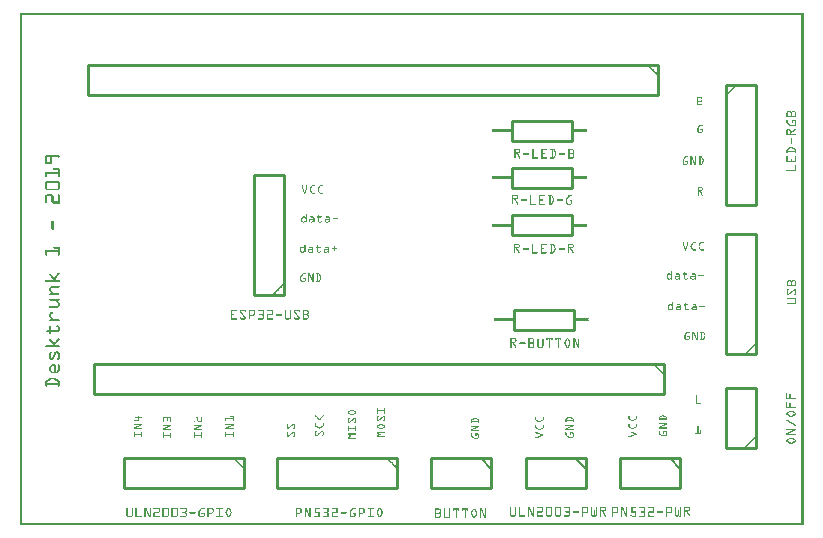
<source format=gto>
G04 MADE WITH FRITZING*
G04 WWW.FRITZING.ORG*
G04 DOUBLE SIDED*
G04 HOLES PLATED*
G04 CONTOUR ON CENTER OF CONTOUR VECTOR*
%ASAXBY*%
%FSLAX23Y23*%
%MOIN*%
%OFA0B0*%
%SFA1.0B1.0*%
%ADD10C,0.010000*%
%ADD11C,0.005000*%
%ADD12R,0.001000X0.001000*%
%LNSILK1*%
G90*
G70*
G54D10*
X1649Y719D02*
X1849Y719D01*
D02*
X1849Y719D02*
X1849Y653D01*
D02*
X1849Y653D02*
X1649Y653D01*
D02*
X1649Y653D02*
X1649Y719D01*
D02*
X2147Y539D02*
X247Y539D01*
D02*
X247Y539D02*
X247Y439D01*
D02*
X247Y439D02*
X2147Y439D01*
D02*
X2147Y439D02*
X2147Y539D01*
D02*
X2129Y1534D02*
X229Y1534D01*
D02*
X229Y1534D02*
X229Y1434D01*
D02*
X229Y1434D02*
X2129Y1434D01*
D02*
X2129Y1434D02*
X2129Y1534D01*
D02*
X1571Y224D02*
X1371Y224D01*
D02*
X1371Y224D02*
X1371Y124D01*
D02*
X1371Y124D02*
X1571Y124D01*
D02*
X1571Y124D02*
X1571Y224D01*
G54D11*
D02*
X1536Y224D02*
X1571Y189D01*
G54D10*
D02*
X1886Y224D02*
X1686Y224D01*
D02*
X1686Y224D02*
X1686Y124D01*
D02*
X1686Y124D02*
X1886Y124D01*
D02*
X1886Y124D02*
X1886Y224D01*
G54D11*
D02*
X1851Y224D02*
X1886Y189D01*
G54D10*
D02*
X2455Y260D02*
X2455Y460D01*
D02*
X2455Y460D02*
X2355Y460D01*
D02*
X2355Y460D02*
X2355Y260D01*
D02*
X2355Y260D02*
X2455Y260D01*
D02*
X2201Y224D02*
X2001Y224D01*
D02*
X2001Y224D02*
X2001Y124D01*
D02*
X2001Y124D02*
X2201Y124D01*
D02*
X2201Y124D02*
X2201Y224D01*
G54D11*
D02*
X2166Y224D02*
X2201Y189D01*
G54D10*
D02*
X881Y769D02*
X881Y1169D01*
D02*
X881Y1169D02*
X781Y1169D01*
D02*
X781Y1169D02*
X781Y769D01*
D02*
X781Y769D02*
X881Y769D01*
D02*
X2455Y572D02*
X2455Y972D01*
D02*
X2455Y972D02*
X2355Y972D01*
D02*
X2355Y972D02*
X2355Y572D01*
D02*
X2355Y572D02*
X2455Y572D01*
D02*
X1259Y224D02*
X859Y224D01*
D02*
X859Y224D02*
X859Y124D01*
D02*
X859Y124D02*
X1259Y124D01*
D02*
X1259Y124D02*
X1259Y224D01*
D02*
X747Y224D02*
X347Y224D01*
D02*
X347Y224D02*
X347Y124D01*
D02*
X347Y124D02*
X747Y124D01*
D02*
X747Y124D02*
X747Y224D01*
D02*
X2355Y1469D02*
X2355Y1069D01*
D02*
X2355Y1069D02*
X2455Y1069D01*
D02*
X2455Y1069D02*
X2455Y1469D01*
D02*
X2455Y1469D02*
X2355Y1469D01*
D02*
X1642Y1034D02*
X1842Y1034D01*
D02*
X1842Y1034D02*
X1842Y968D01*
D02*
X1842Y968D02*
X1642Y968D01*
D02*
X1642Y968D02*
X1642Y1034D01*
D02*
X1642Y1349D02*
X1842Y1349D01*
D02*
X1842Y1349D02*
X1842Y1283D01*
D02*
X1842Y1283D02*
X1642Y1283D01*
D02*
X1642Y1283D02*
X1642Y1349D01*
D02*
X1642Y1191D02*
X1842Y1191D01*
D02*
X1842Y1191D02*
X1842Y1125D01*
D02*
X1842Y1125D02*
X1642Y1125D01*
D02*
X1642Y1125D02*
X1642Y1191D01*
G54D12*
X0Y1709D02*
X2612Y1709D01*
X0Y1708D02*
X2612Y1708D01*
X0Y1707D02*
X2612Y1707D01*
X0Y1706D02*
X2612Y1706D01*
X0Y1705D02*
X2612Y1705D01*
X0Y1704D02*
X2612Y1704D01*
X0Y1703D02*
X2612Y1703D01*
X0Y1702D02*
X2612Y1702D01*
X0Y1701D02*
X7Y1701D01*
X2605Y1701D02*
X2612Y1701D01*
X0Y1700D02*
X7Y1700D01*
X2605Y1700D02*
X2612Y1700D01*
X0Y1699D02*
X7Y1699D01*
X2605Y1699D02*
X2612Y1699D01*
X0Y1698D02*
X7Y1698D01*
X2605Y1698D02*
X2612Y1698D01*
X0Y1697D02*
X7Y1697D01*
X2605Y1697D02*
X2612Y1697D01*
X0Y1696D02*
X7Y1696D01*
X2605Y1696D02*
X2612Y1696D01*
X0Y1695D02*
X7Y1695D01*
X2605Y1695D02*
X2612Y1695D01*
X0Y1694D02*
X7Y1694D01*
X2605Y1694D02*
X2612Y1694D01*
X0Y1693D02*
X7Y1693D01*
X2605Y1693D02*
X2612Y1693D01*
X0Y1692D02*
X7Y1692D01*
X2605Y1692D02*
X2612Y1692D01*
X0Y1691D02*
X7Y1691D01*
X2605Y1691D02*
X2612Y1691D01*
X0Y1690D02*
X7Y1690D01*
X2605Y1690D02*
X2612Y1690D01*
X0Y1689D02*
X7Y1689D01*
X2605Y1689D02*
X2612Y1689D01*
X0Y1688D02*
X7Y1688D01*
X2605Y1688D02*
X2612Y1688D01*
X0Y1687D02*
X7Y1687D01*
X2605Y1687D02*
X2612Y1687D01*
X0Y1686D02*
X7Y1686D01*
X2605Y1686D02*
X2612Y1686D01*
X0Y1685D02*
X7Y1685D01*
X2605Y1685D02*
X2612Y1685D01*
X0Y1684D02*
X7Y1684D01*
X2605Y1684D02*
X2612Y1684D01*
X0Y1683D02*
X7Y1683D01*
X2605Y1683D02*
X2612Y1683D01*
X0Y1682D02*
X7Y1682D01*
X2605Y1682D02*
X2612Y1682D01*
X0Y1681D02*
X7Y1681D01*
X2605Y1681D02*
X2612Y1681D01*
X0Y1680D02*
X7Y1680D01*
X2605Y1680D02*
X2612Y1680D01*
X0Y1679D02*
X7Y1679D01*
X2605Y1679D02*
X2612Y1679D01*
X0Y1678D02*
X7Y1678D01*
X2605Y1678D02*
X2612Y1678D01*
X0Y1677D02*
X7Y1677D01*
X2605Y1677D02*
X2612Y1677D01*
X0Y1676D02*
X7Y1676D01*
X2605Y1676D02*
X2612Y1676D01*
X0Y1675D02*
X7Y1675D01*
X2605Y1675D02*
X2612Y1675D01*
X0Y1674D02*
X7Y1674D01*
X2605Y1674D02*
X2612Y1674D01*
X0Y1673D02*
X7Y1673D01*
X2605Y1673D02*
X2612Y1673D01*
X0Y1672D02*
X7Y1672D01*
X2605Y1672D02*
X2612Y1672D01*
X0Y1671D02*
X7Y1671D01*
X2605Y1671D02*
X2612Y1671D01*
X0Y1670D02*
X7Y1670D01*
X2605Y1670D02*
X2612Y1670D01*
X0Y1669D02*
X7Y1669D01*
X2605Y1669D02*
X2612Y1669D01*
X0Y1668D02*
X7Y1668D01*
X2605Y1668D02*
X2612Y1668D01*
X0Y1667D02*
X7Y1667D01*
X2605Y1667D02*
X2612Y1667D01*
X0Y1666D02*
X7Y1666D01*
X2605Y1666D02*
X2612Y1666D01*
X0Y1665D02*
X7Y1665D01*
X2605Y1665D02*
X2612Y1665D01*
X0Y1664D02*
X7Y1664D01*
X2605Y1664D02*
X2612Y1664D01*
X0Y1663D02*
X7Y1663D01*
X2605Y1663D02*
X2612Y1663D01*
X0Y1662D02*
X7Y1662D01*
X2605Y1662D02*
X2612Y1662D01*
X0Y1661D02*
X7Y1661D01*
X2605Y1661D02*
X2612Y1661D01*
X0Y1660D02*
X7Y1660D01*
X2605Y1660D02*
X2612Y1660D01*
X0Y1659D02*
X7Y1659D01*
X2605Y1659D02*
X2612Y1659D01*
X0Y1658D02*
X7Y1658D01*
X2605Y1658D02*
X2612Y1658D01*
X0Y1657D02*
X7Y1657D01*
X2605Y1657D02*
X2612Y1657D01*
X0Y1656D02*
X7Y1656D01*
X2605Y1656D02*
X2612Y1656D01*
X0Y1655D02*
X7Y1655D01*
X2605Y1655D02*
X2612Y1655D01*
X0Y1654D02*
X7Y1654D01*
X2605Y1654D02*
X2612Y1654D01*
X0Y1653D02*
X7Y1653D01*
X2605Y1653D02*
X2612Y1653D01*
X0Y1652D02*
X7Y1652D01*
X2605Y1652D02*
X2612Y1652D01*
X0Y1651D02*
X7Y1651D01*
X2605Y1651D02*
X2612Y1651D01*
X0Y1650D02*
X7Y1650D01*
X2605Y1650D02*
X2612Y1650D01*
X0Y1649D02*
X7Y1649D01*
X2605Y1649D02*
X2612Y1649D01*
X0Y1648D02*
X7Y1648D01*
X2605Y1648D02*
X2612Y1648D01*
X0Y1647D02*
X7Y1647D01*
X2605Y1647D02*
X2612Y1647D01*
X0Y1646D02*
X7Y1646D01*
X2605Y1646D02*
X2612Y1646D01*
X0Y1645D02*
X7Y1645D01*
X2605Y1645D02*
X2612Y1645D01*
X0Y1644D02*
X7Y1644D01*
X2605Y1644D02*
X2612Y1644D01*
X0Y1643D02*
X7Y1643D01*
X2605Y1643D02*
X2612Y1643D01*
X0Y1642D02*
X7Y1642D01*
X2605Y1642D02*
X2612Y1642D01*
X0Y1641D02*
X7Y1641D01*
X2605Y1641D02*
X2612Y1641D01*
X0Y1640D02*
X7Y1640D01*
X2605Y1640D02*
X2612Y1640D01*
X0Y1639D02*
X7Y1639D01*
X2605Y1639D02*
X2612Y1639D01*
X0Y1638D02*
X7Y1638D01*
X2605Y1638D02*
X2612Y1638D01*
X0Y1637D02*
X7Y1637D01*
X2605Y1637D02*
X2612Y1637D01*
X0Y1636D02*
X7Y1636D01*
X2605Y1636D02*
X2612Y1636D01*
X0Y1635D02*
X7Y1635D01*
X2605Y1635D02*
X2612Y1635D01*
X0Y1634D02*
X7Y1634D01*
X2605Y1634D02*
X2612Y1634D01*
X0Y1633D02*
X7Y1633D01*
X2605Y1633D02*
X2612Y1633D01*
X0Y1632D02*
X7Y1632D01*
X2605Y1632D02*
X2612Y1632D01*
X0Y1631D02*
X7Y1631D01*
X2605Y1631D02*
X2612Y1631D01*
X0Y1630D02*
X7Y1630D01*
X2605Y1630D02*
X2612Y1630D01*
X0Y1629D02*
X7Y1629D01*
X2605Y1629D02*
X2612Y1629D01*
X0Y1628D02*
X7Y1628D01*
X2605Y1628D02*
X2612Y1628D01*
X0Y1627D02*
X7Y1627D01*
X2605Y1627D02*
X2612Y1627D01*
X0Y1626D02*
X7Y1626D01*
X2605Y1626D02*
X2612Y1626D01*
X0Y1625D02*
X7Y1625D01*
X2605Y1625D02*
X2612Y1625D01*
X0Y1624D02*
X7Y1624D01*
X2605Y1624D02*
X2612Y1624D01*
X0Y1623D02*
X7Y1623D01*
X2605Y1623D02*
X2612Y1623D01*
X0Y1622D02*
X7Y1622D01*
X2605Y1622D02*
X2612Y1622D01*
X0Y1621D02*
X7Y1621D01*
X2605Y1621D02*
X2612Y1621D01*
X0Y1620D02*
X7Y1620D01*
X2605Y1620D02*
X2612Y1620D01*
X0Y1619D02*
X7Y1619D01*
X2605Y1619D02*
X2612Y1619D01*
X0Y1618D02*
X7Y1618D01*
X2605Y1618D02*
X2612Y1618D01*
X0Y1617D02*
X7Y1617D01*
X2605Y1617D02*
X2612Y1617D01*
X0Y1616D02*
X7Y1616D01*
X2605Y1616D02*
X2612Y1616D01*
X0Y1615D02*
X7Y1615D01*
X2605Y1615D02*
X2612Y1615D01*
X0Y1614D02*
X7Y1614D01*
X2605Y1614D02*
X2612Y1614D01*
X0Y1613D02*
X7Y1613D01*
X2605Y1613D02*
X2612Y1613D01*
X0Y1612D02*
X7Y1612D01*
X2605Y1612D02*
X2612Y1612D01*
X0Y1611D02*
X7Y1611D01*
X2605Y1611D02*
X2612Y1611D01*
X0Y1610D02*
X7Y1610D01*
X2605Y1610D02*
X2612Y1610D01*
X0Y1609D02*
X7Y1609D01*
X2605Y1609D02*
X2612Y1609D01*
X0Y1608D02*
X7Y1608D01*
X2605Y1608D02*
X2612Y1608D01*
X0Y1607D02*
X7Y1607D01*
X2605Y1607D02*
X2612Y1607D01*
X0Y1606D02*
X7Y1606D01*
X2605Y1606D02*
X2612Y1606D01*
X0Y1605D02*
X7Y1605D01*
X2605Y1605D02*
X2612Y1605D01*
X0Y1604D02*
X7Y1604D01*
X2605Y1604D02*
X2612Y1604D01*
X0Y1603D02*
X7Y1603D01*
X2605Y1603D02*
X2612Y1603D01*
X0Y1602D02*
X7Y1602D01*
X2605Y1602D02*
X2612Y1602D01*
X0Y1601D02*
X7Y1601D01*
X2605Y1601D02*
X2612Y1601D01*
X0Y1600D02*
X7Y1600D01*
X2605Y1600D02*
X2612Y1600D01*
X0Y1599D02*
X7Y1599D01*
X2605Y1599D02*
X2612Y1599D01*
X0Y1598D02*
X7Y1598D01*
X2605Y1598D02*
X2612Y1598D01*
X0Y1597D02*
X7Y1597D01*
X2605Y1597D02*
X2612Y1597D01*
X0Y1596D02*
X7Y1596D01*
X2605Y1596D02*
X2612Y1596D01*
X0Y1595D02*
X7Y1595D01*
X2605Y1595D02*
X2612Y1595D01*
X0Y1594D02*
X7Y1594D01*
X2605Y1594D02*
X2612Y1594D01*
X0Y1593D02*
X7Y1593D01*
X2605Y1593D02*
X2612Y1593D01*
X0Y1592D02*
X7Y1592D01*
X2605Y1592D02*
X2612Y1592D01*
X0Y1591D02*
X7Y1591D01*
X2605Y1591D02*
X2612Y1591D01*
X0Y1590D02*
X7Y1590D01*
X2605Y1590D02*
X2612Y1590D01*
X0Y1589D02*
X7Y1589D01*
X2605Y1589D02*
X2612Y1589D01*
X0Y1588D02*
X7Y1588D01*
X2605Y1588D02*
X2612Y1588D01*
X0Y1587D02*
X7Y1587D01*
X2605Y1587D02*
X2612Y1587D01*
X0Y1586D02*
X7Y1586D01*
X2605Y1586D02*
X2612Y1586D01*
X0Y1585D02*
X7Y1585D01*
X2605Y1585D02*
X2612Y1585D01*
X0Y1584D02*
X7Y1584D01*
X2605Y1584D02*
X2612Y1584D01*
X0Y1583D02*
X7Y1583D01*
X2605Y1583D02*
X2612Y1583D01*
X0Y1582D02*
X7Y1582D01*
X2605Y1582D02*
X2612Y1582D01*
X0Y1581D02*
X7Y1581D01*
X2605Y1581D02*
X2612Y1581D01*
X0Y1580D02*
X7Y1580D01*
X2605Y1580D02*
X2612Y1580D01*
X0Y1579D02*
X7Y1579D01*
X2605Y1579D02*
X2612Y1579D01*
X0Y1578D02*
X7Y1578D01*
X2605Y1578D02*
X2612Y1578D01*
X0Y1577D02*
X7Y1577D01*
X2605Y1577D02*
X2612Y1577D01*
X0Y1576D02*
X7Y1576D01*
X2605Y1576D02*
X2612Y1576D01*
X0Y1575D02*
X7Y1575D01*
X2605Y1575D02*
X2612Y1575D01*
X0Y1574D02*
X7Y1574D01*
X2605Y1574D02*
X2612Y1574D01*
X0Y1573D02*
X7Y1573D01*
X2605Y1573D02*
X2612Y1573D01*
X0Y1572D02*
X7Y1572D01*
X2605Y1572D02*
X2612Y1572D01*
X0Y1571D02*
X7Y1571D01*
X2605Y1571D02*
X2612Y1571D01*
X0Y1570D02*
X7Y1570D01*
X2605Y1570D02*
X2612Y1570D01*
X0Y1569D02*
X7Y1569D01*
X2605Y1569D02*
X2612Y1569D01*
X0Y1568D02*
X7Y1568D01*
X2605Y1568D02*
X2612Y1568D01*
X0Y1567D02*
X7Y1567D01*
X2605Y1567D02*
X2612Y1567D01*
X0Y1566D02*
X7Y1566D01*
X2605Y1566D02*
X2612Y1566D01*
X0Y1565D02*
X7Y1565D01*
X2605Y1565D02*
X2612Y1565D01*
X0Y1564D02*
X7Y1564D01*
X2605Y1564D02*
X2612Y1564D01*
X0Y1563D02*
X7Y1563D01*
X2605Y1563D02*
X2612Y1563D01*
X0Y1562D02*
X7Y1562D01*
X2605Y1562D02*
X2612Y1562D01*
X0Y1561D02*
X7Y1561D01*
X2605Y1561D02*
X2612Y1561D01*
X0Y1560D02*
X7Y1560D01*
X2605Y1560D02*
X2612Y1560D01*
X0Y1559D02*
X7Y1559D01*
X2605Y1559D02*
X2612Y1559D01*
X0Y1558D02*
X7Y1558D01*
X2605Y1558D02*
X2612Y1558D01*
X0Y1557D02*
X7Y1557D01*
X2605Y1557D02*
X2612Y1557D01*
X0Y1556D02*
X7Y1556D01*
X2605Y1556D02*
X2612Y1556D01*
X0Y1555D02*
X7Y1555D01*
X2605Y1555D02*
X2612Y1555D01*
X0Y1554D02*
X7Y1554D01*
X2605Y1554D02*
X2612Y1554D01*
X0Y1553D02*
X7Y1553D01*
X2605Y1553D02*
X2612Y1553D01*
X0Y1552D02*
X7Y1552D01*
X2605Y1552D02*
X2612Y1552D01*
X0Y1551D02*
X7Y1551D01*
X2605Y1551D02*
X2612Y1551D01*
X0Y1550D02*
X7Y1550D01*
X2605Y1550D02*
X2612Y1550D01*
X0Y1549D02*
X7Y1549D01*
X2605Y1549D02*
X2612Y1549D01*
X0Y1548D02*
X7Y1548D01*
X2605Y1548D02*
X2612Y1548D01*
X0Y1547D02*
X7Y1547D01*
X2605Y1547D02*
X2612Y1547D01*
X0Y1546D02*
X7Y1546D01*
X2605Y1546D02*
X2612Y1546D01*
X0Y1545D02*
X7Y1545D01*
X2605Y1545D02*
X2612Y1545D01*
X0Y1544D02*
X7Y1544D01*
X2605Y1544D02*
X2612Y1544D01*
X0Y1543D02*
X7Y1543D01*
X2605Y1543D02*
X2612Y1543D01*
X0Y1542D02*
X7Y1542D01*
X2605Y1542D02*
X2612Y1542D01*
X0Y1541D02*
X7Y1541D01*
X2605Y1541D02*
X2612Y1541D01*
X0Y1540D02*
X7Y1540D01*
X2605Y1540D02*
X2612Y1540D01*
X0Y1539D02*
X7Y1539D01*
X2605Y1539D02*
X2612Y1539D01*
X0Y1538D02*
X7Y1538D01*
X2605Y1538D02*
X2612Y1538D01*
X0Y1537D02*
X7Y1537D01*
X2605Y1537D02*
X2612Y1537D01*
X0Y1536D02*
X7Y1536D01*
X2095Y1536D02*
X2096Y1536D01*
X2605Y1536D02*
X2612Y1536D01*
X0Y1535D02*
X7Y1535D01*
X2094Y1535D02*
X2097Y1535D01*
X2605Y1535D02*
X2612Y1535D01*
X0Y1534D02*
X7Y1534D01*
X2093Y1534D02*
X2098Y1534D01*
X2605Y1534D02*
X2612Y1534D01*
X0Y1533D02*
X7Y1533D01*
X2093Y1533D02*
X2099Y1533D01*
X2605Y1533D02*
X2612Y1533D01*
X0Y1532D02*
X7Y1532D01*
X2093Y1532D02*
X2100Y1532D01*
X2605Y1532D02*
X2612Y1532D01*
X0Y1531D02*
X7Y1531D01*
X2094Y1531D02*
X2101Y1531D01*
X2605Y1531D02*
X2612Y1531D01*
X0Y1530D02*
X7Y1530D01*
X2095Y1530D02*
X2102Y1530D01*
X2605Y1530D02*
X2612Y1530D01*
X0Y1529D02*
X7Y1529D01*
X2096Y1529D02*
X2103Y1529D01*
X2605Y1529D02*
X2612Y1529D01*
X0Y1528D02*
X7Y1528D01*
X2097Y1528D02*
X2104Y1528D01*
X2605Y1528D02*
X2612Y1528D01*
X0Y1527D02*
X7Y1527D01*
X2098Y1527D02*
X2105Y1527D01*
X2605Y1527D02*
X2612Y1527D01*
X0Y1526D02*
X7Y1526D01*
X2099Y1526D02*
X2106Y1526D01*
X2605Y1526D02*
X2612Y1526D01*
X0Y1525D02*
X7Y1525D01*
X2100Y1525D02*
X2107Y1525D01*
X2605Y1525D02*
X2612Y1525D01*
X0Y1524D02*
X7Y1524D01*
X2101Y1524D02*
X2108Y1524D01*
X2605Y1524D02*
X2612Y1524D01*
X0Y1523D02*
X7Y1523D01*
X2102Y1523D02*
X2109Y1523D01*
X2605Y1523D02*
X2612Y1523D01*
X0Y1522D02*
X7Y1522D01*
X2103Y1522D02*
X2110Y1522D01*
X2605Y1522D02*
X2612Y1522D01*
X0Y1521D02*
X7Y1521D01*
X2104Y1521D02*
X2111Y1521D01*
X2605Y1521D02*
X2612Y1521D01*
X0Y1520D02*
X7Y1520D01*
X2105Y1520D02*
X2112Y1520D01*
X2605Y1520D02*
X2612Y1520D01*
X0Y1519D02*
X7Y1519D01*
X2107Y1519D02*
X2113Y1519D01*
X2605Y1519D02*
X2612Y1519D01*
X0Y1518D02*
X7Y1518D01*
X2108Y1518D02*
X2114Y1518D01*
X2605Y1518D02*
X2612Y1518D01*
X0Y1517D02*
X7Y1517D01*
X2109Y1517D02*
X2115Y1517D01*
X2605Y1517D02*
X2612Y1517D01*
X0Y1516D02*
X7Y1516D01*
X2110Y1516D02*
X2116Y1516D01*
X2605Y1516D02*
X2612Y1516D01*
X0Y1515D02*
X7Y1515D01*
X2111Y1515D02*
X2117Y1515D01*
X2605Y1515D02*
X2612Y1515D01*
X0Y1514D02*
X7Y1514D01*
X2112Y1514D02*
X2118Y1514D01*
X2605Y1514D02*
X2612Y1514D01*
X0Y1513D02*
X7Y1513D01*
X2113Y1513D02*
X2119Y1513D01*
X2605Y1513D02*
X2612Y1513D01*
X0Y1512D02*
X7Y1512D01*
X2114Y1512D02*
X2120Y1512D01*
X2605Y1512D02*
X2612Y1512D01*
X0Y1511D02*
X7Y1511D01*
X2114Y1511D02*
X2121Y1511D01*
X2605Y1511D02*
X2612Y1511D01*
X0Y1510D02*
X7Y1510D01*
X2115Y1510D02*
X2122Y1510D01*
X2605Y1510D02*
X2612Y1510D01*
X0Y1509D02*
X7Y1509D01*
X2116Y1509D02*
X2123Y1509D01*
X2605Y1509D02*
X2612Y1509D01*
X0Y1508D02*
X7Y1508D01*
X2117Y1508D02*
X2124Y1508D01*
X2605Y1508D02*
X2612Y1508D01*
X0Y1507D02*
X7Y1507D01*
X2118Y1507D02*
X2125Y1507D01*
X2605Y1507D02*
X2612Y1507D01*
X0Y1506D02*
X7Y1506D01*
X2119Y1506D02*
X2126Y1506D01*
X2605Y1506D02*
X2612Y1506D01*
X0Y1505D02*
X7Y1505D01*
X2120Y1505D02*
X2127Y1505D01*
X2605Y1505D02*
X2612Y1505D01*
X0Y1504D02*
X7Y1504D01*
X2121Y1504D02*
X2128Y1504D01*
X2605Y1504D02*
X2612Y1504D01*
X0Y1503D02*
X7Y1503D01*
X2122Y1503D02*
X2129Y1503D01*
X2605Y1503D02*
X2612Y1503D01*
X0Y1502D02*
X7Y1502D01*
X2123Y1502D02*
X2129Y1502D01*
X2605Y1502D02*
X2612Y1502D01*
X0Y1501D02*
X7Y1501D01*
X2124Y1501D02*
X2129Y1501D01*
X2605Y1501D02*
X2612Y1501D01*
X0Y1500D02*
X7Y1500D01*
X2125Y1500D02*
X2128Y1500D01*
X2605Y1500D02*
X2612Y1500D01*
X0Y1499D02*
X7Y1499D01*
X2126Y1499D02*
X2127Y1499D01*
X2605Y1499D02*
X2612Y1499D01*
X0Y1498D02*
X7Y1498D01*
X2605Y1498D02*
X2612Y1498D01*
X0Y1497D02*
X7Y1497D01*
X2605Y1497D02*
X2612Y1497D01*
X0Y1496D02*
X7Y1496D01*
X2605Y1496D02*
X2612Y1496D01*
X0Y1495D02*
X7Y1495D01*
X2605Y1495D02*
X2612Y1495D01*
X0Y1494D02*
X7Y1494D01*
X2605Y1494D02*
X2612Y1494D01*
X0Y1493D02*
X7Y1493D01*
X2605Y1493D02*
X2612Y1493D01*
X0Y1492D02*
X7Y1492D01*
X2605Y1492D02*
X2612Y1492D01*
X0Y1491D02*
X7Y1491D01*
X2605Y1491D02*
X2612Y1491D01*
X0Y1490D02*
X7Y1490D01*
X2605Y1490D02*
X2612Y1490D01*
X0Y1489D02*
X7Y1489D01*
X2605Y1489D02*
X2612Y1489D01*
X0Y1488D02*
X7Y1488D01*
X2605Y1488D02*
X2612Y1488D01*
X0Y1487D02*
X7Y1487D01*
X2605Y1487D02*
X2612Y1487D01*
X0Y1486D02*
X7Y1486D01*
X2605Y1486D02*
X2612Y1486D01*
X0Y1485D02*
X7Y1485D01*
X2605Y1485D02*
X2612Y1485D01*
X0Y1484D02*
X7Y1484D01*
X2605Y1484D02*
X2612Y1484D01*
X0Y1483D02*
X7Y1483D01*
X2605Y1483D02*
X2612Y1483D01*
X0Y1482D02*
X7Y1482D01*
X2605Y1482D02*
X2612Y1482D01*
X0Y1481D02*
X7Y1481D01*
X2605Y1481D02*
X2612Y1481D01*
X0Y1480D02*
X7Y1480D01*
X2605Y1480D02*
X2612Y1480D01*
X0Y1479D02*
X7Y1479D01*
X2605Y1479D02*
X2612Y1479D01*
X0Y1478D02*
X7Y1478D01*
X2605Y1478D02*
X2612Y1478D01*
X0Y1477D02*
X7Y1477D01*
X2605Y1477D02*
X2612Y1477D01*
X0Y1476D02*
X7Y1476D01*
X2605Y1476D02*
X2612Y1476D01*
X0Y1475D02*
X7Y1475D01*
X2605Y1475D02*
X2612Y1475D01*
X0Y1474D02*
X7Y1474D01*
X2605Y1474D02*
X2612Y1474D01*
X0Y1473D02*
X7Y1473D01*
X2605Y1473D02*
X2612Y1473D01*
X0Y1472D02*
X7Y1472D01*
X2605Y1472D02*
X2612Y1472D01*
X0Y1471D02*
X7Y1471D01*
X2388Y1471D02*
X2388Y1471D01*
X2605Y1471D02*
X2612Y1471D01*
X0Y1470D02*
X7Y1470D01*
X2387Y1470D02*
X2389Y1470D01*
X2605Y1470D02*
X2612Y1470D01*
X0Y1469D02*
X7Y1469D01*
X2386Y1469D02*
X2390Y1469D01*
X2605Y1469D02*
X2612Y1469D01*
X0Y1468D02*
X7Y1468D01*
X2385Y1468D02*
X2390Y1468D01*
X2605Y1468D02*
X2612Y1468D01*
X0Y1467D02*
X7Y1467D01*
X2384Y1467D02*
X2390Y1467D01*
X2605Y1467D02*
X2612Y1467D01*
X0Y1466D02*
X7Y1466D01*
X2383Y1466D02*
X2389Y1466D01*
X2605Y1466D02*
X2612Y1466D01*
X0Y1465D02*
X7Y1465D01*
X2382Y1465D02*
X2388Y1465D01*
X2605Y1465D02*
X2612Y1465D01*
X0Y1464D02*
X7Y1464D01*
X2381Y1464D02*
X2387Y1464D01*
X2605Y1464D02*
X2612Y1464D01*
X0Y1463D02*
X7Y1463D01*
X2380Y1463D02*
X2386Y1463D01*
X2605Y1463D02*
X2612Y1463D01*
X0Y1462D02*
X7Y1462D01*
X2379Y1462D02*
X2385Y1462D01*
X2605Y1462D02*
X2612Y1462D01*
X0Y1461D02*
X7Y1461D01*
X2378Y1461D02*
X2384Y1461D01*
X2605Y1461D02*
X2612Y1461D01*
X0Y1460D02*
X7Y1460D01*
X2377Y1460D02*
X2383Y1460D01*
X2605Y1460D02*
X2612Y1460D01*
X0Y1459D02*
X7Y1459D01*
X2376Y1459D02*
X2382Y1459D01*
X2605Y1459D02*
X2612Y1459D01*
X0Y1458D02*
X7Y1458D01*
X2375Y1458D02*
X2381Y1458D01*
X2605Y1458D02*
X2612Y1458D01*
X0Y1457D02*
X7Y1457D01*
X2374Y1457D02*
X2380Y1457D01*
X2605Y1457D02*
X2612Y1457D01*
X0Y1456D02*
X7Y1456D01*
X2373Y1456D02*
X2379Y1456D01*
X2605Y1456D02*
X2612Y1456D01*
X0Y1455D02*
X7Y1455D01*
X2372Y1455D02*
X2378Y1455D01*
X2605Y1455D02*
X2612Y1455D01*
X0Y1454D02*
X7Y1454D01*
X2371Y1454D02*
X2376Y1454D01*
X2605Y1454D02*
X2612Y1454D01*
X0Y1453D02*
X7Y1453D01*
X2370Y1453D02*
X2375Y1453D01*
X2605Y1453D02*
X2612Y1453D01*
X0Y1452D02*
X7Y1452D01*
X2369Y1452D02*
X2374Y1452D01*
X2605Y1452D02*
X2612Y1452D01*
X0Y1451D02*
X7Y1451D01*
X2368Y1451D02*
X2373Y1451D01*
X2605Y1451D02*
X2612Y1451D01*
X0Y1450D02*
X7Y1450D01*
X2367Y1450D02*
X2372Y1450D01*
X2605Y1450D02*
X2612Y1450D01*
X0Y1449D02*
X7Y1449D01*
X2366Y1449D02*
X2371Y1449D01*
X2605Y1449D02*
X2612Y1449D01*
X0Y1448D02*
X7Y1448D01*
X2365Y1448D02*
X2370Y1448D01*
X2605Y1448D02*
X2612Y1448D01*
X0Y1447D02*
X7Y1447D01*
X2364Y1447D02*
X2370Y1447D01*
X2605Y1447D02*
X2612Y1447D01*
X0Y1446D02*
X7Y1446D01*
X2363Y1446D02*
X2369Y1446D01*
X2605Y1446D02*
X2612Y1446D01*
X0Y1445D02*
X7Y1445D01*
X2362Y1445D02*
X2368Y1445D01*
X2605Y1445D02*
X2612Y1445D01*
X0Y1444D02*
X7Y1444D01*
X2361Y1444D02*
X2367Y1444D01*
X2605Y1444D02*
X2612Y1444D01*
X0Y1443D02*
X7Y1443D01*
X2360Y1443D02*
X2366Y1443D01*
X2605Y1443D02*
X2612Y1443D01*
X0Y1442D02*
X7Y1442D01*
X2359Y1442D02*
X2365Y1442D01*
X2605Y1442D02*
X2612Y1442D01*
X0Y1441D02*
X7Y1441D01*
X2358Y1441D02*
X2364Y1441D01*
X2605Y1441D02*
X2612Y1441D01*
X0Y1440D02*
X7Y1440D01*
X2357Y1440D02*
X2363Y1440D01*
X2605Y1440D02*
X2612Y1440D01*
X0Y1439D02*
X7Y1439D01*
X2356Y1439D02*
X2362Y1439D01*
X2605Y1439D02*
X2612Y1439D01*
X0Y1438D02*
X7Y1438D01*
X2355Y1438D02*
X2361Y1438D01*
X2605Y1438D02*
X2612Y1438D01*
X0Y1437D02*
X7Y1437D01*
X2354Y1437D02*
X2360Y1437D01*
X2605Y1437D02*
X2612Y1437D01*
X0Y1436D02*
X7Y1436D01*
X2354Y1436D02*
X2359Y1436D01*
X2605Y1436D02*
X2612Y1436D01*
X0Y1435D02*
X7Y1435D01*
X2355Y1435D02*
X2358Y1435D01*
X2605Y1435D02*
X2612Y1435D01*
X0Y1434D02*
X7Y1434D01*
X2356Y1434D02*
X2357Y1434D01*
X2605Y1434D02*
X2612Y1434D01*
X0Y1433D02*
X7Y1433D01*
X2605Y1433D02*
X2612Y1433D01*
X0Y1432D02*
X7Y1432D01*
X2605Y1432D02*
X2612Y1432D01*
X0Y1431D02*
X7Y1431D01*
X2605Y1431D02*
X2612Y1431D01*
X0Y1430D02*
X7Y1430D01*
X2605Y1430D02*
X2612Y1430D01*
X0Y1429D02*
X7Y1429D01*
X2605Y1429D02*
X2612Y1429D01*
X0Y1428D02*
X7Y1428D01*
X2258Y1428D02*
X2271Y1428D01*
X2605Y1428D02*
X2612Y1428D01*
X0Y1427D02*
X7Y1427D01*
X2258Y1427D02*
X2273Y1427D01*
X2605Y1427D02*
X2612Y1427D01*
X0Y1426D02*
X7Y1426D01*
X2258Y1426D02*
X2274Y1426D01*
X2605Y1426D02*
X2612Y1426D01*
X0Y1425D02*
X7Y1425D01*
X2258Y1425D02*
X2261Y1425D01*
X2270Y1425D02*
X2274Y1425D01*
X2605Y1425D02*
X2612Y1425D01*
X0Y1424D02*
X7Y1424D01*
X2258Y1424D02*
X2261Y1424D01*
X2272Y1424D02*
X2275Y1424D01*
X2605Y1424D02*
X2612Y1424D01*
X0Y1423D02*
X7Y1423D01*
X2258Y1423D02*
X2261Y1423D01*
X2272Y1423D02*
X2275Y1423D01*
X2605Y1423D02*
X2612Y1423D01*
X0Y1422D02*
X7Y1422D01*
X2258Y1422D02*
X2261Y1422D01*
X2273Y1422D02*
X2275Y1422D01*
X2605Y1422D02*
X2612Y1422D01*
X0Y1421D02*
X7Y1421D01*
X2258Y1421D02*
X2261Y1421D01*
X2273Y1421D02*
X2275Y1421D01*
X2605Y1421D02*
X2612Y1421D01*
X0Y1420D02*
X7Y1420D01*
X2258Y1420D02*
X2261Y1420D01*
X2273Y1420D02*
X2275Y1420D01*
X2605Y1420D02*
X2612Y1420D01*
X0Y1419D02*
X7Y1419D01*
X2258Y1419D02*
X2261Y1419D01*
X2273Y1419D02*
X2275Y1419D01*
X2605Y1419D02*
X2612Y1419D01*
X0Y1418D02*
X7Y1418D01*
X2258Y1418D02*
X2261Y1418D01*
X2272Y1418D02*
X2275Y1418D01*
X2605Y1418D02*
X2612Y1418D01*
X0Y1417D02*
X7Y1417D01*
X2258Y1417D02*
X2261Y1417D01*
X2271Y1417D02*
X2275Y1417D01*
X2605Y1417D02*
X2612Y1417D01*
X0Y1416D02*
X7Y1416D01*
X2258Y1416D02*
X2274Y1416D01*
X2605Y1416D02*
X2612Y1416D01*
X0Y1415D02*
X7Y1415D01*
X2258Y1415D02*
X2273Y1415D01*
X2605Y1415D02*
X2612Y1415D01*
X0Y1414D02*
X7Y1414D01*
X2258Y1414D02*
X2273Y1414D01*
X2605Y1414D02*
X2612Y1414D01*
X0Y1413D02*
X7Y1413D01*
X2258Y1413D02*
X2274Y1413D01*
X2605Y1413D02*
X2612Y1413D01*
X0Y1412D02*
X7Y1412D01*
X2258Y1412D02*
X2261Y1412D01*
X2271Y1412D02*
X2275Y1412D01*
X2605Y1412D02*
X2612Y1412D01*
X0Y1411D02*
X7Y1411D01*
X2258Y1411D02*
X2261Y1411D01*
X2272Y1411D02*
X2275Y1411D01*
X2605Y1411D02*
X2612Y1411D01*
X0Y1410D02*
X7Y1410D01*
X2258Y1410D02*
X2261Y1410D01*
X2273Y1410D02*
X2275Y1410D01*
X2605Y1410D02*
X2612Y1410D01*
X0Y1409D02*
X7Y1409D01*
X2258Y1409D02*
X2261Y1409D01*
X2273Y1409D02*
X2275Y1409D01*
X2605Y1409D02*
X2612Y1409D01*
X0Y1408D02*
X7Y1408D01*
X2258Y1408D02*
X2261Y1408D01*
X2273Y1408D02*
X2275Y1408D01*
X2605Y1408D02*
X2612Y1408D01*
X0Y1407D02*
X7Y1407D01*
X2258Y1407D02*
X2261Y1407D01*
X2273Y1407D02*
X2275Y1407D01*
X2605Y1407D02*
X2612Y1407D01*
X0Y1406D02*
X7Y1406D01*
X2258Y1406D02*
X2261Y1406D01*
X2272Y1406D02*
X2275Y1406D01*
X2605Y1406D02*
X2612Y1406D01*
X0Y1405D02*
X7Y1405D01*
X2258Y1405D02*
X2261Y1405D01*
X2271Y1405D02*
X2275Y1405D01*
X2605Y1405D02*
X2612Y1405D01*
X0Y1404D02*
X7Y1404D01*
X2258Y1404D02*
X2274Y1404D01*
X2605Y1404D02*
X2612Y1404D01*
X0Y1403D02*
X7Y1403D01*
X2258Y1403D02*
X2274Y1403D01*
X2605Y1403D02*
X2612Y1403D01*
X0Y1402D02*
X7Y1402D01*
X2258Y1402D02*
X2272Y1402D01*
X2605Y1402D02*
X2612Y1402D01*
X0Y1401D02*
X7Y1401D01*
X2258Y1401D02*
X2271Y1401D01*
X2605Y1401D02*
X2612Y1401D01*
X0Y1400D02*
X7Y1400D01*
X2605Y1400D02*
X2612Y1400D01*
X0Y1399D02*
X7Y1399D01*
X2605Y1399D02*
X2612Y1399D01*
X0Y1398D02*
X7Y1398D01*
X2605Y1398D02*
X2612Y1398D01*
X0Y1397D02*
X7Y1397D01*
X2605Y1397D02*
X2612Y1397D01*
X0Y1396D02*
X7Y1396D01*
X2605Y1396D02*
X2612Y1396D01*
X0Y1395D02*
X7Y1395D01*
X2605Y1395D02*
X2612Y1395D01*
X0Y1394D02*
X7Y1394D01*
X2605Y1394D02*
X2612Y1394D01*
X0Y1393D02*
X7Y1393D01*
X2605Y1393D02*
X2612Y1393D01*
X0Y1392D02*
X7Y1392D01*
X2605Y1392D02*
X2612Y1392D01*
X0Y1391D02*
X7Y1391D01*
X2605Y1391D02*
X2612Y1391D01*
X0Y1390D02*
X7Y1390D01*
X2605Y1390D02*
X2612Y1390D01*
X0Y1389D02*
X7Y1389D01*
X2605Y1389D02*
X2612Y1389D01*
X0Y1388D02*
X7Y1388D01*
X2605Y1388D02*
X2612Y1388D01*
X0Y1387D02*
X7Y1387D01*
X2605Y1387D02*
X2612Y1387D01*
X0Y1386D02*
X7Y1386D01*
X2605Y1386D02*
X2612Y1386D01*
X0Y1385D02*
X7Y1385D01*
X2605Y1385D02*
X2612Y1385D01*
X0Y1384D02*
X7Y1384D01*
X2605Y1384D02*
X2612Y1384D01*
X0Y1383D02*
X7Y1383D01*
X2605Y1383D02*
X2612Y1383D01*
X0Y1382D02*
X7Y1382D01*
X2564Y1382D02*
X2566Y1382D01*
X2578Y1382D02*
X2580Y1382D01*
X2605Y1382D02*
X2612Y1382D01*
X0Y1381D02*
X7Y1381D01*
X2561Y1381D02*
X2569Y1381D01*
X2575Y1381D02*
X2583Y1381D01*
X2605Y1381D02*
X2612Y1381D01*
X0Y1380D02*
X7Y1380D01*
X2559Y1380D02*
X2571Y1380D01*
X2573Y1380D02*
X2585Y1380D01*
X2605Y1380D02*
X2612Y1380D01*
X0Y1379D02*
X7Y1379D01*
X2558Y1379D02*
X2586Y1379D01*
X2605Y1379D02*
X2612Y1379D01*
X0Y1378D02*
X7Y1378D01*
X2557Y1378D02*
X2586Y1378D01*
X2605Y1378D02*
X2612Y1378D01*
X0Y1377D02*
X7Y1377D01*
X2557Y1377D02*
X2561Y1377D01*
X2569Y1377D02*
X2575Y1377D01*
X2583Y1377D02*
X2587Y1377D01*
X2605Y1377D02*
X2612Y1377D01*
X0Y1376D02*
X7Y1376D01*
X2557Y1376D02*
X2560Y1376D01*
X2570Y1376D02*
X2574Y1376D01*
X2584Y1376D02*
X2587Y1376D01*
X2605Y1376D02*
X2612Y1376D01*
X0Y1375D02*
X7Y1375D01*
X2556Y1375D02*
X2560Y1375D01*
X2570Y1375D02*
X2574Y1375D01*
X2584Y1375D02*
X2588Y1375D01*
X2605Y1375D02*
X2612Y1375D01*
X0Y1374D02*
X7Y1374D01*
X2556Y1374D02*
X2559Y1374D01*
X2570Y1374D02*
X2574Y1374D01*
X2584Y1374D02*
X2588Y1374D01*
X2605Y1374D02*
X2612Y1374D01*
X0Y1373D02*
X7Y1373D01*
X2556Y1373D02*
X2559Y1373D01*
X2570Y1373D02*
X2574Y1373D01*
X2584Y1373D02*
X2588Y1373D01*
X2605Y1373D02*
X2612Y1373D01*
X0Y1372D02*
X7Y1372D01*
X2556Y1372D02*
X2559Y1372D01*
X2570Y1372D02*
X2574Y1372D01*
X2584Y1372D02*
X2588Y1372D01*
X2605Y1372D02*
X2612Y1372D01*
X0Y1371D02*
X7Y1371D01*
X2556Y1371D02*
X2559Y1371D01*
X2570Y1371D02*
X2574Y1371D01*
X2584Y1371D02*
X2588Y1371D01*
X2605Y1371D02*
X2612Y1371D01*
X0Y1370D02*
X7Y1370D01*
X2556Y1370D02*
X2559Y1370D01*
X2570Y1370D02*
X2574Y1370D01*
X2584Y1370D02*
X2588Y1370D01*
X2605Y1370D02*
X2612Y1370D01*
X0Y1369D02*
X7Y1369D01*
X2556Y1369D02*
X2559Y1369D01*
X2570Y1369D02*
X2574Y1369D01*
X2584Y1369D02*
X2588Y1369D01*
X2605Y1369D02*
X2612Y1369D01*
X0Y1368D02*
X7Y1368D01*
X2556Y1368D02*
X2559Y1368D01*
X2570Y1368D02*
X2574Y1368D01*
X2584Y1368D02*
X2588Y1368D01*
X2605Y1368D02*
X2612Y1368D01*
X0Y1367D02*
X7Y1367D01*
X2556Y1367D02*
X2559Y1367D01*
X2570Y1367D02*
X2574Y1367D01*
X2584Y1367D02*
X2588Y1367D01*
X2605Y1367D02*
X2612Y1367D01*
X0Y1366D02*
X7Y1366D01*
X2556Y1366D02*
X2559Y1366D01*
X2570Y1366D02*
X2574Y1366D01*
X2584Y1366D02*
X2588Y1366D01*
X2605Y1366D02*
X2612Y1366D01*
X0Y1365D02*
X7Y1365D01*
X2556Y1365D02*
X2588Y1365D01*
X2605Y1365D02*
X2612Y1365D01*
X0Y1364D02*
X7Y1364D01*
X2556Y1364D02*
X2588Y1364D01*
X2605Y1364D02*
X2612Y1364D01*
X0Y1363D02*
X7Y1363D01*
X2556Y1363D02*
X2588Y1363D01*
X2605Y1363D02*
X2612Y1363D01*
X0Y1362D02*
X7Y1362D01*
X2556Y1362D02*
X2588Y1362D01*
X2605Y1362D02*
X2612Y1362D01*
X0Y1361D02*
X7Y1361D01*
X2605Y1361D02*
X2612Y1361D01*
X0Y1360D02*
X7Y1360D01*
X2605Y1360D02*
X2612Y1360D01*
X0Y1359D02*
X7Y1359D01*
X2605Y1359D02*
X2612Y1359D01*
X0Y1358D02*
X7Y1358D01*
X2605Y1358D02*
X2612Y1358D01*
X0Y1357D02*
X7Y1357D01*
X2605Y1357D02*
X2612Y1357D01*
X0Y1356D02*
X7Y1356D01*
X2605Y1356D02*
X2612Y1356D01*
X0Y1355D02*
X7Y1355D01*
X2605Y1355D02*
X2612Y1355D01*
X0Y1354D02*
X7Y1354D01*
X2605Y1354D02*
X2612Y1354D01*
X0Y1353D02*
X7Y1353D01*
X2605Y1353D02*
X2612Y1353D01*
X0Y1352D02*
X7Y1352D01*
X2558Y1352D02*
X2558Y1352D01*
X2574Y1352D02*
X2582Y1352D01*
X2605Y1352D02*
X2612Y1352D01*
X0Y1351D02*
X7Y1351D01*
X2557Y1351D02*
X2559Y1351D01*
X2574Y1351D02*
X2585Y1351D01*
X2605Y1351D02*
X2612Y1351D01*
X0Y1350D02*
X7Y1350D01*
X2556Y1350D02*
X2559Y1350D01*
X2574Y1350D02*
X2586Y1350D01*
X2605Y1350D02*
X2612Y1350D01*
X0Y1349D02*
X7Y1349D01*
X2556Y1349D02*
X2559Y1349D01*
X2574Y1349D02*
X2587Y1349D01*
X2605Y1349D02*
X2612Y1349D01*
X0Y1348D02*
X7Y1348D01*
X2556Y1348D02*
X2559Y1348D01*
X2574Y1348D02*
X2587Y1348D01*
X2605Y1348D02*
X2612Y1348D01*
X0Y1347D02*
X7Y1347D01*
X2556Y1347D02*
X2559Y1347D01*
X2574Y1347D02*
X2577Y1347D01*
X2584Y1347D02*
X2588Y1347D01*
X2605Y1347D02*
X2612Y1347D01*
X0Y1346D02*
X7Y1346D01*
X2556Y1346D02*
X2559Y1346D01*
X2574Y1346D02*
X2577Y1346D01*
X2584Y1346D02*
X2588Y1346D01*
X2605Y1346D02*
X2612Y1346D01*
X0Y1345D02*
X7Y1345D01*
X2556Y1345D02*
X2559Y1345D01*
X2574Y1345D02*
X2577Y1345D01*
X2584Y1345D02*
X2588Y1345D01*
X2605Y1345D02*
X2612Y1345D01*
X0Y1344D02*
X7Y1344D01*
X2556Y1344D02*
X2559Y1344D01*
X2574Y1344D02*
X2577Y1344D01*
X2584Y1344D02*
X2588Y1344D01*
X2605Y1344D02*
X2612Y1344D01*
X0Y1343D02*
X7Y1343D01*
X2556Y1343D02*
X2560Y1343D01*
X2574Y1343D02*
X2577Y1343D01*
X2584Y1343D02*
X2588Y1343D01*
X2605Y1343D02*
X2612Y1343D01*
X0Y1342D02*
X7Y1342D01*
X2556Y1342D02*
X2560Y1342D01*
X2575Y1342D02*
X2576Y1342D01*
X2584Y1342D02*
X2588Y1342D01*
X2605Y1342D02*
X2612Y1342D01*
X0Y1341D02*
X7Y1341D01*
X2557Y1341D02*
X2562Y1341D01*
X2584Y1341D02*
X2588Y1341D01*
X2605Y1341D02*
X2612Y1341D01*
X0Y1340D02*
X7Y1340D01*
X2557Y1340D02*
X2563Y1340D01*
X2584Y1340D02*
X2588Y1340D01*
X2605Y1340D02*
X2612Y1340D01*
X0Y1339D02*
X7Y1339D01*
X2558Y1339D02*
X2564Y1339D01*
X2584Y1339D02*
X2588Y1339D01*
X2605Y1339D02*
X2612Y1339D01*
X0Y1338D02*
X7Y1338D01*
X2560Y1338D02*
X2565Y1338D01*
X2584Y1338D02*
X2588Y1338D01*
X2605Y1338D02*
X2612Y1338D01*
X0Y1337D02*
X7Y1337D01*
X2561Y1337D02*
X2567Y1337D01*
X2584Y1337D02*
X2588Y1337D01*
X2605Y1337D02*
X2612Y1337D01*
X0Y1336D02*
X7Y1336D01*
X2267Y1336D02*
X2276Y1336D01*
X2562Y1336D02*
X2568Y1336D01*
X2584Y1336D02*
X2587Y1336D01*
X2605Y1336D02*
X2612Y1336D01*
X0Y1335D02*
X7Y1335D01*
X2266Y1335D02*
X2276Y1335D01*
X2564Y1335D02*
X2587Y1335D01*
X2605Y1335D02*
X2612Y1335D01*
X0Y1334D02*
X7Y1334D01*
X2265Y1334D02*
X2276Y1334D01*
X2565Y1334D02*
X2586Y1334D01*
X2605Y1334D02*
X2612Y1334D01*
X0Y1333D02*
X7Y1333D01*
X2265Y1333D02*
X2269Y1333D01*
X2566Y1333D02*
X2586Y1333D01*
X2605Y1333D02*
X2612Y1333D01*
X0Y1332D02*
X7Y1332D01*
X2264Y1332D02*
X2267Y1332D01*
X2568Y1332D02*
X2584Y1332D01*
X2605Y1332D02*
X2612Y1332D01*
X0Y1331D02*
X7Y1331D01*
X2263Y1331D02*
X2267Y1331D01*
X2605Y1331D02*
X2612Y1331D01*
X0Y1330D02*
X7Y1330D01*
X2262Y1330D02*
X2266Y1330D01*
X2605Y1330D02*
X2612Y1330D01*
X0Y1329D02*
X7Y1329D01*
X2261Y1329D02*
X2265Y1329D01*
X2605Y1329D02*
X2612Y1329D01*
X0Y1328D02*
X7Y1328D01*
X2261Y1328D02*
X2264Y1328D01*
X2605Y1328D02*
X2612Y1328D01*
X0Y1327D02*
X7Y1327D01*
X2260Y1327D02*
X2264Y1327D01*
X2605Y1327D02*
X2612Y1327D01*
X0Y1326D02*
X7Y1326D01*
X2260Y1326D02*
X2263Y1326D01*
X2605Y1326D02*
X2612Y1326D01*
X0Y1325D02*
X7Y1325D01*
X2260Y1325D02*
X2262Y1325D01*
X2605Y1325D02*
X2612Y1325D01*
X0Y1324D02*
X7Y1324D01*
X2259Y1324D02*
X2262Y1324D01*
X2605Y1324D02*
X2612Y1324D01*
X0Y1323D02*
X7Y1323D01*
X2259Y1323D02*
X2262Y1323D01*
X2605Y1323D02*
X2612Y1323D01*
X0Y1322D02*
X7Y1322D01*
X2259Y1322D02*
X2262Y1322D01*
X2561Y1322D02*
X2565Y1322D01*
X2586Y1322D02*
X2586Y1322D01*
X2605Y1322D02*
X2612Y1322D01*
X0Y1321D02*
X7Y1321D01*
X1575Y1321D02*
X1641Y1321D01*
X1842Y1321D02*
X1889Y1321D01*
X2259Y1321D02*
X2262Y1321D01*
X2269Y1321D02*
X2277Y1321D01*
X2559Y1321D02*
X2567Y1321D01*
X2584Y1321D02*
X2587Y1321D01*
X2605Y1321D02*
X2612Y1321D01*
X0Y1320D02*
X7Y1320D01*
X1575Y1320D02*
X1641Y1320D01*
X1842Y1320D02*
X1889Y1320D01*
X2259Y1320D02*
X2262Y1320D01*
X2269Y1320D02*
X2277Y1320D01*
X2558Y1320D02*
X2568Y1320D01*
X2582Y1320D02*
X2588Y1320D01*
X2605Y1320D02*
X2612Y1320D01*
X0Y1319D02*
X7Y1319D01*
X1575Y1319D02*
X1641Y1319D01*
X1842Y1319D02*
X1889Y1319D01*
X2259Y1319D02*
X2262Y1319D01*
X2269Y1319D02*
X2277Y1319D01*
X2557Y1319D02*
X2569Y1319D01*
X2581Y1319D02*
X2587Y1319D01*
X2605Y1319D02*
X2612Y1319D01*
X0Y1318D02*
X7Y1318D01*
X1575Y1318D02*
X1641Y1318D01*
X1842Y1318D02*
X1889Y1318D01*
X2259Y1318D02*
X2262Y1318D01*
X2270Y1318D02*
X2277Y1318D01*
X2557Y1318D02*
X2570Y1318D01*
X2579Y1318D02*
X2586Y1318D01*
X2605Y1318D02*
X2612Y1318D01*
X0Y1317D02*
X7Y1317D01*
X1575Y1317D02*
X1641Y1317D01*
X1842Y1317D02*
X1889Y1317D01*
X2259Y1317D02*
X2262Y1317D01*
X2274Y1317D02*
X2277Y1317D01*
X2556Y1317D02*
X2560Y1317D01*
X2566Y1317D02*
X2570Y1317D01*
X2577Y1317D02*
X2585Y1317D01*
X2605Y1317D02*
X2612Y1317D01*
X0Y1316D02*
X7Y1316D01*
X1575Y1316D02*
X1641Y1316D01*
X1842Y1316D02*
X1889Y1316D01*
X2259Y1316D02*
X2262Y1316D01*
X2274Y1316D02*
X2277Y1316D01*
X2556Y1316D02*
X2559Y1316D01*
X2567Y1316D02*
X2570Y1316D01*
X2576Y1316D02*
X2583Y1316D01*
X2605Y1316D02*
X2612Y1316D01*
X0Y1315D02*
X7Y1315D01*
X1575Y1315D02*
X1641Y1315D01*
X1842Y1315D02*
X1889Y1315D01*
X2259Y1315D02*
X2262Y1315D01*
X2274Y1315D02*
X2277Y1315D01*
X2556Y1315D02*
X2559Y1315D01*
X2567Y1315D02*
X2570Y1315D01*
X2574Y1315D02*
X2581Y1315D01*
X2605Y1315D02*
X2612Y1315D01*
X0Y1314D02*
X7Y1314D01*
X1575Y1314D02*
X1641Y1314D01*
X1842Y1314D02*
X1889Y1314D01*
X2259Y1314D02*
X2262Y1314D01*
X2274Y1314D02*
X2277Y1314D01*
X2556Y1314D02*
X2559Y1314D01*
X2567Y1314D02*
X2570Y1314D01*
X2572Y1314D02*
X2580Y1314D01*
X2605Y1314D02*
X2612Y1314D01*
X0Y1313D02*
X7Y1313D01*
X1575Y1313D02*
X1641Y1313D01*
X1842Y1313D02*
X1889Y1313D01*
X2260Y1313D02*
X2263Y1313D01*
X2273Y1313D02*
X2276Y1313D01*
X2556Y1313D02*
X2559Y1313D01*
X2567Y1313D02*
X2578Y1313D01*
X2605Y1313D02*
X2612Y1313D01*
X0Y1312D02*
X7Y1312D01*
X1575Y1312D02*
X1641Y1312D01*
X1842Y1312D02*
X1889Y1312D01*
X2260Y1312D02*
X2276Y1312D01*
X2556Y1312D02*
X2559Y1312D01*
X2567Y1312D02*
X2576Y1312D01*
X2605Y1312D02*
X2612Y1312D01*
X0Y1311D02*
X7Y1311D01*
X2260Y1311D02*
X2275Y1311D01*
X2556Y1311D02*
X2559Y1311D01*
X2567Y1311D02*
X2574Y1311D01*
X2605Y1311D02*
X2612Y1311D01*
X0Y1310D02*
X7Y1310D01*
X2261Y1310D02*
X2275Y1310D01*
X2556Y1310D02*
X2559Y1310D01*
X2567Y1310D02*
X2573Y1310D01*
X2605Y1310D02*
X2612Y1310D01*
X0Y1309D02*
X7Y1309D01*
X2263Y1309D02*
X2273Y1309D01*
X2556Y1309D02*
X2559Y1309D01*
X2567Y1309D02*
X2571Y1309D01*
X2605Y1309D02*
X2612Y1309D01*
X0Y1308D02*
X7Y1308D01*
X2556Y1308D02*
X2559Y1308D01*
X2567Y1308D02*
X2570Y1308D01*
X2605Y1308D02*
X2612Y1308D01*
X0Y1307D02*
X7Y1307D01*
X2556Y1307D02*
X2559Y1307D01*
X2567Y1307D02*
X2570Y1307D01*
X2605Y1307D02*
X2612Y1307D01*
X0Y1306D02*
X7Y1306D01*
X2556Y1306D02*
X2559Y1306D01*
X2567Y1306D02*
X2570Y1306D01*
X2605Y1306D02*
X2612Y1306D01*
X0Y1305D02*
X7Y1305D01*
X2556Y1305D02*
X2587Y1305D01*
X2605Y1305D02*
X2612Y1305D01*
X0Y1304D02*
X7Y1304D01*
X2556Y1304D02*
X2588Y1304D01*
X2605Y1304D02*
X2612Y1304D01*
X0Y1303D02*
X7Y1303D01*
X2556Y1303D02*
X2588Y1303D01*
X2605Y1303D02*
X2612Y1303D01*
X0Y1302D02*
X7Y1302D01*
X2556Y1302D02*
X2587Y1302D01*
X2605Y1302D02*
X2612Y1302D01*
X0Y1301D02*
X7Y1301D01*
X2605Y1301D02*
X2612Y1301D01*
X0Y1300D02*
X7Y1300D01*
X2605Y1300D02*
X2612Y1300D01*
X0Y1299D02*
X7Y1299D01*
X2605Y1299D02*
X2612Y1299D01*
X0Y1298D02*
X7Y1298D01*
X2605Y1298D02*
X2612Y1298D01*
X0Y1297D02*
X7Y1297D01*
X2605Y1297D02*
X2612Y1297D01*
X0Y1296D02*
X7Y1296D01*
X2605Y1296D02*
X2612Y1296D01*
X0Y1295D02*
X7Y1295D01*
X2605Y1295D02*
X2612Y1295D01*
X0Y1294D02*
X7Y1294D01*
X2605Y1294D02*
X2612Y1294D01*
X0Y1293D02*
X7Y1293D01*
X2605Y1293D02*
X2612Y1293D01*
X0Y1292D02*
X7Y1292D01*
X2572Y1292D02*
X2574Y1292D01*
X2605Y1292D02*
X2612Y1292D01*
X0Y1291D02*
X7Y1291D01*
X2571Y1291D02*
X2575Y1291D01*
X2605Y1291D02*
X2612Y1291D01*
X0Y1290D02*
X7Y1290D01*
X2570Y1290D02*
X2575Y1290D01*
X2605Y1290D02*
X2612Y1290D01*
X0Y1289D02*
X7Y1289D01*
X2570Y1289D02*
X2575Y1289D01*
X2605Y1289D02*
X2612Y1289D01*
X0Y1288D02*
X7Y1288D01*
X2570Y1288D02*
X2575Y1288D01*
X2605Y1288D02*
X2612Y1288D01*
X0Y1287D02*
X7Y1287D01*
X2570Y1287D02*
X2575Y1287D01*
X2605Y1287D02*
X2612Y1287D01*
X0Y1286D02*
X7Y1286D01*
X2570Y1286D02*
X2575Y1286D01*
X2605Y1286D02*
X2612Y1286D01*
X0Y1285D02*
X7Y1285D01*
X2570Y1285D02*
X2575Y1285D01*
X2605Y1285D02*
X2612Y1285D01*
X0Y1284D02*
X7Y1284D01*
X2570Y1284D02*
X2575Y1284D01*
X2605Y1284D02*
X2612Y1284D01*
X0Y1283D02*
X7Y1283D01*
X2570Y1283D02*
X2575Y1283D01*
X2605Y1283D02*
X2612Y1283D01*
X0Y1282D02*
X7Y1282D01*
X2570Y1282D02*
X2575Y1282D01*
X2605Y1282D02*
X2612Y1282D01*
X0Y1281D02*
X7Y1281D01*
X2570Y1281D02*
X2575Y1281D01*
X2605Y1281D02*
X2612Y1281D01*
X0Y1280D02*
X7Y1280D01*
X2570Y1280D02*
X2575Y1280D01*
X2605Y1280D02*
X2612Y1280D01*
X0Y1279D02*
X7Y1279D01*
X2570Y1279D02*
X2575Y1279D01*
X2605Y1279D02*
X2612Y1279D01*
X0Y1278D02*
X7Y1278D01*
X2570Y1278D02*
X2575Y1278D01*
X2605Y1278D02*
X2612Y1278D01*
X0Y1277D02*
X7Y1277D01*
X2570Y1277D02*
X2575Y1277D01*
X2605Y1277D02*
X2612Y1277D01*
X0Y1276D02*
X7Y1276D01*
X2570Y1276D02*
X2575Y1276D01*
X2605Y1276D02*
X2612Y1276D01*
X0Y1275D02*
X7Y1275D01*
X2570Y1275D02*
X2575Y1275D01*
X2605Y1275D02*
X2612Y1275D01*
X0Y1274D02*
X7Y1274D01*
X2570Y1274D02*
X2575Y1274D01*
X2605Y1274D02*
X2612Y1274D01*
X0Y1273D02*
X7Y1273D01*
X2570Y1273D02*
X2575Y1273D01*
X2605Y1273D02*
X2612Y1273D01*
X0Y1272D02*
X7Y1272D01*
X2571Y1272D02*
X2575Y1272D01*
X2605Y1272D02*
X2612Y1272D01*
X0Y1271D02*
X7Y1271D01*
X2605Y1271D02*
X2612Y1271D01*
X0Y1270D02*
X7Y1270D01*
X2605Y1270D02*
X2612Y1270D01*
X0Y1269D02*
X7Y1269D01*
X2605Y1269D02*
X2612Y1269D01*
X0Y1268D02*
X7Y1268D01*
X2605Y1268D02*
X2612Y1268D01*
X0Y1267D02*
X7Y1267D01*
X2605Y1267D02*
X2612Y1267D01*
X0Y1266D02*
X7Y1266D01*
X2605Y1266D02*
X2612Y1266D01*
X0Y1265D02*
X7Y1265D01*
X2605Y1265D02*
X2612Y1265D01*
X0Y1264D02*
X7Y1264D01*
X2605Y1264D02*
X2612Y1264D01*
X0Y1263D02*
X7Y1263D01*
X2605Y1263D02*
X2612Y1263D01*
X0Y1262D02*
X7Y1262D01*
X2571Y1262D02*
X2573Y1262D01*
X2605Y1262D02*
X2612Y1262D01*
X0Y1261D02*
X7Y1261D01*
X2568Y1261D02*
X2576Y1261D01*
X2605Y1261D02*
X2612Y1261D01*
X0Y1260D02*
X7Y1260D01*
X2566Y1260D02*
X2578Y1260D01*
X2605Y1260D02*
X2612Y1260D01*
X0Y1259D02*
X7Y1259D01*
X2564Y1259D02*
X2580Y1259D01*
X2605Y1259D02*
X2612Y1259D01*
X0Y1258D02*
X7Y1258D01*
X2562Y1258D02*
X2582Y1258D01*
X2605Y1258D02*
X2612Y1258D01*
X0Y1257D02*
X7Y1257D01*
X2560Y1257D02*
X2568Y1257D01*
X2576Y1257D02*
X2584Y1257D01*
X2605Y1257D02*
X2612Y1257D01*
X0Y1256D02*
X7Y1256D01*
X2558Y1256D02*
X2566Y1256D01*
X2578Y1256D02*
X2586Y1256D01*
X2605Y1256D02*
X2612Y1256D01*
X0Y1255D02*
X7Y1255D01*
X1649Y1255D02*
X1665Y1255D01*
X1709Y1255D02*
X1712Y1255D01*
X1739Y1255D02*
X1758Y1255D01*
X1769Y1255D02*
X1781Y1255D01*
X1829Y1255D02*
X1844Y1255D01*
X2558Y1255D02*
X2564Y1255D01*
X2580Y1255D02*
X2586Y1255D01*
X2605Y1255D02*
X2612Y1255D01*
X0Y1254D02*
X7Y1254D01*
X1649Y1254D02*
X1667Y1254D01*
X1709Y1254D02*
X1712Y1254D01*
X1739Y1254D02*
X1758Y1254D01*
X1769Y1254D02*
X1782Y1254D01*
X1829Y1254D02*
X1845Y1254D01*
X2557Y1254D02*
X2562Y1254D01*
X2581Y1254D02*
X2587Y1254D01*
X2605Y1254D02*
X2612Y1254D01*
X0Y1253D02*
X7Y1253D01*
X1649Y1253D02*
X1667Y1253D01*
X1709Y1253D02*
X1712Y1253D01*
X1739Y1253D02*
X1758Y1253D01*
X1769Y1253D02*
X1783Y1253D01*
X1829Y1253D02*
X1846Y1253D01*
X2556Y1253D02*
X2561Y1253D01*
X2583Y1253D02*
X2587Y1253D01*
X2605Y1253D02*
X2612Y1253D01*
X0Y1252D02*
X7Y1252D01*
X1649Y1252D02*
X1668Y1252D01*
X1709Y1252D02*
X1712Y1252D01*
X1739Y1252D02*
X1757Y1252D01*
X1770Y1252D02*
X1783Y1252D01*
X1829Y1252D02*
X1847Y1252D01*
X2556Y1252D02*
X2560Y1252D01*
X2584Y1252D02*
X2588Y1252D01*
X2605Y1252D02*
X2612Y1252D01*
X0Y1251D02*
X7Y1251D01*
X1649Y1251D02*
X1652Y1251D01*
X1665Y1251D02*
X1668Y1251D01*
X1709Y1251D02*
X1712Y1251D01*
X1739Y1251D02*
X1742Y1251D01*
X1773Y1251D02*
X1776Y1251D01*
X1780Y1251D02*
X1784Y1251D01*
X1829Y1251D02*
X1832Y1251D01*
X1843Y1251D02*
X1848Y1251D01*
X2556Y1251D02*
X2559Y1251D01*
X2584Y1251D02*
X2588Y1251D01*
X2605Y1251D02*
X2612Y1251D01*
X0Y1250D02*
X7Y1250D01*
X1649Y1250D02*
X1652Y1250D01*
X1665Y1250D02*
X1668Y1250D01*
X1709Y1250D02*
X1712Y1250D01*
X1739Y1250D02*
X1742Y1250D01*
X1773Y1250D02*
X1776Y1250D01*
X1781Y1250D02*
X1784Y1250D01*
X1829Y1250D02*
X1832Y1250D01*
X1844Y1250D02*
X1848Y1250D01*
X2556Y1250D02*
X2560Y1250D01*
X2584Y1250D02*
X2588Y1250D01*
X2605Y1250D02*
X2612Y1250D01*
X0Y1249D02*
X7Y1249D01*
X1649Y1249D02*
X1652Y1249D01*
X1665Y1249D02*
X1668Y1249D01*
X1709Y1249D02*
X1712Y1249D01*
X1739Y1249D02*
X1742Y1249D01*
X1773Y1249D02*
X1776Y1249D01*
X1781Y1249D02*
X1785Y1249D01*
X1829Y1249D02*
X1832Y1249D01*
X1845Y1249D02*
X1848Y1249D01*
X2556Y1249D02*
X2588Y1249D01*
X2605Y1249D02*
X2612Y1249D01*
X0Y1248D02*
X7Y1248D01*
X1649Y1248D02*
X1652Y1248D01*
X1665Y1248D02*
X1668Y1248D01*
X1709Y1248D02*
X1712Y1248D01*
X1739Y1248D02*
X1742Y1248D01*
X1773Y1248D02*
X1776Y1248D01*
X1782Y1248D02*
X1785Y1248D01*
X1829Y1248D02*
X1832Y1248D01*
X1845Y1248D02*
X1848Y1248D01*
X2556Y1248D02*
X2588Y1248D01*
X2605Y1248D02*
X2612Y1248D01*
X0Y1247D02*
X7Y1247D01*
X1649Y1247D02*
X1652Y1247D01*
X1665Y1247D02*
X1668Y1247D01*
X1709Y1247D02*
X1712Y1247D01*
X1739Y1247D02*
X1742Y1247D01*
X1773Y1247D02*
X1776Y1247D01*
X1782Y1247D02*
X1786Y1247D01*
X1829Y1247D02*
X1832Y1247D01*
X1845Y1247D02*
X1848Y1247D01*
X2556Y1247D02*
X2588Y1247D01*
X2605Y1247D02*
X2612Y1247D01*
X0Y1246D02*
X7Y1246D01*
X1649Y1246D02*
X1652Y1246D01*
X1665Y1246D02*
X1668Y1246D01*
X1709Y1246D02*
X1712Y1246D01*
X1739Y1246D02*
X1742Y1246D01*
X1773Y1246D02*
X1776Y1246D01*
X1783Y1246D02*
X1786Y1246D01*
X1829Y1246D02*
X1832Y1246D01*
X1845Y1246D02*
X1848Y1246D01*
X2556Y1246D02*
X2588Y1246D01*
X2605Y1246D02*
X2612Y1246D01*
X0Y1245D02*
X7Y1245D01*
X1649Y1245D02*
X1668Y1245D01*
X1709Y1245D02*
X1712Y1245D01*
X1739Y1245D02*
X1742Y1245D01*
X1773Y1245D02*
X1776Y1245D01*
X1783Y1245D02*
X1787Y1245D01*
X1829Y1245D02*
X1832Y1245D01*
X1845Y1245D02*
X1848Y1245D01*
X2556Y1245D02*
X2559Y1245D01*
X2584Y1245D02*
X2588Y1245D01*
X2605Y1245D02*
X2612Y1245D01*
X0Y1244D02*
X7Y1244D01*
X1649Y1244D02*
X1667Y1244D01*
X1709Y1244D02*
X1712Y1244D01*
X1739Y1244D02*
X1742Y1244D01*
X1773Y1244D02*
X1776Y1244D01*
X1784Y1244D02*
X1787Y1244D01*
X1829Y1244D02*
X1832Y1244D01*
X1845Y1244D02*
X1848Y1244D01*
X2556Y1244D02*
X2559Y1244D01*
X2584Y1244D02*
X2588Y1244D01*
X2605Y1244D02*
X2612Y1244D01*
X0Y1243D02*
X7Y1243D01*
X1649Y1243D02*
X1666Y1243D01*
X1709Y1243D02*
X1712Y1243D01*
X1739Y1243D02*
X1742Y1243D01*
X1773Y1243D02*
X1776Y1243D01*
X1784Y1243D02*
X1788Y1243D01*
X1829Y1243D02*
X1832Y1243D01*
X1844Y1243D02*
X1848Y1243D01*
X2556Y1243D02*
X2559Y1243D01*
X2585Y1243D02*
X2588Y1243D01*
X2605Y1243D02*
X2612Y1243D01*
X0Y1242D02*
X7Y1242D01*
X1649Y1242D02*
X1665Y1242D01*
X1709Y1242D02*
X1712Y1242D01*
X1739Y1242D02*
X1742Y1242D01*
X1773Y1242D02*
X1776Y1242D01*
X1785Y1242D02*
X1788Y1242D01*
X1829Y1242D02*
X1832Y1242D01*
X1842Y1242D02*
X1847Y1242D01*
X2557Y1242D02*
X2559Y1242D01*
X2585Y1242D02*
X2587Y1242D01*
X2605Y1242D02*
X2612Y1242D01*
X0Y1241D02*
X7Y1241D01*
X1649Y1241D02*
X1652Y1241D01*
X1656Y1241D02*
X1660Y1241D01*
X1679Y1241D02*
X1698Y1241D01*
X1709Y1241D02*
X1712Y1241D01*
X1739Y1241D02*
X1750Y1241D01*
X1773Y1241D02*
X1776Y1241D01*
X1785Y1241D02*
X1788Y1241D01*
X1799Y1241D02*
X1818Y1241D01*
X1829Y1241D02*
X1847Y1241D01*
X2605Y1241D02*
X2612Y1241D01*
X0Y1240D02*
X7Y1240D01*
X1649Y1240D02*
X1652Y1240D01*
X1656Y1240D02*
X1660Y1240D01*
X1679Y1240D02*
X1698Y1240D01*
X1709Y1240D02*
X1712Y1240D01*
X1739Y1240D02*
X1750Y1240D01*
X1773Y1240D02*
X1776Y1240D01*
X1785Y1240D02*
X1788Y1240D01*
X1799Y1240D02*
X1818Y1240D01*
X1829Y1240D02*
X1846Y1240D01*
X2605Y1240D02*
X2612Y1240D01*
X0Y1239D02*
X7Y1239D01*
X1649Y1239D02*
X1652Y1239D01*
X1657Y1239D02*
X1661Y1239D01*
X1679Y1239D02*
X1698Y1239D01*
X1709Y1239D02*
X1712Y1239D01*
X1739Y1239D02*
X1750Y1239D01*
X1773Y1239D02*
X1776Y1239D01*
X1785Y1239D02*
X1788Y1239D01*
X1799Y1239D02*
X1818Y1239D01*
X1829Y1239D02*
X1846Y1239D01*
X2605Y1239D02*
X2612Y1239D01*
X0Y1238D02*
X7Y1238D01*
X1649Y1238D02*
X1652Y1238D01*
X1658Y1238D02*
X1662Y1238D01*
X1679Y1238D02*
X1698Y1238D01*
X1709Y1238D02*
X1712Y1238D01*
X1739Y1238D02*
X1749Y1238D01*
X1773Y1238D02*
X1776Y1238D01*
X1785Y1238D02*
X1788Y1238D01*
X1799Y1238D02*
X1818Y1238D01*
X1829Y1238D02*
X1847Y1238D01*
X2605Y1238D02*
X2612Y1238D01*
X0Y1237D02*
X7Y1237D01*
X1649Y1237D02*
X1652Y1237D01*
X1658Y1237D02*
X1662Y1237D01*
X1679Y1237D02*
X1698Y1237D01*
X1709Y1237D02*
X1712Y1237D01*
X1739Y1237D02*
X1742Y1237D01*
X1773Y1237D02*
X1776Y1237D01*
X1784Y1237D02*
X1788Y1237D01*
X1799Y1237D02*
X1818Y1237D01*
X1829Y1237D02*
X1832Y1237D01*
X1843Y1237D02*
X1848Y1237D01*
X2605Y1237D02*
X2612Y1237D01*
X0Y1236D02*
X7Y1236D01*
X1649Y1236D02*
X1652Y1236D01*
X1659Y1236D02*
X1663Y1236D01*
X1680Y1236D02*
X1697Y1236D01*
X1709Y1236D02*
X1712Y1236D01*
X1739Y1236D02*
X1742Y1236D01*
X1773Y1236D02*
X1776Y1236D01*
X1784Y1236D02*
X1788Y1236D01*
X1800Y1236D02*
X1817Y1236D01*
X1829Y1236D02*
X1832Y1236D01*
X1844Y1236D02*
X1848Y1236D01*
X2605Y1236D02*
X2612Y1236D01*
X0Y1235D02*
X7Y1235D01*
X1649Y1235D02*
X1652Y1235D01*
X1659Y1235D02*
X1663Y1235D01*
X1709Y1235D02*
X1712Y1235D01*
X1739Y1235D02*
X1742Y1235D01*
X1773Y1235D02*
X1776Y1235D01*
X1783Y1235D02*
X1787Y1235D01*
X1829Y1235D02*
X1832Y1235D01*
X1845Y1235D02*
X1848Y1235D01*
X2605Y1235D02*
X2612Y1235D01*
X0Y1234D02*
X7Y1234D01*
X87Y1234D02*
X131Y1234D01*
X1649Y1234D02*
X1652Y1234D01*
X1660Y1234D02*
X1664Y1234D01*
X1709Y1234D02*
X1712Y1234D01*
X1739Y1234D02*
X1742Y1234D01*
X1773Y1234D02*
X1776Y1234D01*
X1783Y1234D02*
X1787Y1234D01*
X1829Y1234D02*
X1832Y1234D01*
X1845Y1234D02*
X1848Y1234D01*
X2605Y1234D02*
X2612Y1234D01*
X0Y1233D02*
X7Y1233D01*
X86Y1233D02*
X132Y1233D01*
X1649Y1233D02*
X1652Y1233D01*
X1661Y1233D02*
X1664Y1233D01*
X1709Y1233D02*
X1712Y1233D01*
X1739Y1233D02*
X1742Y1233D01*
X1773Y1233D02*
X1776Y1233D01*
X1782Y1233D02*
X1786Y1233D01*
X1829Y1233D02*
X1832Y1233D01*
X1845Y1233D02*
X1848Y1233D01*
X2605Y1233D02*
X2612Y1233D01*
X0Y1232D02*
X7Y1232D01*
X86Y1232D02*
X132Y1232D01*
X1649Y1232D02*
X1652Y1232D01*
X1661Y1232D02*
X1665Y1232D01*
X1709Y1232D02*
X1712Y1232D01*
X1739Y1232D02*
X1742Y1232D01*
X1773Y1232D02*
X1776Y1232D01*
X1782Y1232D02*
X1786Y1232D01*
X1829Y1232D02*
X1832Y1232D01*
X1845Y1232D02*
X1848Y1232D01*
X2558Y1232D02*
X2558Y1232D01*
X2586Y1232D02*
X2586Y1232D01*
X2605Y1232D02*
X2612Y1232D01*
X0Y1231D02*
X7Y1231D01*
X86Y1231D02*
X132Y1231D01*
X1649Y1231D02*
X1652Y1231D01*
X1662Y1231D02*
X1666Y1231D01*
X1709Y1231D02*
X1712Y1231D01*
X1739Y1231D02*
X1742Y1231D01*
X1773Y1231D02*
X1776Y1231D01*
X1781Y1231D02*
X1785Y1231D01*
X1829Y1231D02*
X1832Y1231D01*
X1845Y1231D02*
X1848Y1231D01*
X2556Y1231D02*
X2559Y1231D01*
X2585Y1231D02*
X2587Y1231D01*
X2605Y1231D02*
X2612Y1231D01*
X0Y1230D02*
X7Y1230D01*
X86Y1230D02*
X132Y1230D01*
X1649Y1230D02*
X1652Y1230D01*
X1662Y1230D02*
X1666Y1230D01*
X1709Y1230D02*
X1712Y1230D01*
X1739Y1230D02*
X1742Y1230D01*
X1773Y1230D02*
X1776Y1230D01*
X1781Y1230D02*
X1785Y1230D01*
X1829Y1230D02*
X1832Y1230D01*
X1845Y1230D02*
X1848Y1230D01*
X2218Y1230D02*
X2227Y1230D01*
X2236Y1230D02*
X2241Y1230D01*
X2251Y1230D02*
X2253Y1230D01*
X2263Y1230D02*
X2273Y1230D01*
X2556Y1230D02*
X2559Y1230D01*
X2585Y1230D02*
X2588Y1230D01*
X2605Y1230D02*
X2612Y1230D01*
X0Y1229D02*
X7Y1229D01*
X86Y1229D02*
X132Y1229D01*
X1649Y1229D02*
X1652Y1229D01*
X1663Y1229D02*
X1667Y1229D01*
X1709Y1229D02*
X1712Y1229D01*
X1739Y1229D02*
X1742Y1229D01*
X1773Y1229D02*
X1776Y1229D01*
X1780Y1229D02*
X1784Y1229D01*
X1829Y1229D02*
X1832Y1229D01*
X1844Y1229D02*
X1848Y1229D01*
X2217Y1229D02*
X2227Y1229D01*
X2236Y1229D02*
X2241Y1229D01*
X2251Y1229D02*
X2253Y1229D01*
X2263Y1229D02*
X2274Y1229D01*
X2556Y1229D02*
X2559Y1229D01*
X2584Y1229D02*
X2588Y1229D01*
X2605Y1229D02*
X2612Y1229D01*
X0Y1228D02*
X7Y1228D01*
X86Y1228D02*
X91Y1228D01*
X101Y1228D02*
X106Y1228D01*
X127Y1228D02*
X132Y1228D01*
X1649Y1228D02*
X1652Y1228D01*
X1663Y1228D02*
X1667Y1228D01*
X1709Y1228D02*
X1712Y1228D01*
X1739Y1228D02*
X1742Y1228D01*
X1773Y1228D02*
X1776Y1228D01*
X1780Y1228D02*
X1784Y1228D01*
X1829Y1228D02*
X1832Y1228D01*
X1842Y1228D02*
X1847Y1228D01*
X2216Y1228D02*
X2227Y1228D01*
X2236Y1228D02*
X2241Y1228D01*
X2251Y1228D02*
X2253Y1228D01*
X2263Y1228D02*
X2275Y1228D01*
X2556Y1228D02*
X2559Y1228D01*
X2584Y1228D02*
X2588Y1228D01*
X2605Y1228D02*
X2612Y1228D01*
X0Y1227D02*
X7Y1227D01*
X86Y1227D02*
X91Y1227D01*
X101Y1227D02*
X106Y1227D01*
X128Y1227D02*
X131Y1227D01*
X1649Y1227D02*
X1652Y1227D01*
X1664Y1227D02*
X1668Y1227D01*
X1709Y1227D02*
X1728Y1227D01*
X1739Y1227D02*
X1758Y1227D01*
X1769Y1227D02*
X1783Y1227D01*
X1829Y1227D02*
X1847Y1227D01*
X2215Y1227D02*
X2219Y1227D01*
X2236Y1227D02*
X2242Y1227D01*
X2251Y1227D02*
X2253Y1227D01*
X2266Y1227D02*
X2269Y1227D01*
X2272Y1227D02*
X2275Y1227D01*
X2556Y1227D02*
X2559Y1227D01*
X2584Y1227D02*
X2588Y1227D01*
X2605Y1227D02*
X2612Y1227D01*
X0Y1226D02*
X7Y1226D01*
X86Y1226D02*
X91Y1226D01*
X101Y1226D02*
X106Y1226D01*
X129Y1226D02*
X130Y1226D01*
X1649Y1226D02*
X1652Y1226D01*
X1665Y1226D02*
X1668Y1226D01*
X1709Y1226D02*
X1728Y1226D01*
X1739Y1226D02*
X1758Y1226D01*
X1769Y1226D02*
X1783Y1226D01*
X1829Y1226D02*
X1846Y1226D01*
X2215Y1226D02*
X2218Y1226D01*
X2236Y1226D02*
X2242Y1226D01*
X2251Y1226D02*
X2253Y1226D01*
X2266Y1226D02*
X2269Y1226D01*
X2273Y1226D02*
X2276Y1226D01*
X2556Y1226D02*
X2559Y1226D01*
X2584Y1226D02*
X2588Y1226D01*
X2605Y1226D02*
X2612Y1226D01*
X0Y1225D02*
X7Y1225D01*
X86Y1225D02*
X91Y1225D01*
X101Y1225D02*
X106Y1225D01*
X1649Y1225D02*
X1652Y1225D01*
X1665Y1225D02*
X1668Y1225D01*
X1709Y1225D02*
X1728Y1225D01*
X1739Y1225D02*
X1758Y1225D01*
X1769Y1225D02*
X1782Y1225D01*
X1829Y1225D02*
X1845Y1225D01*
X2214Y1225D02*
X2217Y1225D01*
X2236Y1225D02*
X2243Y1225D01*
X2251Y1225D02*
X2253Y1225D01*
X2266Y1225D02*
X2269Y1225D01*
X2273Y1225D02*
X2276Y1225D01*
X2556Y1225D02*
X2559Y1225D01*
X2584Y1225D02*
X2588Y1225D01*
X2605Y1225D02*
X2612Y1225D01*
X0Y1224D02*
X7Y1224D01*
X86Y1224D02*
X91Y1224D01*
X101Y1224D02*
X106Y1224D01*
X1650Y1224D02*
X1651Y1224D01*
X1666Y1224D02*
X1668Y1224D01*
X1709Y1224D02*
X1728Y1224D01*
X1739Y1224D02*
X1758Y1224D01*
X1769Y1224D02*
X1780Y1224D01*
X1829Y1224D02*
X1843Y1224D01*
X2213Y1224D02*
X2217Y1224D01*
X2236Y1224D02*
X2243Y1224D01*
X2251Y1224D02*
X2253Y1224D01*
X2266Y1224D02*
X2269Y1224D01*
X2274Y1224D02*
X2277Y1224D01*
X2556Y1224D02*
X2559Y1224D01*
X2584Y1224D02*
X2588Y1224D01*
X2605Y1224D02*
X2612Y1224D01*
X0Y1223D02*
X7Y1223D01*
X86Y1223D02*
X91Y1223D01*
X101Y1223D02*
X106Y1223D01*
X2212Y1223D02*
X2216Y1223D01*
X2236Y1223D02*
X2239Y1223D01*
X2241Y1223D02*
X2244Y1223D01*
X2251Y1223D02*
X2253Y1223D01*
X2266Y1223D02*
X2269Y1223D01*
X2274Y1223D02*
X2277Y1223D01*
X2556Y1223D02*
X2559Y1223D01*
X2571Y1223D02*
X2573Y1223D01*
X2584Y1223D02*
X2588Y1223D01*
X2605Y1223D02*
X2612Y1223D01*
X0Y1222D02*
X7Y1222D01*
X86Y1222D02*
X91Y1222D01*
X101Y1222D02*
X106Y1222D01*
X2212Y1222D02*
X2215Y1222D01*
X2236Y1222D02*
X2239Y1222D01*
X2241Y1222D02*
X2244Y1222D01*
X2251Y1222D02*
X2253Y1222D01*
X2266Y1222D02*
X2269Y1222D01*
X2275Y1222D02*
X2278Y1222D01*
X2556Y1222D02*
X2559Y1222D01*
X2570Y1222D02*
X2573Y1222D01*
X2584Y1222D02*
X2588Y1222D01*
X2605Y1222D02*
X2612Y1222D01*
X0Y1221D02*
X7Y1221D01*
X86Y1221D02*
X91Y1221D01*
X101Y1221D02*
X106Y1221D01*
X2211Y1221D02*
X2214Y1221D01*
X2236Y1221D02*
X2239Y1221D01*
X2241Y1221D02*
X2244Y1221D01*
X2251Y1221D02*
X2253Y1221D01*
X2266Y1221D02*
X2269Y1221D01*
X2275Y1221D02*
X2278Y1221D01*
X2556Y1221D02*
X2559Y1221D01*
X2570Y1221D02*
X2574Y1221D01*
X2584Y1221D02*
X2588Y1221D01*
X2605Y1221D02*
X2612Y1221D01*
X0Y1220D02*
X7Y1220D01*
X86Y1220D02*
X91Y1220D01*
X101Y1220D02*
X106Y1220D01*
X2211Y1220D02*
X2214Y1220D01*
X2236Y1220D02*
X2239Y1220D01*
X2242Y1220D02*
X2245Y1220D01*
X2251Y1220D02*
X2253Y1220D01*
X2266Y1220D02*
X2269Y1220D01*
X2276Y1220D02*
X2279Y1220D01*
X2556Y1220D02*
X2559Y1220D01*
X2570Y1220D02*
X2574Y1220D01*
X2584Y1220D02*
X2588Y1220D01*
X2605Y1220D02*
X2612Y1220D01*
X0Y1219D02*
X7Y1219D01*
X86Y1219D02*
X91Y1219D01*
X101Y1219D02*
X106Y1219D01*
X2210Y1219D02*
X2213Y1219D01*
X2236Y1219D02*
X2239Y1219D01*
X2242Y1219D02*
X2245Y1219D01*
X2251Y1219D02*
X2253Y1219D01*
X2266Y1219D02*
X2269Y1219D01*
X2276Y1219D02*
X2279Y1219D01*
X2556Y1219D02*
X2559Y1219D01*
X2570Y1219D02*
X2574Y1219D01*
X2584Y1219D02*
X2588Y1219D01*
X2605Y1219D02*
X2612Y1219D01*
X0Y1218D02*
X7Y1218D01*
X86Y1218D02*
X91Y1218D01*
X101Y1218D02*
X106Y1218D01*
X2210Y1218D02*
X2213Y1218D01*
X2236Y1218D02*
X2239Y1218D01*
X2243Y1218D02*
X2246Y1218D01*
X2251Y1218D02*
X2253Y1218D01*
X2266Y1218D02*
X2269Y1218D01*
X2277Y1218D02*
X2279Y1218D01*
X2556Y1218D02*
X2559Y1218D01*
X2570Y1218D02*
X2574Y1218D01*
X2584Y1218D02*
X2588Y1218D01*
X2605Y1218D02*
X2612Y1218D01*
X0Y1217D02*
X7Y1217D01*
X86Y1217D02*
X91Y1217D01*
X101Y1217D02*
X106Y1217D01*
X2210Y1217D02*
X2213Y1217D01*
X2236Y1217D02*
X2239Y1217D01*
X2243Y1217D02*
X2246Y1217D01*
X2251Y1217D02*
X2253Y1217D01*
X2266Y1217D02*
X2269Y1217D01*
X2277Y1217D02*
X2280Y1217D01*
X2556Y1217D02*
X2559Y1217D01*
X2570Y1217D02*
X2574Y1217D01*
X2584Y1217D02*
X2588Y1217D01*
X2605Y1217D02*
X2612Y1217D01*
X0Y1216D02*
X7Y1216D01*
X86Y1216D02*
X91Y1216D01*
X101Y1216D02*
X106Y1216D01*
X2210Y1216D02*
X2213Y1216D01*
X2236Y1216D02*
X2239Y1216D01*
X2244Y1216D02*
X2247Y1216D01*
X2251Y1216D02*
X2253Y1216D01*
X2266Y1216D02*
X2269Y1216D01*
X2277Y1216D02*
X2280Y1216D01*
X2556Y1216D02*
X2559Y1216D01*
X2570Y1216D02*
X2574Y1216D01*
X2584Y1216D02*
X2588Y1216D01*
X2605Y1216D02*
X2612Y1216D01*
X0Y1215D02*
X7Y1215D01*
X86Y1215D02*
X91Y1215D01*
X101Y1215D02*
X106Y1215D01*
X2210Y1215D02*
X2213Y1215D01*
X2220Y1215D02*
X2227Y1215D01*
X2236Y1215D02*
X2239Y1215D01*
X2244Y1215D02*
X2247Y1215D01*
X2251Y1215D02*
X2253Y1215D01*
X2266Y1215D02*
X2269Y1215D01*
X2277Y1215D02*
X2279Y1215D01*
X2556Y1215D02*
X2588Y1215D01*
X2605Y1215D02*
X2612Y1215D01*
X0Y1214D02*
X7Y1214D01*
X86Y1214D02*
X91Y1214D01*
X101Y1214D02*
X106Y1214D01*
X2210Y1214D02*
X2213Y1214D01*
X2219Y1214D02*
X2227Y1214D01*
X2236Y1214D02*
X2239Y1214D01*
X2244Y1214D02*
X2248Y1214D01*
X2251Y1214D02*
X2253Y1214D01*
X2266Y1214D02*
X2269Y1214D01*
X2276Y1214D02*
X2279Y1214D01*
X2556Y1214D02*
X2588Y1214D01*
X2605Y1214D02*
X2612Y1214D01*
X0Y1213D02*
X7Y1213D01*
X86Y1213D02*
X91Y1213D01*
X101Y1213D02*
X106Y1213D01*
X2210Y1213D02*
X2213Y1213D01*
X2219Y1213D02*
X2227Y1213D01*
X2236Y1213D02*
X2239Y1213D01*
X2245Y1213D02*
X2248Y1213D01*
X2251Y1213D02*
X2253Y1213D01*
X2266Y1213D02*
X2269Y1213D01*
X2276Y1213D02*
X2279Y1213D01*
X2556Y1213D02*
X2588Y1213D01*
X2605Y1213D02*
X2612Y1213D01*
X0Y1212D02*
X7Y1212D01*
X86Y1212D02*
X91Y1212D01*
X101Y1212D02*
X106Y1212D01*
X2210Y1212D02*
X2213Y1212D01*
X2220Y1212D02*
X2227Y1212D01*
X2236Y1212D02*
X2239Y1212D01*
X2245Y1212D02*
X2248Y1212D01*
X2251Y1212D02*
X2253Y1212D01*
X2266Y1212D02*
X2269Y1212D01*
X2275Y1212D02*
X2278Y1212D01*
X2556Y1212D02*
X2588Y1212D01*
X2605Y1212D02*
X2612Y1212D01*
X0Y1211D02*
X7Y1211D01*
X86Y1211D02*
X91Y1211D01*
X101Y1211D02*
X106Y1211D01*
X2210Y1211D02*
X2213Y1211D01*
X2225Y1211D02*
X2227Y1211D01*
X2236Y1211D02*
X2239Y1211D01*
X2246Y1211D02*
X2249Y1211D01*
X2251Y1211D02*
X2253Y1211D01*
X2266Y1211D02*
X2269Y1211D01*
X2275Y1211D02*
X2278Y1211D01*
X2605Y1211D02*
X2612Y1211D01*
X0Y1210D02*
X7Y1210D01*
X86Y1210D02*
X106Y1210D01*
X2210Y1210D02*
X2213Y1210D01*
X2225Y1210D02*
X2227Y1210D01*
X2236Y1210D02*
X2239Y1210D01*
X2246Y1210D02*
X2253Y1210D01*
X2266Y1210D02*
X2269Y1210D01*
X2274Y1210D02*
X2277Y1210D01*
X2605Y1210D02*
X2612Y1210D01*
X0Y1209D02*
X7Y1209D01*
X86Y1209D02*
X106Y1209D01*
X2210Y1209D02*
X2213Y1209D01*
X2225Y1209D02*
X2227Y1209D01*
X2236Y1209D02*
X2239Y1209D01*
X2247Y1209D02*
X2253Y1209D01*
X2266Y1209D02*
X2269Y1209D01*
X2274Y1209D02*
X2277Y1209D01*
X2605Y1209D02*
X2612Y1209D01*
X0Y1208D02*
X7Y1208D01*
X86Y1208D02*
X106Y1208D01*
X2210Y1208D02*
X2213Y1208D01*
X2225Y1208D02*
X2227Y1208D01*
X2236Y1208D02*
X2239Y1208D01*
X2247Y1208D02*
X2253Y1208D01*
X2266Y1208D02*
X2269Y1208D01*
X2273Y1208D02*
X2276Y1208D01*
X2605Y1208D02*
X2612Y1208D01*
X0Y1207D02*
X7Y1207D01*
X86Y1207D02*
X106Y1207D01*
X2210Y1207D02*
X2213Y1207D01*
X2224Y1207D02*
X2227Y1207D01*
X2236Y1207D02*
X2239Y1207D01*
X2248Y1207D02*
X2253Y1207D01*
X2266Y1207D02*
X2269Y1207D01*
X2273Y1207D02*
X2276Y1207D01*
X2605Y1207D02*
X2612Y1207D01*
X0Y1206D02*
X7Y1206D01*
X87Y1206D02*
X106Y1206D01*
X2211Y1206D02*
X2227Y1206D01*
X2236Y1206D02*
X2239Y1206D01*
X2248Y1206D02*
X2253Y1206D01*
X2264Y1206D02*
X2275Y1206D01*
X2605Y1206D02*
X2612Y1206D01*
X0Y1205D02*
X7Y1205D01*
X88Y1205D02*
X104Y1205D01*
X2211Y1205D02*
X2226Y1205D01*
X2236Y1205D02*
X2239Y1205D01*
X2248Y1205D02*
X2253Y1205D01*
X2263Y1205D02*
X2275Y1205D01*
X2605Y1205D02*
X2612Y1205D01*
X0Y1204D02*
X7Y1204D01*
X2212Y1204D02*
X2225Y1204D01*
X2236Y1204D02*
X2239Y1204D01*
X2249Y1204D02*
X2253Y1204D01*
X2263Y1204D02*
X2274Y1204D01*
X2605Y1204D02*
X2612Y1204D01*
X0Y1203D02*
X7Y1203D01*
X2213Y1203D02*
X2224Y1203D01*
X2237Y1203D02*
X2238Y1203D01*
X2249Y1203D02*
X2253Y1203D01*
X2263Y1203D02*
X2272Y1203D01*
X2605Y1203D02*
X2612Y1203D01*
X0Y1202D02*
X7Y1202D01*
X2586Y1202D02*
X2586Y1202D01*
X2605Y1202D02*
X2612Y1202D01*
X0Y1201D02*
X7Y1201D01*
X2585Y1201D02*
X2587Y1201D01*
X2605Y1201D02*
X2612Y1201D01*
X0Y1200D02*
X7Y1200D01*
X2584Y1200D02*
X2588Y1200D01*
X2605Y1200D02*
X2612Y1200D01*
X0Y1199D02*
X7Y1199D01*
X2584Y1199D02*
X2588Y1199D01*
X2605Y1199D02*
X2612Y1199D01*
X0Y1198D02*
X7Y1198D01*
X2584Y1198D02*
X2588Y1198D01*
X2605Y1198D02*
X2612Y1198D01*
X0Y1197D02*
X7Y1197D01*
X2584Y1197D02*
X2588Y1197D01*
X2605Y1197D02*
X2612Y1197D01*
X0Y1196D02*
X7Y1196D01*
X2584Y1196D02*
X2588Y1196D01*
X2605Y1196D02*
X2612Y1196D01*
X0Y1195D02*
X7Y1195D01*
X2584Y1195D02*
X2588Y1195D01*
X2605Y1195D02*
X2612Y1195D01*
X0Y1194D02*
X7Y1194D01*
X2584Y1194D02*
X2588Y1194D01*
X2605Y1194D02*
X2612Y1194D01*
X0Y1193D02*
X7Y1193D01*
X2584Y1193D02*
X2588Y1193D01*
X2605Y1193D02*
X2612Y1193D01*
X0Y1192D02*
X7Y1192D01*
X2584Y1192D02*
X2588Y1192D01*
X2605Y1192D02*
X2612Y1192D01*
X0Y1191D02*
X7Y1191D01*
X113Y1191D02*
X130Y1191D01*
X2584Y1191D02*
X2588Y1191D01*
X2605Y1191D02*
X2612Y1191D01*
X0Y1190D02*
X7Y1190D01*
X112Y1190D02*
X131Y1190D01*
X2584Y1190D02*
X2588Y1190D01*
X2605Y1190D02*
X2612Y1190D01*
X0Y1189D02*
X7Y1189D01*
X112Y1189D02*
X132Y1189D01*
X2584Y1189D02*
X2588Y1189D01*
X2605Y1189D02*
X2612Y1189D01*
X0Y1188D02*
X7Y1188D01*
X112Y1188D02*
X132Y1188D01*
X2584Y1188D02*
X2588Y1188D01*
X2605Y1188D02*
X2612Y1188D01*
X0Y1187D02*
X7Y1187D01*
X112Y1187D02*
X132Y1187D01*
X2584Y1187D02*
X2588Y1187D01*
X2605Y1187D02*
X2612Y1187D01*
X0Y1186D02*
X7Y1186D01*
X113Y1186D02*
X132Y1186D01*
X2584Y1186D02*
X2588Y1186D01*
X2605Y1186D02*
X2612Y1186D01*
X0Y1185D02*
X7Y1185D01*
X127Y1185D02*
X132Y1185D01*
X2557Y1185D02*
X2588Y1185D01*
X2605Y1185D02*
X2612Y1185D01*
X0Y1184D02*
X7Y1184D01*
X127Y1184D02*
X132Y1184D01*
X2556Y1184D02*
X2588Y1184D01*
X2605Y1184D02*
X2612Y1184D01*
X0Y1183D02*
X7Y1183D01*
X127Y1183D02*
X132Y1183D01*
X2556Y1183D02*
X2588Y1183D01*
X2605Y1183D02*
X2612Y1183D01*
X0Y1182D02*
X7Y1182D01*
X127Y1182D02*
X132Y1182D01*
X2557Y1182D02*
X2588Y1182D01*
X2605Y1182D02*
X2612Y1182D01*
X0Y1181D02*
X7Y1181D01*
X127Y1181D02*
X132Y1181D01*
X2605Y1181D02*
X2612Y1181D01*
X0Y1180D02*
X7Y1180D01*
X127Y1180D02*
X132Y1180D01*
X2605Y1180D02*
X2612Y1180D01*
X0Y1179D02*
X7Y1179D01*
X86Y1179D02*
X132Y1179D01*
X2605Y1179D02*
X2612Y1179D01*
X0Y1178D02*
X7Y1178D01*
X86Y1178D02*
X132Y1178D01*
X2605Y1178D02*
X2612Y1178D01*
X0Y1177D02*
X7Y1177D01*
X86Y1177D02*
X132Y1177D01*
X2605Y1177D02*
X2612Y1177D01*
X0Y1176D02*
X7Y1176D01*
X86Y1176D02*
X132Y1176D01*
X2605Y1176D02*
X2612Y1176D01*
X0Y1175D02*
X7Y1175D01*
X86Y1175D02*
X132Y1175D01*
X2605Y1175D02*
X2612Y1175D01*
X0Y1174D02*
X7Y1174D01*
X86Y1174D02*
X132Y1174D01*
X2605Y1174D02*
X2612Y1174D01*
X0Y1173D02*
X7Y1173D01*
X86Y1173D02*
X91Y1173D01*
X127Y1173D02*
X132Y1173D01*
X2605Y1173D02*
X2612Y1173D01*
X0Y1172D02*
X7Y1172D01*
X86Y1172D02*
X91Y1172D01*
X127Y1172D02*
X132Y1172D01*
X2605Y1172D02*
X2612Y1172D01*
X0Y1171D02*
X7Y1171D01*
X86Y1171D02*
X91Y1171D01*
X127Y1171D02*
X132Y1171D01*
X2605Y1171D02*
X2612Y1171D01*
X0Y1170D02*
X7Y1170D01*
X86Y1170D02*
X91Y1170D01*
X127Y1170D02*
X132Y1170D01*
X2605Y1170D02*
X2612Y1170D01*
X0Y1169D02*
X7Y1169D01*
X86Y1169D02*
X91Y1169D01*
X127Y1169D02*
X132Y1169D01*
X2605Y1169D02*
X2612Y1169D01*
X0Y1168D02*
X7Y1168D01*
X86Y1168D02*
X91Y1168D01*
X127Y1168D02*
X132Y1168D01*
X2605Y1168D02*
X2612Y1168D01*
X0Y1167D02*
X7Y1167D01*
X86Y1167D02*
X91Y1167D01*
X127Y1167D02*
X132Y1167D01*
X2605Y1167D02*
X2612Y1167D01*
X0Y1166D02*
X7Y1166D01*
X86Y1166D02*
X91Y1166D01*
X127Y1166D02*
X132Y1166D01*
X2605Y1166D02*
X2612Y1166D01*
X0Y1165D02*
X7Y1165D01*
X86Y1165D02*
X91Y1165D01*
X127Y1165D02*
X132Y1165D01*
X2605Y1165D02*
X2612Y1165D01*
X0Y1164D02*
X7Y1164D01*
X86Y1164D02*
X91Y1164D01*
X127Y1164D02*
X132Y1164D01*
X1575Y1164D02*
X1641Y1164D01*
X1842Y1164D02*
X1889Y1164D01*
X2605Y1164D02*
X2612Y1164D01*
X0Y1163D02*
X7Y1163D01*
X86Y1163D02*
X91Y1163D01*
X127Y1163D02*
X132Y1163D01*
X1575Y1163D02*
X1641Y1163D01*
X1842Y1163D02*
X1889Y1163D01*
X2605Y1163D02*
X2612Y1163D01*
X0Y1162D02*
X7Y1162D01*
X87Y1162D02*
X90Y1162D01*
X128Y1162D02*
X131Y1162D01*
X1575Y1162D02*
X1641Y1162D01*
X1842Y1162D02*
X1889Y1162D01*
X2605Y1162D02*
X2612Y1162D01*
X0Y1161D02*
X7Y1161D01*
X1575Y1161D02*
X1641Y1161D01*
X1842Y1161D02*
X1889Y1161D01*
X2605Y1161D02*
X2612Y1161D01*
X0Y1160D02*
X7Y1160D01*
X1575Y1160D02*
X1641Y1160D01*
X1842Y1160D02*
X1889Y1160D01*
X2605Y1160D02*
X2612Y1160D01*
X0Y1159D02*
X7Y1159D01*
X1575Y1159D02*
X1641Y1159D01*
X1842Y1159D02*
X1889Y1159D01*
X2605Y1159D02*
X2612Y1159D01*
X0Y1158D02*
X7Y1158D01*
X1575Y1158D02*
X1641Y1158D01*
X1842Y1158D02*
X1889Y1158D01*
X2605Y1158D02*
X2612Y1158D01*
X0Y1157D02*
X7Y1157D01*
X1575Y1157D02*
X1641Y1157D01*
X1842Y1157D02*
X1889Y1157D01*
X2605Y1157D02*
X2612Y1157D01*
X0Y1156D02*
X7Y1156D01*
X1575Y1156D02*
X1641Y1156D01*
X1842Y1156D02*
X1889Y1156D01*
X2605Y1156D02*
X2612Y1156D01*
X0Y1155D02*
X7Y1155D01*
X1575Y1155D02*
X1641Y1155D01*
X1842Y1155D02*
X1889Y1155D01*
X2605Y1155D02*
X2612Y1155D01*
X0Y1154D02*
X7Y1154D01*
X2605Y1154D02*
X2612Y1154D01*
X0Y1153D02*
X7Y1153D01*
X2605Y1153D02*
X2612Y1153D01*
X0Y1152D02*
X7Y1152D01*
X2605Y1152D02*
X2612Y1152D01*
X0Y1151D02*
X7Y1151D01*
X2605Y1151D02*
X2612Y1151D01*
X0Y1150D02*
X7Y1150D01*
X2605Y1150D02*
X2612Y1150D01*
X0Y1149D02*
X7Y1149D01*
X2605Y1149D02*
X2612Y1149D01*
X0Y1148D02*
X7Y1148D01*
X2605Y1148D02*
X2612Y1148D01*
X0Y1147D02*
X7Y1147D01*
X89Y1147D02*
X129Y1147D01*
X2605Y1147D02*
X2612Y1147D01*
X0Y1146D02*
X7Y1146D01*
X88Y1146D02*
X130Y1146D01*
X2605Y1146D02*
X2612Y1146D01*
X0Y1145D02*
X7Y1145D01*
X87Y1145D02*
X131Y1145D01*
X2605Y1145D02*
X2612Y1145D01*
X0Y1144D02*
X7Y1144D01*
X86Y1144D02*
X132Y1144D01*
X2605Y1144D02*
X2612Y1144D01*
X0Y1143D02*
X7Y1143D01*
X86Y1143D02*
X132Y1143D01*
X2605Y1143D02*
X2612Y1143D01*
X0Y1142D02*
X7Y1142D01*
X86Y1142D02*
X132Y1142D01*
X2605Y1142D02*
X2612Y1142D01*
X0Y1141D02*
X7Y1141D01*
X86Y1141D02*
X91Y1141D01*
X127Y1141D02*
X132Y1141D01*
X2605Y1141D02*
X2612Y1141D01*
X0Y1140D02*
X7Y1140D01*
X86Y1140D02*
X91Y1140D01*
X127Y1140D02*
X132Y1140D01*
X2605Y1140D02*
X2612Y1140D01*
X0Y1139D02*
X7Y1139D01*
X86Y1139D02*
X91Y1139D01*
X127Y1139D02*
X132Y1139D01*
X2605Y1139D02*
X2612Y1139D01*
X0Y1138D02*
X7Y1138D01*
X86Y1138D02*
X91Y1138D01*
X127Y1138D02*
X132Y1138D01*
X2605Y1138D02*
X2612Y1138D01*
X0Y1137D02*
X7Y1137D01*
X86Y1137D02*
X91Y1137D01*
X127Y1137D02*
X132Y1137D01*
X2605Y1137D02*
X2612Y1137D01*
X0Y1136D02*
X7Y1136D01*
X86Y1136D02*
X91Y1136D01*
X127Y1136D02*
X132Y1136D01*
X2605Y1136D02*
X2612Y1136D01*
X0Y1135D02*
X7Y1135D01*
X86Y1135D02*
X91Y1135D01*
X127Y1135D02*
X132Y1135D01*
X2605Y1135D02*
X2612Y1135D01*
X0Y1134D02*
X7Y1134D01*
X86Y1134D02*
X91Y1134D01*
X127Y1134D02*
X132Y1134D01*
X942Y1134D02*
X943Y1134D01*
X956Y1134D02*
X957Y1134D01*
X975Y1134D02*
X983Y1134D01*
X1001Y1134D02*
X1009Y1134D01*
X2605Y1134D02*
X2612Y1134D01*
X0Y1133D02*
X7Y1133D01*
X86Y1133D02*
X91Y1133D01*
X127Y1133D02*
X132Y1133D01*
X941Y1133D02*
X943Y1133D01*
X955Y1133D02*
X958Y1133D01*
X973Y1133D02*
X984Y1133D01*
X999Y1133D02*
X1010Y1133D01*
X2605Y1133D02*
X2612Y1133D01*
X0Y1132D02*
X7Y1132D01*
X86Y1132D02*
X91Y1132D01*
X127Y1132D02*
X132Y1132D01*
X941Y1132D02*
X944Y1132D01*
X955Y1132D02*
X958Y1132D01*
X972Y1132D02*
X984Y1132D01*
X998Y1132D02*
X1010Y1132D01*
X2605Y1132D02*
X2612Y1132D01*
X0Y1131D02*
X7Y1131D01*
X86Y1131D02*
X91Y1131D01*
X127Y1131D02*
X132Y1131D01*
X941Y1131D02*
X944Y1131D01*
X955Y1131D02*
X958Y1131D01*
X971Y1131D02*
X983Y1131D01*
X998Y1131D02*
X1009Y1131D01*
X2605Y1131D02*
X2612Y1131D01*
X0Y1130D02*
X7Y1130D01*
X86Y1130D02*
X91Y1130D01*
X127Y1130D02*
X132Y1130D01*
X941Y1130D02*
X944Y1130D01*
X955Y1130D02*
X958Y1130D01*
X971Y1130D02*
X974Y1130D01*
X997Y1130D02*
X1000Y1130D01*
X2605Y1130D02*
X2612Y1130D01*
X0Y1129D02*
X7Y1129D01*
X86Y1129D02*
X91Y1129D01*
X127Y1129D02*
X132Y1129D01*
X941Y1129D02*
X944Y1129D01*
X955Y1129D02*
X958Y1129D01*
X970Y1129D02*
X974Y1129D01*
X997Y1129D02*
X1000Y1129D01*
X2605Y1129D02*
X2612Y1129D01*
X0Y1128D02*
X7Y1128D01*
X86Y1128D02*
X91Y1128D01*
X127Y1128D02*
X132Y1128D01*
X941Y1128D02*
X944Y1128D01*
X955Y1128D02*
X958Y1128D01*
X970Y1128D02*
X973Y1128D01*
X996Y1128D02*
X999Y1128D01*
X2605Y1128D02*
X2612Y1128D01*
X0Y1127D02*
X7Y1127D01*
X86Y1127D02*
X91Y1127D01*
X127Y1127D02*
X132Y1127D01*
X941Y1127D02*
X944Y1127D01*
X955Y1127D02*
X958Y1127D01*
X969Y1127D02*
X973Y1127D01*
X996Y1127D02*
X999Y1127D01*
X2260Y1127D02*
X2274Y1127D01*
X2605Y1127D02*
X2612Y1127D01*
X0Y1126D02*
X7Y1126D01*
X86Y1126D02*
X91Y1126D01*
X127Y1126D02*
X132Y1126D01*
X941Y1126D02*
X944Y1126D01*
X955Y1126D02*
X958Y1126D01*
X969Y1126D02*
X972Y1126D01*
X995Y1126D02*
X998Y1126D01*
X2260Y1126D02*
X2275Y1126D01*
X2605Y1126D02*
X2612Y1126D01*
X0Y1125D02*
X7Y1125D01*
X86Y1125D02*
X91Y1125D01*
X127Y1125D02*
X132Y1125D01*
X941Y1125D02*
X944Y1125D01*
X955Y1125D02*
X958Y1125D01*
X968Y1125D02*
X972Y1125D01*
X995Y1125D02*
X998Y1125D01*
X2260Y1125D02*
X2276Y1125D01*
X2605Y1125D02*
X2612Y1125D01*
X0Y1124D02*
X7Y1124D01*
X86Y1124D02*
X91Y1124D01*
X127Y1124D02*
X132Y1124D01*
X942Y1124D02*
X945Y1124D01*
X954Y1124D02*
X957Y1124D01*
X968Y1124D02*
X971Y1124D01*
X994Y1124D02*
X997Y1124D01*
X2260Y1124D02*
X2262Y1124D01*
X2273Y1124D02*
X2276Y1124D01*
X2605Y1124D02*
X2612Y1124D01*
X0Y1123D02*
X7Y1123D01*
X86Y1123D02*
X132Y1123D01*
X942Y1123D02*
X945Y1123D01*
X954Y1123D02*
X957Y1123D01*
X968Y1123D02*
X970Y1123D01*
X994Y1123D02*
X997Y1123D01*
X2260Y1123D02*
X2262Y1123D01*
X2274Y1123D02*
X2277Y1123D01*
X2605Y1123D02*
X2612Y1123D01*
X0Y1122D02*
X7Y1122D01*
X86Y1122D02*
X132Y1122D01*
X942Y1122D02*
X945Y1122D01*
X953Y1122D02*
X956Y1122D01*
X967Y1122D02*
X970Y1122D01*
X993Y1122D02*
X996Y1122D01*
X2260Y1122D02*
X2262Y1122D01*
X2274Y1122D02*
X2277Y1122D01*
X2605Y1122D02*
X2612Y1122D01*
X0Y1121D02*
X7Y1121D01*
X87Y1121D02*
X131Y1121D01*
X943Y1121D02*
X946Y1121D01*
X953Y1121D02*
X956Y1121D01*
X967Y1121D02*
X970Y1121D01*
X993Y1121D02*
X996Y1121D01*
X2260Y1121D02*
X2262Y1121D01*
X2274Y1121D02*
X2277Y1121D01*
X2605Y1121D02*
X2612Y1121D01*
X0Y1120D02*
X7Y1120D01*
X87Y1120D02*
X131Y1120D01*
X943Y1120D02*
X946Y1120D01*
X953Y1120D02*
X956Y1120D01*
X967Y1120D02*
X970Y1120D01*
X993Y1120D02*
X996Y1120D01*
X2260Y1120D02*
X2262Y1120D01*
X2274Y1120D02*
X2277Y1120D01*
X2605Y1120D02*
X2612Y1120D01*
X0Y1119D02*
X7Y1119D01*
X88Y1119D02*
X130Y1119D01*
X944Y1119D02*
X947Y1119D01*
X952Y1119D02*
X955Y1119D01*
X967Y1119D02*
X970Y1119D01*
X993Y1119D02*
X996Y1119D01*
X2260Y1119D02*
X2262Y1119D01*
X2273Y1119D02*
X2276Y1119D01*
X2605Y1119D02*
X2612Y1119D01*
X0Y1118D02*
X7Y1118D01*
X90Y1118D02*
X128Y1118D01*
X944Y1118D02*
X947Y1118D01*
X952Y1118D02*
X955Y1118D01*
X967Y1118D02*
X970Y1118D01*
X994Y1118D02*
X996Y1118D01*
X2260Y1118D02*
X2276Y1118D01*
X2605Y1118D02*
X2612Y1118D01*
X0Y1117D02*
X7Y1117D01*
X944Y1117D02*
X947Y1117D01*
X951Y1117D02*
X954Y1117D01*
X968Y1117D02*
X971Y1117D01*
X994Y1117D02*
X997Y1117D01*
X2260Y1117D02*
X2275Y1117D01*
X2605Y1117D02*
X2612Y1117D01*
X0Y1116D02*
X7Y1116D01*
X945Y1116D02*
X948Y1116D01*
X951Y1116D02*
X954Y1116D01*
X968Y1116D02*
X971Y1116D01*
X994Y1116D02*
X997Y1116D01*
X2260Y1116D02*
X2274Y1116D01*
X2605Y1116D02*
X2612Y1116D01*
X0Y1115D02*
X7Y1115D01*
X945Y1115D02*
X948Y1115D01*
X951Y1115D02*
X954Y1115D01*
X969Y1115D02*
X972Y1115D01*
X995Y1115D02*
X998Y1115D01*
X2260Y1115D02*
X2271Y1115D01*
X2605Y1115D02*
X2612Y1115D01*
X0Y1114D02*
X7Y1114D01*
X946Y1114D02*
X948Y1114D01*
X950Y1114D02*
X953Y1114D01*
X969Y1114D02*
X972Y1114D01*
X995Y1114D02*
X998Y1114D01*
X2260Y1114D02*
X2262Y1114D01*
X2266Y1114D02*
X2270Y1114D01*
X2605Y1114D02*
X2612Y1114D01*
X0Y1113D02*
X7Y1113D01*
X946Y1113D02*
X953Y1113D01*
X970Y1113D02*
X973Y1113D01*
X996Y1113D02*
X999Y1113D01*
X2260Y1113D02*
X2262Y1113D01*
X2267Y1113D02*
X2270Y1113D01*
X2605Y1113D02*
X2612Y1113D01*
X0Y1112D02*
X7Y1112D01*
X946Y1112D02*
X952Y1112D01*
X970Y1112D02*
X973Y1112D01*
X996Y1112D02*
X999Y1112D01*
X2260Y1112D02*
X2262Y1112D01*
X2267Y1112D02*
X2271Y1112D01*
X2605Y1112D02*
X2612Y1112D01*
X0Y1111D02*
X7Y1111D01*
X947Y1111D02*
X952Y1111D01*
X971Y1111D02*
X974Y1111D01*
X997Y1111D02*
X1000Y1111D01*
X2260Y1111D02*
X2262Y1111D01*
X2268Y1111D02*
X2271Y1111D01*
X2605Y1111D02*
X2612Y1111D01*
X0Y1110D02*
X7Y1110D01*
X947Y1110D02*
X952Y1110D01*
X971Y1110D02*
X975Y1110D01*
X997Y1110D02*
X1001Y1110D01*
X2260Y1110D02*
X2262Y1110D01*
X2269Y1110D02*
X2272Y1110D01*
X2605Y1110D02*
X2612Y1110D01*
X0Y1109D02*
X7Y1109D01*
X947Y1109D02*
X951Y1109D01*
X972Y1109D02*
X984Y1109D01*
X998Y1109D02*
X1010Y1109D01*
X2260Y1109D02*
X2262Y1109D01*
X2269Y1109D02*
X2273Y1109D01*
X2605Y1109D02*
X2612Y1109D01*
X0Y1108D02*
X7Y1108D01*
X948Y1108D02*
X951Y1108D01*
X972Y1108D02*
X984Y1108D01*
X999Y1108D02*
X1010Y1108D01*
X2260Y1108D02*
X2262Y1108D01*
X2270Y1108D02*
X2273Y1108D01*
X2605Y1108D02*
X2612Y1108D01*
X0Y1107D02*
X7Y1107D01*
X948Y1107D02*
X950Y1107D01*
X974Y1107D02*
X984Y1107D01*
X1000Y1107D02*
X1010Y1107D01*
X2260Y1107D02*
X2262Y1107D01*
X2270Y1107D02*
X2274Y1107D01*
X2605Y1107D02*
X2612Y1107D01*
X0Y1106D02*
X7Y1106D01*
X2260Y1106D02*
X2262Y1106D01*
X2271Y1106D02*
X2274Y1106D01*
X2605Y1106D02*
X2612Y1106D01*
X0Y1105D02*
X7Y1105D01*
X2260Y1105D02*
X2262Y1105D01*
X2272Y1105D02*
X2275Y1105D01*
X2605Y1105D02*
X2612Y1105D01*
X0Y1104D02*
X7Y1104D01*
X91Y1104D02*
X107Y1104D01*
X129Y1104D02*
X130Y1104D01*
X2260Y1104D02*
X2262Y1104D01*
X2272Y1104D02*
X2275Y1104D01*
X2605Y1104D02*
X2612Y1104D01*
X0Y1103D02*
X7Y1103D01*
X89Y1103D02*
X109Y1103D01*
X128Y1103D02*
X131Y1103D01*
X2260Y1103D02*
X2262Y1103D01*
X2273Y1103D02*
X2276Y1103D01*
X2605Y1103D02*
X2612Y1103D01*
X0Y1102D02*
X7Y1102D01*
X88Y1102D02*
X110Y1102D01*
X127Y1102D02*
X132Y1102D01*
X1642Y1102D02*
X1656Y1102D01*
X1732Y1102D02*
X1749Y1102D01*
X1764Y1102D02*
X1771Y1102D01*
X1834Y1102D02*
X1839Y1102D01*
X2260Y1102D02*
X2262Y1102D01*
X2273Y1102D02*
X2277Y1102D01*
X2605Y1102D02*
X2612Y1102D01*
X0Y1101D02*
X7Y1101D01*
X87Y1101D02*
X111Y1101D01*
X127Y1101D02*
X132Y1101D01*
X1642Y1101D02*
X1658Y1101D01*
X1702Y1101D02*
X1705Y1101D01*
X1732Y1101D02*
X1751Y1101D01*
X1762Y1101D02*
X1774Y1101D01*
X1831Y1101D02*
X1841Y1101D01*
X2260Y1101D02*
X2262Y1101D01*
X2274Y1101D02*
X2277Y1101D01*
X2605Y1101D02*
X2612Y1101D01*
X0Y1100D02*
X7Y1100D01*
X86Y1100D02*
X111Y1100D01*
X127Y1100D02*
X132Y1100D01*
X1642Y1100D02*
X1660Y1100D01*
X1702Y1100D02*
X1705Y1100D01*
X1732Y1100D02*
X1751Y1100D01*
X1762Y1100D02*
X1775Y1100D01*
X1829Y1100D02*
X1841Y1100D01*
X2260Y1100D02*
X2262Y1100D01*
X2275Y1100D02*
X2276Y1100D01*
X2605Y1100D02*
X2612Y1100D01*
X0Y1099D02*
X7Y1099D01*
X86Y1099D02*
X111Y1099D01*
X127Y1099D02*
X132Y1099D01*
X1642Y1099D02*
X1660Y1099D01*
X1702Y1099D02*
X1705Y1099D01*
X1732Y1099D02*
X1751Y1099D01*
X1762Y1099D02*
X1776Y1099D01*
X1829Y1099D02*
X1841Y1099D01*
X2605Y1099D02*
X2612Y1099D01*
X0Y1098D02*
X7Y1098D01*
X86Y1098D02*
X91Y1098D01*
X106Y1098D02*
X112Y1098D01*
X127Y1098D02*
X132Y1098D01*
X1642Y1098D02*
X1661Y1098D01*
X1702Y1098D02*
X1705Y1098D01*
X1732Y1098D02*
X1750Y1098D01*
X1763Y1098D02*
X1776Y1098D01*
X1828Y1098D02*
X1840Y1098D01*
X2605Y1098D02*
X2612Y1098D01*
X0Y1097D02*
X7Y1097D01*
X86Y1097D02*
X91Y1097D01*
X106Y1097D02*
X112Y1097D01*
X127Y1097D02*
X132Y1097D01*
X1642Y1097D02*
X1645Y1097D01*
X1658Y1097D02*
X1661Y1097D01*
X1702Y1097D02*
X1705Y1097D01*
X1732Y1097D02*
X1735Y1097D01*
X1766Y1097D02*
X1769Y1097D01*
X1773Y1097D02*
X1777Y1097D01*
X1827Y1097D02*
X1832Y1097D01*
X2605Y1097D02*
X2612Y1097D01*
X0Y1096D02*
X7Y1096D01*
X86Y1096D02*
X91Y1096D01*
X106Y1096D02*
X112Y1096D01*
X127Y1096D02*
X132Y1096D01*
X1642Y1096D02*
X1645Y1096D01*
X1658Y1096D02*
X1661Y1096D01*
X1702Y1096D02*
X1705Y1096D01*
X1732Y1096D02*
X1735Y1096D01*
X1766Y1096D02*
X1769Y1096D01*
X1774Y1096D02*
X1777Y1096D01*
X1826Y1096D02*
X1831Y1096D01*
X2605Y1096D02*
X2612Y1096D01*
X0Y1095D02*
X7Y1095D01*
X86Y1095D02*
X91Y1095D01*
X106Y1095D02*
X112Y1095D01*
X127Y1095D02*
X132Y1095D01*
X1642Y1095D02*
X1645Y1095D01*
X1658Y1095D02*
X1661Y1095D01*
X1702Y1095D02*
X1705Y1095D01*
X1732Y1095D02*
X1735Y1095D01*
X1766Y1095D02*
X1769Y1095D01*
X1774Y1095D02*
X1778Y1095D01*
X1826Y1095D02*
X1830Y1095D01*
X2605Y1095D02*
X2612Y1095D01*
X0Y1094D02*
X7Y1094D01*
X86Y1094D02*
X91Y1094D01*
X106Y1094D02*
X112Y1094D01*
X127Y1094D02*
X132Y1094D01*
X1642Y1094D02*
X1645Y1094D01*
X1658Y1094D02*
X1661Y1094D01*
X1702Y1094D02*
X1705Y1094D01*
X1732Y1094D02*
X1735Y1094D01*
X1766Y1094D02*
X1769Y1094D01*
X1775Y1094D02*
X1778Y1094D01*
X1825Y1094D02*
X1829Y1094D01*
X2605Y1094D02*
X2612Y1094D01*
X0Y1093D02*
X7Y1093D01*
X86Y1093D02*
X91Y1093D01*
X106Y1093D02*
X112Y1093D01*
X127Y1093D02*
X132Y1093D01*
X1642Y1093D02*
X1645Y1093D01*
X1658Y1093D02*
X1661Y1093D01*
X1702Y1093D02*
X1705Y1093D01*
X1732Y1093D02*
X1735Y1093D01*
X1766Y1093D02*
X1769Y1093D01*
X1775Y1093D02*
X1779Y1093D01*
X1824Y1093D02*
X1828Y1093D01*
X2605Y1093D02*
X2612Y1093D01*
X0Y1092D02*
X7Y1092D01*
X86Y1092D02*
X91Y1092D01*
X106Y1092D02*
X112Y1092D01*
X127Y1092D02*
X132Y1092D01*
X1642Y1092D02*
X1645Y1092D01*
X1657Y1092D02*
X1661Y1092D01*
X1702Y1092D02*
X1705Y1092D01*
X1732Y1092D02*
X1735Y1092D01*
X1766Y1092D02*
X1769Y1092D01*
X1776Y1092D02*
X1779Y1092D01*
X1823Y1092D02*
X1828Y1092D01*
X2605Y1092D02*
X2612Y1092D01*
X0Y1091D02*
X7Y1091D01*
X86Y1091D02*
X91Y1091D01*
X106Y1091D02*
X112Y1091D01*
X127Y1091D02*
X132Y1091D01*
X1642Y1091D02*
X1661Y1091D01*
X1702Y1091D02*
X1705Y1091D01*
X1732Y1091D02*
X1735Y1091D01*
X1766Y1091D02*
X1769Y1091D01*
X1776Y1091D02*
X1780Y1091D01*
X1823Y1091D02*
X1827Y1091D01*
X2605Y1091D02*
X2612Y1091D01*
X0Y1090D02*
X7Y1090D01*
X86Y1090D02*
X91Y1090D01*
X106Y1090D02*
X112Y1090D01*
X127Y1090D02*
X132Y1090D01*
X1642Y1090D02*
X1660Y1090D01*
X1702Y1090D02*
X1705Y1090D01*
X1732Y1090D02*
X1735Y1090D01*
X1766Y1090D02*
X1769Y1090D01*
X1777Y1090D02*
X1780Y1090D01*
X1822Y1090D02*
X1826Y1090D01*
X2605Y1090D02*
X2612Y1090D01*
X0Y1089D02*
X7Y1089D01*
X86Y1089D02*
X91Y1089D01*
X106Y1089D02*
X112Y1089D01*
X127Y1089D02*
X132Y1089D01*
X1642Y1089D02*
X1659Y1089D01*
X1702Y1089D02*
X1705Y1089D01*
X1732Y1089D02*
X1735Y1089D01*
X1766Y1089D02*
X1769Y1089D01*
X1777Y1089D02*
X1781Y1089D01*
X1822Y1089D02*
X1825Y1089D01*
X2605Y1089D02*
X2612Y1089D01*
X0Y1088D02*
X7Y1088D01*
X86Y1088D02*
X91Y1088D01*
X106Y1088D02*
X112Y1088D01*
X127Y1088D02*
X132Y1088D01*
X1642Y1088D02*
X1658Y1088D01*
X1702Y1088D02*
X1705Y1088D01*
X1732Y1088D02*
X1735Y1088D01*
X1766Y1088D02*
X1769Y1088D01*
X1778Y1088D02*
X1781Y1088D01*
X1822Y1088D02*
X1825Y1088D01*
X2605Y1088D02*
X2612Y1088D01*
X0Y1087D02*
X7Y1087D01*
X86Y1087D02*
X91Y1087D01*
X106Y1087D02*
X112Y1087D01*
X127Y1087D02*
X132Y1087D01*
X1642Y1087D02*
X1645Y1087D01*
X1649Y1087D02*
X1653Y1087D01*
X1672Y1087D02*
X1691Y1087D01*
X1702Y1087D02*
X1705Y1087D01*
X1732Y1087D02*
X1743Y1087D01*
X1766Y1087D02*
X1769Y1087D01*
X1778Y1087D02*
X1781Y1087D01*
X1792Y1087D02*
X1811Y1087D01*
X1822Y1087D02*
X1825Y1087D01*
X2605Y1087D02*
X2612Y1087D01*
X0Y1086D02*
X7Y1086D01*
X86Y1086D02*
X91Y1086D01*
X106Y1086D02*
X112Y1086D01*
X127Y1086D02*
X132Y1086D01*
X1642Y1086D02*
X1645Y1086D01*
X1649Y1086D02*
X1653Y1086D01*
X1672Y1086D02*
X1691Y1086D01*
X1702Y1086D02*
X1705Y1086D01*
X1732Y1086D02*
X1743Y1086D01*
X1766Y1086D02*
X1769Y1086D01*
X1778Y1086D02*
X1781Y1086D01*
X1792Y1086D02*
X1811Y1086D01*
X1822Y1086D02*
X1825Y1086D01*
X2605Y1086D02*
X2612Y1086D01*
X0Y1085D02*
X7Y1085D01*
X86Y1085D02*
X91Y1085D01*
X106Y1085D02*
X112Y1085D01*
X127Y1085D02*
X132Y1085D01*
X1642Y1085D02*
X1645Y1085D01*
X1650Y1085D02*
X1654Y1085D01*
X1672Y1085D02*
X1691Y1085D01*
X1702Y1085D02*
X1705Y1085D01*
X1732Y1085D02*
X1743Y1085D01*
X1766Y1085D02*
X1769Y1085D01*
X1778Y1085D02*
X1781Y1085D01*
X1792Y1085D02*
X1811Y1085D01*
X1822Y1085D02*
X1825Y1085D01*
X2605Y1085D02*
X2612Y1085D01*
X0Y1084D02*
X7Y1084D01*
X86Y1084D02*
X91Y1084D01*
X106Y1084D02*
X112Y1084D01*
X127Y1084D02*
X132Y1084D01*
X1642Y1084D02*
X1645Y1084D01*
X1651Y1084D02*
X1655Y1084D01*
X1672Y1084D02*
X1691Y1084D01*
X1702Y1084D02*
X1705Y1084D01*
X1732Y1084D02*
X1742Y1084D01*
X1766Y1084D02*
X1769Y1084D01*
X1778Y1084D02*
X1781Y1084D01*
X1792Y1084D02*
X1811Y1084D01*
X1822Y1084D02*
X1825Y1084D01*
X1833Y1084D02*
X1841Y1084D01*
X2605Y1084D02*
X2612Y1084D01*
X0Y1083D02*
X7Y1083D01*
X86Y1083D02*
X91Y1083D01*
X106Y1083D02*
X112Y1083D01*
X127Y1083D02*
X132Y1083D01*
X1642Y1083D02*
X1645Y1083D01*
X1651Y1083D02*
X1655Y1083D01*
X1672Y1083D02*
X1691Y1083D01*
X1702Y1083D02*
X1705Y1083D01*
X1732Y1083D02*
X1735Y1083D01*
X1766Y1083D02*
X1769Y1083D01*
X1777Y1083D02*
X1781Y1083D01*
X1792Y1083D02*
X1811Y1083D01*
X1822Y1083D02*
X1825Y1083D01*
X1832Y1083D02*
X1841Y1083D01*
X2605Y1083D02*
X2612Y1083D01*
X0Y1082D02*
X7Y1082D01*
X86Y1082D02*
X91Y1082D01*
X106Y1082D02*
X112Y1082D01*
X127Y1082D02*
X132Y1082D01*
X1642Y1082D02*
X1645Y1082D01*
X1652Y1082D02*
X1656Y1082D01*
X1673Y1082D02*
X1690Y1082D01*
X1702Y1082D02*
X1705Y1082D01*
X1732Y1082D02*
X1735Y1082D01*
X1766Y1082D02*
X1769Y1082D01*
X1777Y1082D02*
X1781Y1082D01*
X1793Y1082D02*
X1810Y1082D01*
X1822Y1082D02*
X1825Y1082D01*
X1832Y1082D02*
X1841Y1082D01*
X2605Y1082D02*
X2612Y1082D01*
X0Y1081D02*
X7Y1081D01*
X86Y1081D02*
X91Y1081D01*
X106Y1081D02*
X112Y1081D01*
X127Y1081D02*
X132Y1081D01*
X1642Y1081D02*
X1645Y1081D01*
X1652Y1081D02*
X1656Y1081D01*
X1702Y1081D02*
X1705Y1081D01*
X1732Y1081D02*
X1735Y1081D01*
X1766Y1081D02*
X1769Y1081D01*
X1776Y1081D02*
X1780Y1081D01*
X1822Y1081D02*
X1825Y1081D01*
X1833Y1081D02*
X1841Y1081D01*
X2605Y1081D02*
X2612Y1081D01*
X0Y1080D02*
X7Y1080D01*
X86Y1080D02*
X91Y1080D01*
X106Y1080D02*
X132Y1080D01*
X1642Y1080D02*
X1645Y1080D01*
X1653Y1080D02*
X1657Y1080D01*
X1702Y1080D02*
X1705Y1080D01*
X1732Y1080D02*
X1735Y1080D01*
X1766Y1080D02*
X1769Y1080D01*
X1776Y1080D02*
X1780Y1080D01*
X1822Y1080D02*
X1825Y1080D01*
X1838Y1080D02*
X1841Y1080D01*
X2605Y1080D02*
X2612Y1080D01*
X0Y1079D02*
X7Y1079D01*
X86Y1079D02*
X91Y1079D01*
X107Y1079D02*
X132Y1079D01*
X1642Y1079D02*
X1645Y1079D01*
X1654Y1079D02*
X1658Y1079D01*
X1702Y1079D02*
X1705Y1079D01*
X1732Y1079D02*
X1735Y1079D01*
X1766Y1079D02*
X1769Y1079D01*
X1775Y1079D02*
X1779Y1079D01*
X1822Y1079D02*
X1825Y1079D01*
X1838Y1079D02*
X1841Y1079D01*
X2605Y1079D02*
X2612Y1079D01*
X0Y1078D02*
X7Y1078D01*
X86Y1078D02*
X91Y1078D01*
X107Y1078D02*
X132Y1078D01*
X1642Y1078D02*
X1645Y1078D01*
X1654Y1078D02*
X1658Y1078D01*
X1702Y1078D02*
X1705Y1078D01*
X1732Y1078D02*
X1735Y1078D01*
X1766Y1078D02*
X1769Y1078D01*
X1775Y1078D02*
X1779Y1078D01*
X1822Y1078D02*
X1825Y1078D01*
X1838Y1078D02*
X1841Y1078D01*
X2605Y1078D02*
X2612Y1078D01*
X0Y1077D02*
X7Y1077D01*
X86Y1077D02*
X91Y1077D01*
X107Y1077D02*
X132Y1077D01*
X1642Y1077D02*
X1645Y1077D01*
X1655Y1077D02*
X1659Y1077D01*
X1702Y1077D02*
X1705Y1077D01*
X1732Y1077D02*
X1735Y1077D01*
X1766Y1077D02*
X1769Y1077D01*
X1774Y1077D02*
X1778Y1077D01*
X1822Y1077D02*
X1825Y1077D01*
X1838Y1077D02*
X1841Y1077D01*
X2605Y1077D02*
X2612Y1077D01*
X0Y1076D02*
X7Y1076D01*
X86Y1076D02*
X91Y1076D01*
X108Y1076D02*
X132Y1076D01*
X1642Y1076D02*
X1645Y1076D01*
X1655Y1076D02*
X1659Y1076D01*
X1702Y1076D02*
X1705Y1076D01*
X1732Y1076D02*
X1735Y1076D01*
X1766Y1076D02*
X1769Y1076D01*
X1774Y1076D02*
X1778Y1076D01*
X1822Y1076D02*
X1825Y1076D01*
X1838Y1076D02*
X1841Y1076D01*
X2605Y1076D02*
X2612Y1076D01*
X0Y1075D02*
X7Y1075D01*
X87Y1075D02*
X90Y1075D01*
X109Y1075D02*
X132Y1075D01*
X1642Y1075D02*
X1645Y1075D01*
X1656Y1075D02*
X1660Y1075D01*
X1702Y1075D02*
X1705Y1075D01*
X1732Y1075D02*
X1735Y1075D01*
X1766Y1075D02*
X1769Y1075D01*
X1773Y1075D02*
X1777Y1075D01*
X1822Y1075D02*
X1825Y1075D01*
X1838Y1075D02*
X1841Y1075D01*
X2605Y1075D02*
X2612Y1075D01*
X0Y1074D02*
X7Y1074D01*
X112Y1074D02*
X132Y1074D01*
X1642Y1074D02*
X1645Y1074D01*
X1657Y1074D02*
X1660Y1074D01*
X1702Y1074D02*
X1705Y1074D01*
X1732Y1074D02*
X1735Y1074D01*
X1766Y1074D02*
X1769Y1074D01*
X1772Y1074D02*
X1777Y1074D01*
X1822Y1074D02*
X1826Y1074D01*
X1837Y1074D02*
X1841Y1074D01*
X2605Y1074D02*
X2612Y1074D01*
X0Y1073D02*
X7Y1073D01*
X1642Y1073D02*
X1645Y1073D01*
X1657Y1073D02*
X1661Y1073D01*
X1702Y1073D02*
X1721Y1073D01*
X1732Y1073D02*
X1751Y1073D01*
X1762Y1073D02*
X1776Y1073D01*
X1822Y1073D02*
X1841Y1073D01*
X2605Y1073D02*
X2612Y1073D01*
X0Y1072D02*
X7Y1072D01*
X1642Y1072D02*
X1645Y1072D01*
X1658Y1072D02*
X1661Y1072D01*
X1702Y1072D02*
X1721Y1072D01*
X1732Y1072D02*
X1751Y1072D01*
X1762Y1072D02*
X1776Y1072D01*
X1823Y1072D02*
X1840Y1072D01*
X2605Y1072D02*
X2612Y1072D01*
X0Y1071D02*
X7Y1071D01*
X1642Y1071D02*
X1645Y1071D01*
X1658Y1071D02*
X1661Y1071D01*
X1702Y1071D02*
X1721Y1071D01*
X1732Y1071D02*
X1751Y1071D01*
X1762Y1071D02*
X1775Y1071D01*
X1824Y1071D02*
X1839Y1071D01*
X2605Y1071D02*
X2612Y1071D01*
X0Y1070D02*
X7Y1070D01*
X1643Y1070D02*
X1644Y1070D01*
X1659Y1070D02*
X1661Y1070D01*
X1702Y1070D02*
X1721Y1070D01*
X1732Y1070D02*
X1751Y1070D01*
X1763Y1070D02*
X1773Y1070D01*
X1826Y1070D02*
X1837Y1070D01*
X2605Y1070D02*
X2612Y1070D01*
X0Y1069D02*
X7Y1069D01*
X2605Y1069D02*
X2612Y1069D01*
X0Y1068D02*
X7Y1068D01*
X2605Y1068D02*
X2612Y1068D01*
X0Y1067D02*
X7Y1067D01*
X2605Y1067D02*
X2612Y1067D01*
X0Y1066D02*
X7Y1066D01*
X2605Y1066D02*
X2612Y1066D01*
X0Y1065D02*
X7Y1065D01*
X2605Y1065D02*
X2612Y1065D01*
X0Y1064D02*
X7Y1064D01*
X2605Y1064D02*
X2612Y1064D01*
X0Y1063D02*
X7Y1063D01*
X2605Y1063D02*
X2612Y1063D01*
X0Y1062D02*
X7Y1062D01*
X2605Y1062D02*
X2612Y1062D01*
X0Y1061D02*
X7Y1061D01*
X2605Y1061D02*
X2612Y1061D01*
X0Y1060D02*
X7Y1060D01*
X2605Y1060D02*
X2612Y1060D01*
X0Y1059D02*
X7Y1059D01*
X2605Y1059D02*
X2612Y1059D01*
X0Y1058D02*
X7Y1058D01*
X2605Y1058D02*
X2612Y1058D01*
X0Y1057D02*
X7Y1057D01*
X2605Y1057D02*
X2612Y1057D01*
X0Y1056D02*
X7Y1056D01*
X2605Y1056D02*
X2612Y1056D01*
X0Y1055D02*
X7Y1055D01*
X2605Y1055D02*
X2612Y1055D01*
X0Y1054D02*
X7Y1054D01*
X2605Y1054D02*
X2612Y1054D01*
X0Y1053D02*
X7Y1053D01*
X2605Y1053D02*
X2612Y1053D01*
X0Y1052D02*
X7Y1052D01*
X2605Y1052D02*
X2612Y1052D01*
X0Y1051D02*
X7Y1051D01*
X2605Y1051D02*
X2612Y1051D01*
X0Y1050D02*
X7Y1050D01*
X2605Y1050D02*
X2612Y1050D01*
X0Y1049D02*
X7Y1049D01*
X2605Y1049D02*
X2612Y1049D01*
X0Y1048D02*
X7Y1048D01*
X2605Y1048D02*
X2612Y1048D01*
X0Y1047D02*
X7Y1047D01*
X2605Y1047D02*
X2612Y1047D01*
X0Y1046D02*
X7Y1046D01*
X2605Y1046D02*
X2612Y1046D01*
X0Y1045D02*
X7Y1045D01*
X2605Y1045D02*
X2612Y1045D01*
X0Y1044D02*
X7Y1044D01*
X2605Y1044D02*
X2612Y1044D01*
X0Y1043D02*
X7Y1043D01*
X2605Y1043D02*
X2612Y1043D01*
X0Y1042D02*
X7Y1042D01*
X2605Y1042D02*
X2612Y1042D01*
X0Y1041D02*
X7Y1041D01*
X2605Y1041D02*
X2612Y1041D01*
X0Y1040D02*
X7Y1040D01*
X2605Y1040D02*
X2612Y1040D01*
X0Y1039D02*
X7Y1039D01*
X2605Y1039D02*
X2612Y1039D01*
X0Y1038D02*
X7Y1038D01*
X954Y1038D02*
X955Y1038D01*
X2605Y1038D02*
X2612Y1038D01*
X0Y1037D02*
X7Y1037D01*
X953Y1037D02*
X956Y1037D01*
X2605Y1037D02*
X2612Y1037D01*
X0Y1036D02*
X7Y1036D01*
X953Y1036D02*
X956Y1036D01*
X995Y1036D02*
X997Y1036D01*
X2605Y1036D02*
X2612Y1036D01*
X0Y1035D02*
X7Y1035D01*
X953Y1035D02*
X956Y1035D01*
X995Y1035D02*
X997Y1035D01*
X2605Y1035D02*
X2612Y1035D01*
X0Y1034D02*
X7Y1034D01*
X953Y1034D02*
X956Y1034D01*
X995Y1034D02*
X997Y1034D01*
X2605Y1034D02*
X2612Y1034D01*
X0Y1033D02*
X7Y1033D01*
X953Y1033D02*
X956Y1033D01*
X995Y1033D02*
X997Y1033D01*
X2605Y1033D02*
X2612Y1033D01*
X0Y1032D02*
X7Y1032D01*
X953Y1032D02*
X956Y1032D01*
X995Y1032D02*
X997Y1032D01*
X2605Y1032D02*
X2612Y1032D01*
X0Y1031D02*
X7Y1031D01*
X953Y1031D02*
X956Y1031D01*
X995Y1031D02*
X997Y1031D01*
X2605Y1031D02*
X2612Y1031D01*
X0Y1030D02*
X7Y1030D01*
X943Y1030D02*
X949Y1030D01*
X953Y1030D02*
X956Y1030D01*
X969Y1030D02*
X978Y1030D01*
X992Y1030D02*
X1006Y1030D01*
X1022Y1030D02*
X1031Y1030D01*
X2605Y1030D02*
X2612Y1030D01*
X0Y1029D02*
X7Y1029D01*
X942Y1029D02*
X951Y1029D01*
X953Y1029D02*
X956Y1029D01*
X969Y1029D02*
X980Y1029D01*
X991Y1029D02*
X1006Y1029D01*
X1021Y1029D02*
X1032Y1029D01*
X2605Y1029D02*
X2612Y1029D01*
X0Y1028D02*
X7Y1028D01*
X941Y1028D02*
X956Y1028D01*
X969Y1028D02*
X981Y1028D01*
X991Y1028D02*
X1006Y1028D01*
X1021Y1028D02*
X1033Y1028D01*
X2605Y1028D02*
X2612Y1028D01*
X0Y1027D02*
X7Y1027D01*
X940Y1027D02*
X956Y1027D01*
X970Y1027D02*
X981Y1027D01*
X992Y1027D02*
X1005Y1027D01*
X1022Y1027D02*
X1034Y1027D01*
X2605Y1027D02*
X2612Y1027D01*
X0Y1026D02*
X7Y1026D01*
X939Y1026D02*
X943Y1026D01*
X950Y1026D02*
X956Y1026D01*
X979Y1026D02*
X981Y1026D01*
X995Y1026D02*
X997Y1026D01*
X1031Y1026D02*
X1034Y1026D01*
X2605Y1026D02*
X2612Y1026D01*
X0Y1025D02*
X7Y1025D01*
X939Y1025D02*
X942Y1025D01*
X951Y1025D02*
X956Y1025D01*
X979Y1025D02*
X982Y1025D01*
X995Y1025D02*
X997Y1025D01*
X1031Y1025D02*
X1034Y1025D01*
X1044Y1025D02*
X1060Y1025D01*
X2605Y1025D02*
X2612Y1025D01*
X0Y1024D02*
X7Y1024D01*
X939Y1024D02*
X942Y1024D01*
X952Y1024D02*
X956Y1024D01*
X979Y1024D02*
X982Y1024D01*
X995Y1024D02*
X997Y1024D01*
X1031Y1024D02*
X1034Y1024D01*
X1043Y1024D02*
X1061Y1024D01*
X2605Y1024D02*
X2612Y1024D01*
X0Y1023D02*
X7Y1023D01*
X939Y1023D02*
X941Y1023D01*
X953Y1023D02*
X956Y1023D01*
X979Y1023D02*
X982Y1023D01*
X995Y1023D02*
X997Y1023D01*
X1031Y1023D02*
X1034Y1023D01*
X1043Y1023D02*
X1061Y1023D01*
X2605Y1023D02*
X2612Y1023D01*
X0Y1022D02*
X7Y1022D01*
X939Y1022D02*
X941Y1022D01*
X953Y1022D02*
X956Y1022D01*
X968Y1022D02*
X982Y1022D01*
X995Y1022D02*
X997Y1022D01*
X1020Y1022D02*
X1034Y1022D01*
X1044Y1022D02*
X1060Y1022D01*
X2605Y1022D02*
X2612Y1022D01*
X0Y1021D02*
X7Y1021D01*
X939Y1021D02*
X941Y1021D01*
X953Y1021D02*
X956Y1021D01*
X966Y1021D02*
X982Y1021D01*
X995Y1021D02*
X997Y1021D01*
X1019Y1021D02*
X1034Y1021D01*
X1044Y1021D02*
X1060Y1021D01*
X2605Y1021D02*
X2612Y1021D01*
X0Y1020D02*
X7Y1020D01*
X939Y1020D02*
X941Y1020D01*
X953Y1020D02*
X956Y1020D01*
X966Y1020D02*
X982Y1020D01*
X995Y1020D02*
X997Y1020D01*
X1018Y1020D02*
X1034Y1020D01*
X2605Y1020D02*
X2612Y1020D01*
X0Y1019D02*
X7Y1019D01*
X939Y1019D02*
X941Y1019D01*
X953Y1019D02*
X956Y1019D01*
X965Y1019D02*
X969Y1019D01*
X978Y1019D02*
X982Y1019D01*
X995Y1019D02*
X997Y1019D01*
X1018Y1019D02*
X1021Y1019D01*
X1030Y1019D02*
X1034Y1019D01*
X2605Y1019D02*
X2612Y1019D01*
X0Y1018D02*
X7Y1018D01*
X939Y1018D02*
X941Y1018D01*
X953Y1018D02*
X956Y1018D01*
X965Y1018D02*
X968Y1018D01*
X979Y1018D02*
X982Y1018D01*
X995Y1018D02*
X997Y1018D01*
X1017Y1018D02*
X1020Y1018D01*
X1031Y1018D02*
X1034Y1018D01*
X2605Y1018D02*
X2612Y1018D01*
X0Y1017D02*
X7Y1017D01*
X939Y1017D02*
X941Y1017D01*
X953Y1017D02*
X956Y1017D01*
X965Y1017D02*
X968Y1017D01*
X979Y1017D02*
X982Y1017D01*
X995Y1017D02*
X997Y1017D01*
X1017Y1017D02*
X1020Y1017D01*
X1032Y1017D02*
X1034Y1017D01*
X2605Y1017D02*
X2612Y1017D01*
X0Y1016D02*
X7Y1016D01*
X107Y1016D02*
X113Y1016D01*
X939Y1016D02*
X942Y1016D01*
X952Y1016D02*
X956Y1016D01*
X965Y1016D02*
X968Y1016D01*
X979Y1016D02*
X982Y1016D01*
X995Y1016D02*
X997Y1016D01*
X1006Y1016D02*
X1008Y1016D01*
X1017Y1016D02*
X1020Y1016D01*
X1031Y1016D02*
X1034Y1016D01*
X2605Y1016D02*
X2612Y1016D01*
X0Y1015D02*
X7Y1015D01*
X107Y1015D02*
X114Y1015D01*
X939Y1015D02*
X942Y1015D01*
X951Y1015D02*
X956Y1015D01*
X965Y1015D02*
X968Y1015D01*
X978Y1015D02*
X982Y1015D01*
X995Y1015D02*
X997Y1015D01*
X1006Y1015D02*
X1008Y1015D01*
X1017Y1015D02*
X1020Y1015D01*
X1030Y1015D02*
X1034Y1015D01*
X2605Y1015D02*
X2612Y1015D01*
X0Y1014D02*
X7Y1014D01*
X106Y1014D02*
X114Y1014D01*
X939Y1014D02*
X943Y1014D01*
X949Y1014D02*
X956Y1014D01*
X965Y1014D02*
X968Y1014D01*
X976Y1014D02*
X982Y1014D01*
X995Y1014D02*
X998Y1014D01*
X1005Y1014D02*
X1008Y1014D01*
X1018Y1014D02*
X1021Y1014D01*
X1028Y1014D02*
X1034Y1014D01*
X2605Y1014D02*
X2612Y1014D01*
X0Y1013D02*
X7Y1013D01*
X106Y1013D02*
X114Y1013D01*
X940Y1013D02*
X956Y1013D01*
X966Y1013D02*
X982Y1013D01*
X995Y1013D02*
X1008Y1013D01*
X1018Y1013D02*
X1034Y1013D01*
X2605Y1013D02*
X2612Y1013D01*
X0Y1012D02*
X7Y1012D01*
X106Y1012D02*
X114Y1012D01*
X941Y1012D02*
X956Y1012D01*
X966Y1012D02*
X982Y1012D01*
X996Y1012D02*
X1007Y1012D01*
X1019Y1012D02*
X1034Y1012D01*
X2605Y1012D02*
X2612Y1012D01*
X0Y1011D02*
X7Y1011D01*
X106Y1011D02*
X114Y1011D01*
X942Y1011D02*
X951Y1011D01*
X953Y1011D02*
X956Y1011D01*
X967Y1011D02*
X977Y1011D01*
X980Y1011D02*
X982Y1011D01*
X997Y1011D02*
X1006Y1011D01*
X1020Y1011D02*
X1030Y1011D01*
X1032Y1011D02*
X1034Y1011D01*
X2605Y1011D02*
X2612Y1011D01*
X0Y1010D02*
X7Y1010D01*
X106Y1010D02*
X114Y1010D01*
X944Y1010D02*
X948Y1010D01*
X954Y1010D02*
X955Y1010D01*
X970Y1010D02*
X975Y1010D01*
X981Y1010D02*
X981Y1010D01*
X999Y1010D02*
X1004Y1010D01*
X1022Y1010D02*
X1028Y1010D01*
X1033Y1010D02*
X1033Y1010D01*
X2605Y1010D02*
X2612Y1010D01*
X0Y1009D02*
X7Y1009D01*
X106Y1009D02*
X114Y1009D01*
X2605Y1009D02*
X2612Y1009D01*
X0Y1008D02*
X7Y1008D01*
X106Y1008D02*
X114Y1008D01*
X2605Y1008D02*
X2612Y1008D01*
X0Y1007D02*
X7Y1007D01*
X106Y1007D02*
X114Y1007D01*
X2605Y1007D02*
X2612Y1007D01*
X0Y1006D02*
X7Y1006D01*
X106Y1006D02*
X114Y1006D01*
X1575Y1006D02*
X1641Y1006D01*
X1842Y1006D02*
X1889Y1006D01*
X2605Y1006D02*
X2612Y1006D01*
X0Y1005D02*
X7Y1005D01*
X106Y1005D02*
X114Y1005D01*
X1575Y1005D02*
X1641Y1005D01*
X1842Y1005D02*
X1889Y1005D01*
X2605Y1005D02*
X2612Y1005D01*
X0Y1004D02*
X7Y1004D01*
X106Y1004D02*
X114Y1004D01*
X1575Y1004D02*
X1641Y1004D01*
X1842Y1004D02*
X1889Y1004D01*
X2605Y1004D02*
X2612Y1004D01*
X0Y1003D02*
X7Y1003D01*
X106Y1003D02*
X114Y1003D01*
X1575Y1003D02*
X1641Y1003D01*
X1842Y1003D02*
X1889Y1003D01*
X2605Y1003D02*
X2612Y1003D01*
X0Y1002D02*
X7Y1002D01*
X106Y1002D02*
X114Y1002D01*
X1575Y1002D02*
X1641Y1002D01*
X1842Y1002D02*
X1889Y1002D01*
X2605Y1002D02*
X2612Y1002D01*
X0Y1001D02*
X7Y1001D01*
X106Y1001D02*
X114Y1001D01*
X1575Y1001D02*
X1641Y1001D01*
X1842Y1001D02*
X1889Y1001D01*
X2605Y1001D02*
X2612Y1001D01*
X0Y1000D02*
X7Y1000D01*
X106Y1000D02*
X114Y1000D01*
X1575Y1000D02*
X1641Y1000D01*
X1842Y1000D02*
X1889Y1000D01*
X2605Y1000D02*
X2612Y1000D01*
X0Y999D02*
X7Y999D01*
X106Y999D02*
X114Y999D01*
X1575Y999D02*
X1641Y999D01*
X1842Y999D02*
X1889Y999D01*
X2605Y999D02*
X2612Y999D01*
X0Y998D02*
X7Y998D01*
X106Y998D02*
X114Y998D01*
X1575Y998D02*
X1641Y998D01*
X1842Y998D02*
X1889Y998D01*
X2605Y998D02*
X2612Y998D01*
X0Y997D02*
X7Y997D01*
X106Y997D02*
X114Y997D01*
X1575Y997D02*
X1641Y997D01*
X1842Y997D02*
X1889Y997D01*
X2605Y997D02*
X2612Y997D01*
X0Y996D02*
X7Y996D01*
X106Y996D02*
X114Y996D01*
X2605Y996D02*
X2612Y996D01*
X0Y995D02*
X7Y995D01*
X106Y995D02*
X114Y995D01*
X2605Y995D02*
X2612Y995D01*
X0Y994D02*
X7Y994D01*
X106Y994D02*
X114Y994D01*
X2605Y994D02*
X2612Y994D01*
X0Y993D02*
X7Y993D01*
X106Y993D02*
X114Y993D01*
X2605Y993D02*
X2612Y993D01*
X0Y992D02*
X7Y992D01*
X106Y992D02*
X114Y992D01*
X2605Y992D02*
X2612Y992D01*
X0Y991D02*
X7Y991D01*
X106Y991D02*
X114Y991D01*
X2605Y991D02*
X2612Y991D01*
X0Y990D02*
X7Y990D01*
X106Y990D02*
X114Y990D01*
X2605Y990D02*
X2612Y990D01*
X0Y989D02*
X7Y989D01*
X107Y989D02*
X114Y989D01*
X2605Y989D02*
X2612Y989D01*
X0Y988D02*
X7Y988D01*
X107Y988D02*
X113Y988D01*
X2605Y988D02*
X2612Y988D01*
X0Y987D02*
X7Y987D01*
X109Y987D02*
X112Y987D01*
X2605Y987D02*
X2612Y987D01*
X0Y986D02*
X7Y986D01*
X2605Y986D02*
X2612Y986D01*
X0Y985D02*
X7Y985D01*
X2605Y985D02*
X2612Y985D01*
X0Y984D02*
X7Y984D01*
X2605Y984D02*
X2612Y984D01*
X0Y983D02*
X7Y983D01*
X2605Y983D02*
X2612Y983D01*
X0Y982D02*
X7Y982D01*
X2605Y982D02*
X2612Y982D01*
X0Y981D02*
X7Y981D01*
X2605Y981D02*
X2612Y981D01*
X0Y980D02*
X7Y980D01*
X2605Y980D02*
X2612Y980D01*
X0Y979D02*
X7Y979D01*
X2605Y979D02*
X2612Y979D01*
X0Y978D02*
X7Y978D01*
X2605Y978D02*
X2612Y978D01*
X0Y977D02*
X7Y977D01*
X2605Y977D02*
X2612Y977D01*
X0Y976D02*
X7Y976D01*
X2605Y976D02*
X2612Y976D01*
X0Y975D02*
X7Y975D01*
X2605Y975D02*
X2612Y975D01*
X0Y974D02*
X7Y974D01*
X2605Y974D02*
X2612Y974D01*
X0Y973D02*
X7Y973D01*
X2605Y973D02*
X2612Y973D01*
X0Y972D02*
X7Y972D01*
X2605Y972D02*
X2612Y972D01*
X0Y971D02*
X7Y971D01*
X2605Y971D02*
X2612Y971D01*
X0Y970D02*
X7Y970D01*
X2605Y970D02*
X2612Y970D01*
X0Y969D02*
X7Y969D01*
X2605Y969D02*
X2612Y969D01*
X0Y968D02*
X7Y968D01*
X2605Y968D02*
X2612Y968D01*
X0Y967D02*
X7Y967D01*
X2605Y967D02*
X2612Y967D01*
X0Y966D02*
X7Y966D01*
X2605Y966D02*
X2612Y966D01*
X0Y965D02*
X7Y965D01*
X2605Y965D02*
X2612Y965D01*
X0Y964D02*
X7Y964D01*
X2605Y964D02*
X2612Y964D01*
X0Y963D02*
X7Y963D01*
X2605Y963D02*
X2612Y963D01*
X0Y962D02*
X7Y962D01*
X2605Y962D02*
X2612Y962D01*
X0Y961D02*
X7Y961D01*
X2605Y961D02*
X2612Y961D01*
X0Y960D02*
X7Y960D01*
X2605Y960D02*
X2612Y960D01*
X0Y959D02*
X7Y959D01*
X2605Y959D02*
X2612Y959D01*
X0Y958D02*
X7Y958D01*
X2605Y958D02*
X2612Y958D01*
X0Y957D02*
X7Y957D01*
X2605Y957D02*
X2612Y957D01*
X0Y956D02*
X7Y956D01*
X2605Y956D02*
X2612Y956D01*
X0Y955D02*
X7Y955D01*
X2605Y955D02*
X2612Y955D01*
X0Y954D02*
X7Y954D01*
X2605Y954D02*
X2612Y954D01*
X0Y953D02*
X7Y953D01*
X2605Y953D02*
X2612Y953D01*
X0Y952D02*
X7Y952D01*
X2605Y952D02*
X2612Y952D01*
X0Y951D02*
X7Y951D01*
X2605Y951D02*
X2612Y951D01*
X0Y950D02*
X7Y950D01*
X2605Y950D02*
X2612Y950D01*
X0Y949D02*
X7Y949D01*
X2605Y949D02*
X2612Y949D01*
X0Y948D02*
X7Y948D01*
X2605Y948D02*
X2612Y948D01*
X0Y947D02*
X7Y947D01*
X2605Y947D02*
X2612Y947D01*
X0Y946D02*
X7Y946D01*
X2605Y946D02*
X2612Y946D01*
X0Y945D02*
X7Y945D01*
X2605Y945D02*
X2612Y945D01*
X0Y944D02*
X7Y944D01*
X2210Y944D02*
X2213Y944D01*
X2225Y944D02*
X2227Y944D01*
X2243Y944D02*
X2253Y944D01*
X2269Y944D02*
X2279Y944D01*
X2605Y944D02*
X2612Y944D01*
X0Y943D02*
X7Y943D01*
X2210Y943D02*
X2213Y943D01*
X2225Y943D02*
X2227Y943D01*
X2242Y943D02*
X2253Y943D01*
X2268Y943D02*
X2280Y943D01*
X2605Y943D02*
X2612Y943D01*
X0Y942D02*
X7Y942D01*
X2210Y942D02*
X2213Y942D01*
X2225Y942D02*
X2227Y942D01*
X2241Y942D02*
X2253Y942D01*
X2267Y942D02*
X2279Y942D01*
X2605Y942D02*
X2612Y942D01*
X0Y941D02*
X7Y941D01*
X2210Y941D02*
X2213Y941D01*
X2225Y941D02*
X2227Y941D01*
X2240Y941D02*
X2244Y941D01*
X2267Y941D02*
X2270Y941D01*
X2605Y941D02*
X2612Y941D01*
X0Y940D02*
X7Y940D01*
X2210Y940D02*
X2213Y940D01*
X2225Y940D02*
X2227Y940D01*
X2240Y940D02*
X2243Y940D01*
X2266Y940D02*
X2269Y940D01*
X2605Y940D02*
X2612Y940D01*
X0Y939D02*
X7Y939D01*
X1647Y939D02*
X1662Y939D01*
X1708Y939D02*
X1709Y939D01*
X1737Y939D02*
X1755Y939D01*
X1768Y939D02*
X1777Y939D01*
X1827Y939D02*
X1842Y939D01*
X2210Y939D02*
X2213Y939D01*
X2225Y939D02*
X2227Y939D01*
X2239Y939D02*
X2243Y939D01*
X2266Y939D02*
X2269Y939D01*
X2605Y939D02*
X2612Y939D01*
X0Y938D02*
X7Y938D01*
X1647Y938D02*
X1664Y938D01*
X1707Y938D02*
X1710Y938D01*
X1737Y938D02*
X1756Y938D01*
X1767Y938D02*
X1779Y938D01*
X1827Y938D02*
X1844Y938D01*
X2210Y938D02*
X2213Y938D01*
X2225Y938D02*
X2227Y938D01*
X2239Y938D02*
X2242Y938D01*
X2265Y938D02*
X2268Y938D01*
X2605Y938D02*
X2612Y938D01*
X0Y937D02*
X7Y937D01*
X950Y937D02*
X951Y937D01*
X1647Y937D02*
X1665Y937D01*
X1707Y937D02*
X1710Y937D01*
X1737Y937D02*
X1756Y937D01*
X1767Y937D02*
X1780Y937D01*
X1827Y937D02*
X1845Y937D01*
X2210Y937D02*
X2213Y937D01*
X2224Y937D02*
X2227Y937D01*
X2238Y937D02*
X2242Y937D01*
X2265Y937D02*
X2268Y937D01*
X2605Y937D02*
X2612Y937D01*
X0Y936D02*
X7Y936D01*
X949Y936D02*
X952Y936D01*
X992Y936D02*
X992Y936D01*
X1647Y936D02*
X1666Y936D01*
X1707Y936D02*
X1710Y936D01*
X1737Y936D02*
X1756Y936D01*
X1767Y936D02*
X1781Y936D01*
X1827Y936D02*
X1846Y936D01*
X2210Y936D02*
X2213Y936D01*
X2224Y936D02*
X2227Y936D01*
X2238Y936D02*
X2241Y936D01*
X2264Y936D02*
X2267Y936D01*
X2605Y936D02*
X2612Y936D01*
X0Y935D02*
X7Y935D01*
X949Y935D02*
X952Y935D01*
X991Y935D02*
X993Y935D01*
X1647Y935D02*
X1650Y935D01*
X1662Y935D02*
X1666Y935D01*
X1707Y935D02*
X1710Y935D01*
X1737Y935D02*
X1740Y935D01*
X1771Y935D02*
X1774Y935D01*
X1777Y935D02*
X1782Y935D01*
X1827Y935D02*
X1830Y935D01*
X1842Y935D02*
X1846Y935D01*
X2211Y935D02*
X2214Y935D01*
X2224Y935D02*
X2227Y935D01*
X2237Y935D02*
X2241Y935D01*
X2264Y935D02*
X2267Y935D01*
X2605Y935D02*
X2612Y935D01*
X0Y934D02*
X7Y934D01*
X949Y934D02*
X952Y934D01*
X991Y934D02*
X993Y934D01*
X1647Y934D02*
X1650Y934D01*
X1663Y934D02*
X1666Y934D01*
X1707Y934D02*
X1710Y934D01*
X1737Y934D02*
X1740Y934D01*
X1771Y934D02*
X1774Y934D01*
X1778Y934D02*
X1782Y934D01*
X1827Y934D02*
X1830Y934D01*
X1843Y934D02*
X1846Y934D01*
X2211Y934D02*
X2214Y934D01*
X2223Y934D02*
X2226Y934D01*
X2237Y934D02*
X2240Y934D01*
X2263Y934D02*
X2266Y934D01*
X2605Y934D02*
X2612Y934D01*
X0Y933D02*
X7Y933D01*
X949Y933D02*
X952Y933D01*
X991Y933D02*
X993Y933D01*
X1647Y933D02*
X1650Y933D01*
X1663Y933D02*
X1666Y933D01*
X1707Y933D02*
X1710Y933D01*
X1737Y933D02*
X1740Y933D01*
X1771Y933D02*
X1774Y933D01*
X1779Y933D02*
X1783Y933D01*
X1827Y933D02*
X1830Y933D01*
X1843Y933D02*
X1846Y933D01*
X2212Y933D02*
X2215Y933D01*
X2223Y933D02*
X2226Y933D01*
X2237Y933D02*
X2240Y933D01*
X2263Y933D02*
X2266Y933D01*
X2605Y933D02*
X2612Y933D01*
X0Y932D02*
X7Y932D01*
X949Y932D02*
X952Y932D01*
X991Y932D02*
X993Y932D01*
X1047Y932D02*
X1049Y932D01*
X1647Y932D02*
X1650Y932D01*
X1663Y932D02*
X1666Y932D01*
X1707Y932D02*
X1710Y932D01*
X1737Y932D02*
X1740Y932D01*
X1771Y932D02*
X1774Y932D01*
X1779Y932D02*
X1783Y932D01*
X1827Y932D02*
X1830Y932D01*
X1843Y932D02*
X1846Y932D01*
X2212Y932D02*
X2215Y932D01*
X2222Y932D02*
X2225Y932D01*
X2236Y932D02*
X2239Y932D01*
X2263Y932D02*
X2265Y932D01*
X2605Y932D02*
X2612Y932D01*
X0Y931D02*
X7Y931D01*
X949Y931D02*
X952Y931D01*
X991Y931D02*
X993Y931D01*
X1047Y931D02*
X1049Y931D01*
X1647Y931D02*
X1650Y931D01*
X1663Y931D02*
X1666Y931D01*
X1707Y931D02*
X1710Y931D01*
X1737Y931D02*
X1740Y931D01*
X1771Y931D02*
X1774Y931D01*
X1780Y931D02*
X1784Y931D01*
X1827Y931D02*
X1830Y931D01*
X1843Y931D02*
X1846Y931D01*
X2212Y931D02*
X2215Y931D01*
X2222Y931D02*
X2225Y931D01*
X2236Y931D02*
X2239Y931D01*
X2262Y931D02*
X2265Y931D01*
X2605Y931D02*
X2612Y931D01*
X0Y930D02*
X7Y930D01*
X949Y930D02*
X952Y930D01*
X990Y930D02*
X994Y930D01*
X1047Y930D02*
X1049Y930D01*
X1647Y930D02*
X1650Y930D01*
X1663Y930D02*
X1666Y930D01*
X1707Y930D02*
X1710Y930D01*
X1737Y930D02*
X1740Y930D01*
X1771Y930D02*
X1774Y930D01*
X1780Y930D02*
X1784Y930D01*
X1827Y930D02*
X1830Y930D01*
X1843Y930D02*
X1846Y930D01*
X2213Y930D02*
X2216Y930D01*
X2222Y930D02*
X2225Y930D01*
X2236Y930D02*
X2239Y930D01*
X2263Y930D02*
X2265Y930D01*
X2605Y930D02*
X2612Y930D01*
X0Y929D02*
X7Y929D01*
X113Y929D02*
X131Y929D01*
X939Y929D02*
X946Y929D01*
X949Y929D02*
X952Y929D01*
X965Y929D02*
X975Y929D01*
X987Y929D02*
X1002Y929D01*
X1017Y929D02*
X1027Y929D01*
X1047Y929D02*
X1049Y929D01*
X1647Y929D02*
X1650Y929D01*
X1662Y929D02*
X1666Y929D01*
X1707Y929D02*
X1710Y929D01*
X1737Y929D02*
X1740Y929D01*
X1771Y929D02*
X1774Y929D01*
X1781Y929D02*
X1785Y929D01*
X1827Y929D02*
X1830Y929D01*
X1842Y929D02*
X1846Y929D01*
X2213Y929D02*
X2216Y929D01*
X2221Y929D02*
X2224Y929D01*
X2237Y929D02*
X2239Y929D01*
X2263Y929D02*
X2266Y929D01*
X2605Y929D02*
X2612Y929D01*
X0Y928D02*
X7Y928D01*
X112Y928D02*
X132Y928D01*
X937Y928D02*
X952Y928D01*
X965Y928D02*
X976Y928D01*
X987Y928D02*
X1002Y928D01*
X1017Y928D02*
X1029Y928D01*
X1047Y928D02*
X1049Y928D01*
X1647Y928D02*
X1666Y928D01*
X1707Y928D02*
X1710Y928D01*
X1737Y928D02*
X1740Y928D01*
X1771Y928D02*
X1774Y928D01*
X1781Y928D02*
X1785Y928D01*
X1827Y928D02*
X1846Y928D01*
X2213Y928D02*
X2216Y928D01*
X2221Y928D02*
X2224Y928D01*
X2237Y928D02*
X2240Y928D01*
X2263Y928D02*
X2266Y928D01*
X2605Y928D02*
X2612Y928D01*
X0Y927D02*
X7Y927D01*
X112Y927D02*
X132Y927D01*
X936Y927D02*
X952Y927D01*
X965Y927D02*
X977Y927D01*
X988Y927D02*
X1002Y927D01*
X1017Y927D02*
X1029Y927D01*
X1047Y927D02*
X1049Y927D01*
X1647Y927D02*
X1665Y927D01*
X1707Y927D02*
X1710Y927D01*
X1737Y927D02*
X1740Y927D01*
X1771Y927D02*
X1774Y927D01*
X1782Y927D02*
X1785Y927D01*
X1827Y927D02*
X1845Y927D01*
X2214Y927D02*
X2217Y927D01*
X2221Y927D02*
X2223Y927D01*
X2237Y927D02*
X2240Y927D01*
X2263Y927D02*
X2266Y927D01*
X2605Y927D02*
X2612Y927D01*
X0Y926D02*
X7Y926D01*
X112Y926D02*
X132Y926D01*
X935Y926D02*
X940Y926D01*
X945Y926D02*
X952Y926D01*
X974Y926D02*
X977Y926D01*
X991Y926D02*
X994Y926D01*
X1026Y926D02*
X1030Y926D01*
X1047Y926D02*
X1049Y926D01*
X1647Y926D02*
X1664Y926D01*
X1707Y926D02*
X1710Y926D01*
X1737Y926D02*
X1740Y926D01*
X1771Y926D02*
X1774Y926D01*
X1782Y926D02*
X1786Y926D01*
X1827Y926D02*
X1844Y926D01*
X2214Y926D02*
X2217Y926D01*
X2220Y926D02*
X2223Y926D01*
X2238Y926D02*
X2241Y926D01*
X2264Y926D02*
X2267Y926D01*
X2605Y926D02*
X2612Y926D01*
X0Y925D02*
X7Y925D01*
X112Y925D02*
X132Y925D01*
X935Y925D02*
X938Y925D01*
X946Y925D02*
X952Y925D01*
X975Y925D02*
X977Y925D01*
X991Y925D02*
X993Y925D01*
X1027Y925D02*
X1030Y925D01*
X1040Y925D02*
X1056Y925D01*
X1647Y925D02*
X1662Y925D01*
X1678Y925D02*
X1695Y925D01*
X1707Y925D02*
X1710Y925D01*
X1737Y925D02*
X1747Y925D01*
X1771Y925D02*
X1774Y925D01*
X1783Y925D02*
X1786Y925D01*
X1798Y925D02*
X1815Y925D01*
X1827Y925D02*
X1842Y925D01*
X2215Y925D02*
X2218Y925D01*
X2220Y925D02*
X2223Y925D01*
X2238Y925D02*
X2241Y925D01*
X2264Y925D02*
X2267Y925D01*
X2605Y925D02*
X2612Y925D01*
X0Y924D02*
X7Y924D01*
X113Y924D02*
X132Y924D01*
X935Y924D02*
X938Y924D01*
X948Y924D02*
X952Y924D01*
X975Y924D02*
X978Y924D01*
X991Y924D02*
X993Y924D01*
X1027Y924D02*
X1030Y924D01*
X1040Y924D02*
X1056Y924D01*
X1647Y924D02*
X1650Y924D01*
X1654Y924D02*
X1658Y924D01*
X1677Y924D02*
X1696Y924D01*
X1707Y924D02*
X1710Y924D01*
X1737Y924D02*
X1748Y924D01*
X1771Y924D02*
X1774Y924D01*
X1783Y924D02*
X1786Y924D01*
X1797Y924D02*
X1816Y924D01*
X1827Y924D02*
X1830Y924D01*
X1834Y924D02*
X1838Y924D01*
X2215Y924D02*
X2222Y924D01*
X2239Y924D02*
X2242Y924D01*
X2265Y924D02*
X2268Y924D01*
X2605Y924D02*
X2612Y924D01*
X0Y923D02*
X7Y923D01*
X127Y923D02*
X132Y923D01*
X935Y923D02*
X937Y923D01*
X949Y923D02*
X952Y923D01*
X975Y923D02*
X978Y923D01*
X991Y923D02*
X993Y923D01*
X1027Y923D02*
X1030Y923D01*
X1040Y923D02*
X1056Y923D01*
X1647Y923D02*
X1650Y923D01*
X1655Y923D02*
X1659Y923D01*
X1677Y923D02*
X1696Y923D01*
X1707Y923D02*
X1710Y923D01*
X1737Y923D02*
X1748Y923D01*
X1771Y923D02*
X1774Y923D01*
X1783Y923D02*
X1786Y923D01*
X1797Y923D02*
X1816Y923D01*
X1827Y923D02*
X1830Y923D01*
X1835Y923D02*
X1839Y923D01*
X2215Y923D02*
X2222Y923D01*
X2239Y923D02*
X2242Y923D01*
X2265Y923D02*
X2269Y923D01*
X2605Y923D02*
X2612Y923D01*
X0Y922D02*
X7Y922D01*
X127Y922D02*
X132Y922D01*
X935Y922D02*
X937Y922D01*
X949Y922D02*
X952Y922D01*
X965Y922D02*
X978Y922D01*
X991Y922D02*
X993Y922D01*
X1017Y922D02*
X1030Y922D01*
X1040Y922D02*
X1056Y922D01*
X1647Y922D02*
X1650Y922D01*
X1655Y922D02*
X1659Y922D01*
X1677Y922D02*
X1696Y922D01*
X1707Y922D02*
X1710Y922D01*
X1737Y922D02*
X1748Y922D01*
X1771Y922D02*
X1774Y922D01*
X1783Y922D02*
X1786Y922D01*
X1797Y922D02*
X1816Y922D01*
X1827Y922D02*
X1830Y922D01*
X1835Y922D02*
X1839Y922D01*
X2216Y922D02*
X2222Y922D01*
X2240Y922D02*
X2243Y922D01*
X2266Y922D02*
X2269Y922D01*
X2605Y922D02*
X2612Y922D01*
X0Y921D02*
X7Y921D01*
X127Y921D02*
X132Y921D01*
X935Y921D02*
X937Y921D01*
X949Y921D02*
X952Y921D01*
X963Y921D02*
X978Y921D01*
X991Y921D02*
X993Y921D01*
X1015Y921D02*
X1030Y921D01*
X1047Y921D02*
X1049Y921D01*
X1647Y921D02*
X1650Y921D01*
X1656Y921D02*
X1660Y921D01*
X1677Y921D02*
X1696Y921D01*
X1707Y921D02*
X1710Y921D01*
X1737Y921D02*
X1740Y921D01*
X1771Y921D02*
X1774Y921D01*
X1783Y921D02*
X1786Y921D01*
X1797Y921D02*
X1816Y921D01*
X1827Y921D02*
X1830Y921D01*
X1836Y921D02*
X1840Y921D01*
X2216Y921D02*
X2221Y921D01*
X2240Y921D02*
X2243Y921D01*
X2266Y921D02*
X2270Y921D01*
X2605Y921D02*
X2612Y921D01*
X0Y920D02*
X7Y920D01*
X127Y920D02*
X132Y920D01*
X935Y920D02*
X937Y920D01*
X949Y920D02*
X952Y920D01*
X962Y920D02*
X978Y920D01*
X991Y920D02*
X993Y920D01*
X1014Y920D02*
X1030Y920D01*
X1047Y920D02*
X1049Y920D01*
X1647Y920D02*
X1650Y920D01*
X1656Y920D02*
X1660Y920D01*
X1677Y920D02*
X1696Y920D01*
X1707Y920D02*
X1710Y920D01*
X1737Y920D02*
X1740Y920D01*
X1771Y920D02*
X1774Y920D01*
X1782Y920D02*
X1786Y920D01*
X1797Y920D02*
X1816Y920D01*
X1827Y920D02*
X1830Y920D01*
X1836Y920D02*
X1840Y920D01*
X2217Y920D02*
X2221Y920D01*
X2241Y920D02*
X2252Y920D01*
X2267Y920D02*
X2279Y920D01*
X2605Y920D02*
X2612Y920D01*
X0Y919D02*
X7Y919D01*
X127Y919D02*
X132Y919D01*
X935Y919D02*
X937Y919D01*
X949Y919D02*
X952Y919D01*
X961Y919D02*
X978Y919D01*
X991Y919D02*
X993Y919D01*
X1014Y919D02*
X1030Y919D01*
X1047Y919D02*
X1049Y919D01*
X1647Y919D02*
X1650Y919D01*
X1657Y919D02*
X1661Y919D01*
X1707Y919D02*
X1710Y919D01*
X1737Y919D02*
X1740Y919D01*
X1771Y919D02*
X1774Y919D01*
X1782Y919D02*
X1785Y919D01*
X1827Y919D02*
X1830Y919D01*
X1837Y919D02*
X1841Y919D01*
X2217Y919D02*
X2220Y919D01*
X2241Y919D02*
X2253Y919D01*
X2268Y919D02*
X2279Y919D01*
X2605Y919D02*
X2612Y919D01*
X0Y918D02*
X7Y918D01*
X127Y918D02*
X132Y918D01*
X935Y918D02*
X937Y918D01*
X949Y918D02*
X952Y918D01*
X961Y918D02*
X964Y918D01*
X975Y918D02*
X978Y918D01*
X991Y918D02*
X993Y918D01*
X1013Y918D02*
X1016Y918D01*
X1027Y918D02*
X1030Y918D01*
X1047Y918D02*
X1049Y918D01*
X1647Y918D02*
X1650Y918D01*
X1658Y918D02*
X1661Y918D01*
X1707Y918D02*
X1710Y918D01*
X1737Y918D02*
X1740Y918D01*
X1771Y918D02*
X1774Y918D01*
X1781Y918D02*
X1785Y918D01*
X1827Y918D02*
X1830Y918D01*
X1838Y918D02*
X1841Y918D01*
X2217Y918D02*
X2220Y918D01*
X2242Y918D02*
X2253Y918D01*
X2268Y918D02*
X2279Y918D01*
X2605Y918D02*
X2612Y918D01*
X0Y917D02*
X7Y917D01*
X86Y917D02*
X132Y917D01*
X935Y917D02*
X937Y917D01*
X949Y917D02*
X952Y917D01*
X961Y917D02*
X964Y917D01*
X975Y917D02*
X978Y917D01*
X991Y917D02*
X993Y917D01*
X1013Y917D02*
X1016Y917D01*
X1027Y917D02*
X1030Y917D01*
X1047Y917D02*
X1049Y917D01*
X1647Y917D02*
X1650Y917D01*
X1658Y917D02*
X1662Y917D01*
X1707Y917D02*
X1710Y917D01*
X1737Y917D02*
X1740Y917D01*
X1771Y917D02*
X1774Y917D01*
X1781Y917D02*
X1784Y917D01*
X1827Y917D02*
X1830Y917D01*
X1838Y917D02*
X1842Y917D01*
X2218Y917D02*
X2219Y917D01*
X2244Y917D02*
X2253Y917D01*
X2270Y917D02*
X2279Y917D01*
X2605Y917D02*
X2612Y917D01*
X0Y916D02*
X7Y916D01*
X86Y916D02*
X132Y916D01*
X935Y916D02*
X937Y916D01*
X948Y916D02*
X952Y916D01*
X961Y916D02*
X964Y916D01*
X975Y916D02*
X978Y916D01*
X991Y916D02*
X993Y916D01*
X1003Y916D02*
X1003Y916D01*
X1013Y916D02*
X1016Y916D01*
X1027Y916D02*
X1030Y916D01*
X1047Y916D02*
X1049Y916D01*
X1647Y916D02*
X1650Y916D01*
X1659Y916D02*
X1663Y916D01*
X1707Y916D02*
X1710Y916D01*
X1737Y916D02*
X1740Y916D01*
X1771Y916D02*
X1774Y916D01*
X1780Y916D02*
X1784Y916D01*
X1827Y916D02*
X1830Y916D01*
X1839Y916D02*
X1843Y916D01*
X2605Y916D02*
X2612Y916D01*
X0Y915D02*
X7Y915D01*
X86Y915D02*
X132Y915D01*
X935Y915D02*
X938Y915D01*
X947Y915D02*
X952Y915D01*
X961Y915D02*
X964Y915D01*
X975Y915D02*
X978Y915D01*
X991Y915D02*
X993Y915D01*
X1002Y915D02*
X1004Y915D01*
X1013Y915D02*
X1016Y915D01*
X1027Y915D02*
X1030Y915D01*
X1047Y915D02*
X1049Y915D01*
X1647Y915D02*
X1650Y915D01*
X1659Y915D02*
X1663Y915D01*
X1707Y915D02*
X1710Y915D01*
X1737Y915D02*
X1740Y915D01*
X1771Y915D02*
X1774Y915D01*
X1780Y915D02*
X1783Y915D01*
X1827Y915D02*
X1830Y915D01*
X1839Y915D02*
X1843Y915D01*
X2605Y915D02*
X2612Y915D01*
X0Y914D02*
X7Y914D01*
X86Y914D02*
X132Y914D01*
X935Y914D02*
X939Y914D01*
X946Y914D02*
X952Y914D01*
X961Y914D02*
X964Y914D01*
X973Y914D02*
X978Y914D01*
X991Y914D02*
X994Y914D01*
X1001Y914D02*
X1004Y914D01*
X1013Y914D02*
X1016Y914D01*
X1025Y914D02*
X1030Y914D01*
X1647Y914D02*
X1650Y914D01*
X1660Y914D02*
X1664Y914D01*
X1707Y914D02*
X1710Y914D01*
X1737Y914D02*
X1740Y914D01*
X1771Y914D02*
X1774Y914D01*
X1779Y914D02*
X1783Y914D01*
X1827Y914D02*
X1830Y914D01*
X1840Y914D02*
X1844Y914D01*
X2605Y914D02*
X2612Y914D01*
X0Y913D02*
X7Y913D01*
X86Y913D02*
X132Y913D01*
X936Y913D02*
X941Y913D01*
X944Y913D02*
X952Y913D01*
X961Y913D02*
X965Y913D01*
X971Y913D02*
X978Y913D01*
X991Y913D02*
X995Y913D01*
X1000Y913D02*
X1004Y913D01*
X1014Y913D02*
X1018Y913D01*
X1023Y913D02*
X1030Y913D01*
X1647Y913D02*
X1650Y913D01*
X1660Y913D02*
X1664Y913D01*
X1707Y913D02*
X1710Y913D01*
X1737Y913D02*
X1740Y913D01*
X1771Y913D02*
X1774Y913D01*
X1779Y913D02*
X1782Y913D01*
X1827Y913D02*
X1830Y913D01*
X1840Y913D02*
X1844Y913D01*
X2605Y913D02*
X2612Y913D01*
X0Y912D02*
X7Y912D01*
X86Y912D02*
X132Y912D01*
X936Y912D02*
X952Y912D01*
X962Y912D02*
X978Y912D01*
X992Y912D02*
X1003Y912D01*
X1014Y912D02*
X1030Y912D01*
X1647Y912D02*
X1650Y912D01*
X1661Y912D02*
X1665Y912D01*
X1707Y912D02*
X1710Y912D01*
X1737Y912D02*
X1740Y912D01*
X1771Y912D02*
X1774Y912D01*
X1778Y912D02*
X1782Y912D01*
X1827Y912D02*
X1830Y912D01*
X1841Y912D02*
X1845Y912D01*
X2605Y912D02*
X2612Y912D01*
X0Y911D02*
X7Y911D01*
X86Y911D02*
X91Y911D01*
X127Y911D02*
X132Y911D01*
X937Y911D02*
X947Y911D01*
X949Y911D02*
X952Y911D01*
X963Y911D02*
X978Y911D01*
X992Y911D02*
X1003Y911D01*
X1015Y911D02*
X1030Y911D01*
X1647Y911D02*
X1650Y911D01*
X1662Y911D02*
X1666Y911D01*
X1707Y911D02*
X1725Y911D01*
X1737Y911D02*
X1755Y911D01*
X1768Y911D02*
X1781Y911D01*
X1827Y911D02*
X1830Y911D01*
X1842Y911D02*
X1846Y911D01*
X2605Y911D02*
X2612Y911D01*
X0Y910D02*
X7Y910D01*
X86Y910D02*
X91Y910D01*
X127Y910D02*
X132Y910D01*
X939Y910D02*
X946Y910D01*
X950Y910D02*
X951Y910D01*
X964Y910D02*
X972Y910D01*
X976Y910D02*
X978Y910D01*
X994Y910D02*
X1001Y910D01*
X1016Y910D02*
X1025Y910D01*
X1028Y910D02*
X1030Y910D01*
X1647Y910D02*
X1650Y910D01*
X1662Y910D02*
X1666Y910D01*
X1707Y910D02*
X1726Y910D01*
X1737Y910D02*
X1756Y910D01*
X1767Y910D02*
X1781Y910D01*
X1827Y910D02*
X1830Y910D01*
X1842Y910D02*
X1846Y910D01*
X2605Y910D02*
X2612Y910D01*
X0Y909D02*
X7Y909D01*
X86Y909D02*
X91Y909D01*
X127Y909D02*
X132Y909D01*
X1647Y909D02*
X1650Y909D01*
X1663Y909D02*
X1666Y909D01*
X1707Y909D02*
X1726Y909D01*
X1737Y909D02*
X1756Y909D01*
X1767Y909D02*
X1780Y909D01*
X1827Y909D02*
X1830Y909D01*
X1843Y909D02*
X1846Y909D01*
X2605Y909D02*
X2612Y909D01*
X0Y908D02*
X7Y908D01*
X86Y908D02*
X91Y908D01*
X127Y908D02*
X132Y908D01*
X1647Y908D02*
X1650Y908D01*
X1663Y908D02*
X1666Y908D01*
X1707Y908D02*
X1726Y908D01*
X1737Y908D02*
X1756Y908D01*
X1767Y908D02*
X1779Y908D01*
X1827Y908D02*
X1830Y908D01*
X1843Y908D02*
X1846Y908D01*
X2605Y908D02*
X2612Y908D01*
X0Y907D02*
X7Y907D01*
X86Y907D02*
X91Y907D01*
X127Y907D02*
X132Y907D01*
X1648Y907D02*
X1648Y907D01*
X1665Y907D02*
X1665Y907D01*
X1707Y907D02*
X1725Y907D01*
X1737Y907D02*
X1755Y907D01*
X1768Y907D02*
X1776Y907D01*
X1828Y907D02*
X1828Y907D01*
X1845Y907D02*
X1845Y907D01*
X2605Y907D02*
X2612Y907D01*
X0Y906D02*
X7Y906D01*
X86Y906D02*
X91Y906D01*
X127Y906D02*
X132Y906D01*
X2605Y906D02*
X2612Y906D01*
X0Y905D02*
X7Y905D01*
X86Y905D02*
X91Y905D01*
X127Y905D02*
X132Y905D01*
X2605Y905D02*
X2612Y905D01*
X0Y904D02*
X7Y904D01*
X86Y904D02*
X91Y904D01*
X127Y904D02*
X132Y904D01*
X2605Y904D02*
X2612Y904D01*
X0Y903D02*
X7Y903D01*
X86Y903D02*
X91Y903D01*
X127Y903D02*
X132Y903D01*
X2605Y903D02*
X2612Y903D01*
X0Y902D02*
X7Y902D01*
X86Y902D02*
X91Y902D01*
X127Y902D02*
X132Y902D01*
X2605Y902D02*
X2612Y902D01*
X0Y901D02*
X7Y901D01*
X86Y901D02*
X90Y901D01*
X128Y901D02*
X132Y901D01*
X2605Y901D02*
X2612Y901D01*
X0Y900D02*
X7Y900D01*
X88Y900D02*
X89Y900D01*
X129Y900D02*
X130Y900D01*
X2605Y900D02*
X2612Y900D01*
X0Y899D02*
X7Y899D01*
X2605Y899D02*
X2612Y899D01*
X0Y898D02*
X7Y898D01*
X2605Y898D02*
X2612Y898D01*
X0Y897D02*
X7Y897D01*
X2605Y897D02*
X2612Y897D01*
X0Y896D02*
X7Y896D01*
X2605Y896D02*
X2612Y896D01*
X0Y895D02*
X7Y895D01*
X2605Y895D02*
X2612Y895D01*
X0Y894D02*
X7Y894D01*
X2605Y894D02*
X2612Y894D01*
X0Y893D02*
X7Y893D01*
X2605Y893D02*
X2612Y893D01*
X0Y892D02*
X7Y892D01*
X2605Y892D02*
X2612Y892D01*
X0Y891D02*
X7Y891D01*
X2605Y891D02*
X2612Y891D01*
X0Y890D02*
X7Y890D01*
X2605Y890D02*
X2612Y890D01*
X0Y889D02*
X7Y889D01*
X2605Y889D02*
X2612Y889D01*
X0Y888D02*
X7Y888D01*
X2605Y888D02*
X2612Y888D01*
X0Y887D02*
X7Y887D01*
X2605Y887D02*
X2612Y887D01*
X0Y886D02*
X7Y886D01*
X2605Y886D02*
X2612Y886D01*
X0Y885D02*
X7Y885D01*
X2605Y885D02*
X2612Y885D01*
X0Y884D02*
X7Y884D01*
X2605Y884D02*
X2612Y884D01*
X0Y883D02*
X7Y883D01*
X2605Y883D02*
X2612Y883D01*
X0Y882D02*
X7Y882D01*
X2605Y882D02*
X2612Y882D01*
X0Y881D02*
X7Y881D01*
X2605Y881D02*
X2612Y881D01*
X0Y880D02*
X7Y880D01*
X2605Y880D02*
X2612Y880D01*
X0Y879D02*
X7Y879D01*
X2605Y879D02*
X2612Y879D01*
X0Y878D02*
X7Y878D01*
X2605Y878D02*
X2612Y878D01*
X0Y877D02*
X7Y877D01*
X2605Y877D02*
X2612Y877D01*
X0Y876D02*
X7Y876D01*
X2605Y876D02*
X2612Y876D01*
X0Y875D02*
X7Y875D01*
X2605Y875D02*
X2612Y875D01*
X0Y874D02*
X7Y874D01*
X2605Y874D02*
X2612Y874D01*
X0Y873D02*
X7Y873D01*
X2605Y873D02*
X2612Y873D01*
X0Y872D02*
X7Y872D01*
X2605Y872D02*
X2612Y872D01*
X0Y871D02*
X7Y871D01*
X2605Y871D02*
X2612Y871D01*
X0Y870D02*
X7Y870D01*
X2605Y870D02*
X2612Y870D01*
X0Y869D02*
X7Y869D01*
X2605Y869D02*
X2612Y869D01*
X0Y868D02*
X7Y868D01*
X2605Y868D02*
X2612Y868D01*
X0Y867D02*
X7Y867D01*
X2605Y867D02*
X2612Y867D01*
X0Y866D02*
X7Y866D01*
X2605Y866D02*
X2612Y866D01*
X0Y865D02*
X7Y865D01*
X2605Y865D02*
X2612Y865D01*
X0Y864D02*
X7Y864D01*
X2605Y864D02*
X2612Y864D01*
X0Y863D02*
X7Y863D01*
X2605Y863D02*
X2612Y863D01*
X0Y862D02*
X7Y862D01*
X2605Y862D02*
X2612Y862D01*
X0Y861D02*
X7Y861D01*
X2605Y861D02*
X2612Y861D01*
X0Y860D02*
X7Y860D01*
X2605Y860D02*
X2612Y860D01*
X0Y859D02*
X7Y859D01*
X2605Y859D02*
X2612Y859D01*
X0Y858D02*
X7Y858D01*
X2605Y858D02*
X2612Y858D01*
X0Y857D02*
X7Y857D01*
X2605Y857D02*
X2612Y857D01*
X0Y856D02*
X7Y856D01*
X2605Y856D02*
X2612Y856D01*
X0Y855D02*
X7Y855D01*
X2605Y855D02*
X2612Y855D01*
X0Y854D02*
X7Y854D01*
X2605Y854D02*
X2612Y854D01*
X0Y853D02*
X7Y853D01*
X2605Y853D02*
X2612Y853D01*
X0Y852D02*
X7Y852D01*
X2605Y852D02*
X2612Y852D01*
X0Y851D02*
X7Y851D01*
X2605Y851D02*
X2612Y851D01*
X0Y850D02*
X7Y850D01*
X2605Y850D02*
X2612Y850D01*
X0Y849D02*
X7Y849D01*
X2605Y849D02*
X2612Y849D01*
X0Y848D02*
X7Y848D01*
X2173Y848D02*
X2173Y848D01*
X2605Y848D02*
X2612Y848D01*
X0Y847D02*
X7Y847D01*
X2172Y847D02*
X2174Y847D01*
X2605Y847D02*
X2612Y847D01*
X0Y846D02*
X7Y846D01*
X2172Y846D02*
X2174Y846D01*
X2214Y846D02*
X2215Y846D01*
X2605Y846D02*
X2612Y846D01*
X0Y845D02*
X7Y845D01*
X2172Y845D02*
X2174Y845D01*
X2213Y845D02*
X2216Y845D01*
X2605Y845D02*
X2612Y845D01*
X0Y844D02*
X7Y844D01*
X2172Y844D02*
X2174Y844D01*
X2213Y844D02*
X2216Y844D01*
X2605Y844D02*
X2612Y844D01*
X0Y843D02*
X7Y843D01*
X2172Y843D02*
X2174Y843D01*
X2213Y843D02*
X2216Y843D01*
X2605Y843D02*
X2612Y843D01*
X0Y842D02*
X7Y842D01*
X128Y842D02*
X131Y842D01*
X2172Y842D02*
X2174Y842D01*
X2213Y842D02*
X2216Y842D01*
X2605Y842D02*
X2612Y842D01*
X0Y841D02*
X7Y841D01*
X127Y841D02*
X132Y841D01*
X2172Y841D02*
X2174Y841D01*
X2213Y841D02*
X2216Y841D01*
X2605Y841D02*
X2612Y841D01*
X0Y840D02*
X7Y840D01*
X126Y840D02*
X132Y840D01*
X944Y840D02*
X952Y840D01*
X962Y840D02*
X966Y840D01*
X977Y840D02*
X979Y840D01*
X989Y840D02*
X998Y840D01*
X2162Y840D02*
X2167Y840D01*
X2172Y840D02*
X2174Y840D01*
X2188Y840D02*
X2196Y840D01*
X2210Y840D02*
X2224Y840D01*
X2240Y840D02*
X2249Y840D01*
X2605Y840D02*
X2612Y840D01*
X0Y839D02*
X7Y839D01*
X100Y839D02*
X102Y839D01*
X126Y839D02*
X132Y839D01*
X943Y839D02*
X953Y839D01*
X962Y839D02*
X966Y839D01*
X976Y839D02*
X979Y839D01*
X988Y839D02*
X1000Y839D01*
X2160Y839D02*
X2169Y839D01*
X2172Y839D02*
X2174Y839D01*
X2187Y839D02*
X2198Y839D01*
X2210Y839D02*
X2225Y839D01*
X2239Y839D02*
X2250Y839D01*
X2605Y839D02*
X2612Y839D01*
X0Y838D02*
X7Y838D01*
X99Y838D02*
X104Y838D01*
X125Y838D02*
X132Y838D01*
X942Y838D02*
X953Y838D01*
X962Y838D02*
X967Y838D01*
X976Y838D02*
X979Y838D01*
X988Y838D02*
X1000Y838D01*
X2159Y838D02*
X2174Y838D01*
X2187Y838D02*
X2199Y838D01*
X2210Y838D02*
X2225Y838D01*
X2239Y838D02*
X2251Y838D01*
X2605Y838D02*
X2612Y838D01*
X0Y837D02*
X7Y837D01*
X99Y837D02*
X104Y837D01*
X124Y837D02*
X131Y837D01*
X941Y837D02*
X945Y837D01*
X962Y837D02*
X967Y837D01*
X976Y837D02*
X979Y837D01*
X991Y837D02*
X995Y837D01*
X997Y837D02*
X1001Y837D01*
X2158Y837D02*
X2174Y837D01*
X2188Y837D02*
X2199Y837D01*
X2210Y837D02*
X2224Y837D01*
X2240Y837D02*
X2252Y837D01*
X2605Y837D02*
X2612Y837D01*
X0Y836D02*
X7Y836D01*
X99Y836D02*
X105Y836D01*
X123Y836D02*
X130Y836D01*
X940Y836D02*
X944Y836D01*
X962Y836D02*
X968Y836D01*
X976Y836D02*
X979Y836D01*
X992Y836D02*
X994Y836D01*
X998Y836D02*
X1001Y836D01*
X2158Y836D02*
X2161Y836D01*
X2168Y836D02*
X2174Y836D01*
X2197Y836D02*
X2200Y836D01*
X2213Y836D02*
X2216Y836D01*
X2249Y836D02*
X2252Y836D01*
X2605Y836D02*
X2612Y836D01*
X0Y835D02*
X7Y835D01*
X99Y835D02*
X106Y835D01*
X122Y835D02*
X129Y835D01*
X939Y835D02*
X943Y835D01*
X962Y835D02*
X968Y835D01*
X976Y835D02*
X979Y835D01*
X992Y835D02*
X994Y835D01*
X999Y835D02*
X1002Y835D01*
X2157Y835D02*
X2160Y835D01*
X2169Y835D02*
X2174Y835D01*
X2197Y835D02*
X2200Y835D01*
X2213Y835D02*
X2216Y835D01*
X2249Y835D02*
X2252Y835D01*
X2262Y835D02*
X2278Y835D01*
X2605Y835D02*
X2612Y835D01*
X0Y834D02*
X7Y834D01*
X100Y834D02*
X107Y834D01*
X121Y834D02*
X128Y834D01*
X939Y834D02*
X942Y834D01*
X962Y834D02*
X969Y834D01*
X976Y834D02*
X979Y834D01*
X992Y834D02*
X994Y834D01*
X999Y834D02*
X1002Y834D01*
X2157Y834D02*
X2160Y834D01*
X2170Y834D02*
X2174Y834D01*
X2197Y834D02*
X2200Y834D01*
X2213Y834D02*
X2216Y834D01*
X2250Y834D02*
X2252Y834D01*
X2262Y834D02*
X2279Y834D01*
X2605Y834D02*
X2612Y834D01*
X0Y833D02*
X7Y833D01*
X101Y833D02*
X108Y833D01*
X120Y833D02*
X128Y833D01*
X938Y833D02*
X942Y833D01*
X962Y833D02*
X969Y833D01*
X976Y833D02*
X979Y833D01*
X992Y833D02*
X994Y833D01*
X1000Y833D02*
X1003Y833D01*
X2157Y833D02*
X2160Y833D01*
X2171Y833D02*
X2174Y833D01*
X2197Y833D02*
X2200Y833D01*
X2213Y833D02*
X2216Y833D01*
X2250Y833D02*
X2252Y833D01*
X2262Y833D02*
X2279Y833D01*
X2605Y833D02*
X2612Y833D01*
X0Y832D02*
X7Y832D01*
X102Y832D02*
X109Y832D01*
X120Y832D02*
X127Y832D01*
X937Y832D02*
X941Y832D01*
X962Y832D02*
X965Y832D01*
X967Y832D02*
X970Y832D01*
X976Y832D02*
X979Y832D01*
X992Y832D02*
X994Y832D01*
X1000Y832D02*
X1003Y832D01*
X2157Y832D02*
X2160Y832D01*
X2172Y832D02*
X2174Y832D01*
X2186Y832D02*
X2200Y832D01*
X2213Y832D02*
X2216Y832D01*
X2239Y832D02*
X2252Y832D01*
X2262Y832D02*
X2279Y832D01*
X2605Y832D02*
X2612Y832D01*
X0Y831D02*
X7Y831D01*
X102Y831D02*
X110Y831D01*
X119Y831D02*
X126Y831D01*
X937Y831D02*
X940Y831D01*
X962Y831D02*
X965Y831D01*
X967Y831D02*
X970Y831D01*
X976Y831D02*
X979Y831D01*
X992Y831D02*
X994Y831D01*
X1001Y831D02*
X1004Y831D01*
X2157Y831D02*
X2160Y831D01*
X2172Y831D02*
X2174Y831D01*
X2185Y831D02*
X2200Y831D01*
X2213Y831D02*
X2216Y831D01*
X2237Y831D02*
X2252Y831D01*
X2262Y831D02*
X2278Y831D01*
X2605Y831D02*
X2612Y831D01*
X0Y830D02*
X7Y830D01*
X103Y830D02*
X110Y830D01*
X118Y830D02*
X125Y830D01*
X936Y830D02*
X939Y830D01*
X962Y830D02*
X965Y830D01*
X967Y830D02*
X970Y830D01*
X976Y830D02*
X979Y830D01*
X992Y830D02*
X994Y830D01*
X1001Y830D02*
X1004Y830D01*
X2157Y830D02*
X2160Y830D01*
X2172Y830D02*
X2174Y830D01*
X2184Y830D02*
X2200Y830D01*
X2213Y830D02*
X2216Y830D01*
X2236Y830D02*
X2252Y830D01*
X2605Y830D02*
X2612Y830D01*
X0Y829D02*
X7Y829D01*
X104Y829D02*
X111Y829D01*
X117Y829D02*
X124Y829D01*
X936Y829D02*
X939Y829D01*
X962Y829D02*
X965Y829D01*
X968Y829D02*
X971Y829D01*
X976Y829D02*
X979Y829D01*
X992Y829D02*
X994Y829D01*
X1002Y829D02*
X1005Y829D01*
X2157Y829D02*
X2160Y829D01*
X2172Y829D02*
X2174Y829D01*
X2184Y829D02*
X2200Y829D01*
X2213Y829D02*
X2216Y829D01*
X2236Y829D02*
X2252Y829D01*
X2605Y829D02*
X2612Y829D01*
X0Y828D02*
X7Y828D01*
X105Y828D02*
X112Y828D01*
X116Y828D02*
X123Y828D01*
X936Y828D02*
X938Y828D01*
X962Y828D02*
X965Y828D01*
X968Y828D02*
X971Y828D01*
X976Y828D02*
X979Y828D01*
X992Y828D02*
X994Y828D01*
X1002Y828D02*
X1005Y828D01*
X2157Y828D02*
X2160Y828D01*
X2172Y828D02*
X2174Y828D01*
X2183Y828D02*
X2186Y828D01*
X2197Y828D02*
X2200Y828D01*
X2213Y828D02*
X2216Y828D01*
X2236Y828D02*
X2239Y828D01*
X2250Y828D02*
X2252Y828D01*
X2605Y828D02*
X2612Y828D01*
X0Y827D02*
X7Y827D01*
X106Y827D02*
X113Y827D01*
X115Y827D02*
X122Y827D01*
X936Y827D02*
X938Y827D01*
X962Y827D02*
X965Y827D01*
X969Y827D02*
X972Y827D01*
X976Y827D02*
X979Y827D01*
X992Y827D02*
X994Y827D01*
X1002Y827D02*
X1005Y827D01*
X2157Y827D02*
X2160Y827D01*
X2171Y827D02*
X2174Y827D01*
X2183Y827D02*
X2186Y827D01*
X2197Y827D02*
X2200Y827D01*
X2213Y827D02*
X2216Y827D01*
X2236Y827D02*
X2238Y827D01*
X2250Y827D02*
X2253Y827D01*
X2605Y827D02*
X2612Y827D01*
X0Y826D02*
X7Y826D01*
X107Y826D02*
X122Y826D01*
X936Y826D02*
X938Y826D01*
X962Y826D02*
X965Y826D01*
X969Y826D02*
X972Y826D01*
X976Y826D02*
X979Y826D01*
X992Y826D02*
X994Y826D01*
X1002Y826D02*
X1005Y826D01*
X2157Y826D02*
X2160Y826D01*
X2170Y826D02*
X2174Y826D01*
X2183Y826D02*
X2186Y826D01*
X2197Y826D02*
X2200Y826D01*
X2213Y826D02*
X2216Y826D01*
X2225Y826D02*
X2226Y826D01*
X2236Y826D02*
X2238Y826D01*
X2250Y826D02*
X2253Y826D01*
X2605Y826D02*
X2612Y826D01*
X0Y825D02*
X7Y825D01*
X108Y825D02*
X121Y825D01*
X936Y825D02*
X938Y825D01*
X946Y825D02*
X953Y825D01*
X962Y825D02*
X965Y825D01*
X970Y825D02*
X973Y825D01*
X976Y825D02*
X979Y825D01*
X992Y825D02*
X994Y825D01*
X1002Y825D02*
X1005Y825D01*
X2157Y825D02*
X2160Y825D01*
X2169Y825D02*
X2174Y825D01*
X2183Y825D02*
X2186Y825D01*
X2196Y825D02*
X2200Y825D01*
X2213Y825D02*
X2216Y825D01*
X2224Y825D02*
X2226Y825D01*
X2236Y825D02*
X2238Y825D01*
X2249Y825D02*
X2253Y825D01*
X2605Y825D02*
X2612Y825D01*
X0Y824D02*
X7Y824D01*
X108Y824D02*
X120Y824D01*
X936Y824D02*
X938Y824D01*
X945Y824D02*
X953Y824D01*
X962Y824D02*
X965Y824D01*
X970Y824D02*
X973Y824D01*
X976Y824D02*
X979Y824D01*
X992Y824D02*
X994Y824D01*
X1002Y824D02*
X1005Y824D01*
X2158Y824D02*
X2162Y824D01*
X2168Y824D02*
X2174Y824D01*
X2183Y824D02*
X2186Y824D01*
X2195Y824D02*
X2200Y824D01*
X2213Y824D02*
X2216Y824D01*
X2223Y824D02*
X2226Y824D01*
X2236Y824D02*
X2239Y824D01*
X2247Y824D02*
X2253Y824D01*
X2605Y824D02*
X2612Y824D01*
X0Y823D02*
X7Y823D01*
X109Y823D02*
X119Y823D01*
X936Y823D02*
X938Y823D01*
X945Y823D02*
X953Y823D01*
X962Y823D02*
X965Y823D01*
X970Y823D02*
X974Y823D01*
X976Y823D02*
X979Y823D01*
X992Y823D02*
X994Y823D01*
X1001Y823D02*
X1004Y823D01*
X2158Y823D02*
X2174Y823D01*
X2184Y823D02*
X2200Y823D01*
X2214Y823D02*
X2226Y823D01*
X2236Y823D02*
X2253Y823D01*
X2605Y823D02*
X2612Y823D01*
X0Y822D02*
X7Y822D01*
X110Y822D02*
X118Y822D01*
X936Y822D02*
X938Y822D01*
X946Y822D02*
X953Y822D01*
X962Y822D02*
X965Y822D01*
X971Y822D02*
X974Y822D01*
X976Y822D02*
X979Y822D01*
X992Y822D02*
X994Y822D01*
X1001Y822D02*
X1004Y822D01*
X2159Y822D02*
X2174Y822D01*
X2184Y822D02*
X2200Y822D01*
X2214Y822D02*
X2225Y822D01*
X2237Y822D02*
X2253Y822D01*
X2605Y822D02*
X2612Y822D01*
X0Y821D02*
X7Y821D01*
X111Y821D02*
X118Y821D01*
X936Y821D02*
X938Y821D01*
X950Y821D02*
X953Y821D01*
X962Y821D02*
X965Y821D01*
X971Y821D02*
X974Y821D01*
X976Y821D02*
X979Y821D01*
X992Y821D02*
X994Y821D01*
X1000Y821D02*
X1003Y821D01*
X2160Y821D02*
X2169Y821D01*
X2172Y821D02*
X2174Y821D01*
X2185Y821D02*
X2196Y821D01*
X2198Y821D02*
X2200Y821D01*
X2215Y821D02*
X2224Y821D01*
X2238Y821D02*
X2248Y821D01*
X2250Y821D02*
X2253Y821D01*
X2605Y821D02*
X2612Y821D01*
X0Y820D02*
X7Y820D01*
X112Y820D02*
X119Y820D01*
X936Y820D02*
X938Y820D01*
X950Y820D02*
X953Y820D01*
X962Y820D02*
X965Y820D01*
X972Y820D02*
X979Y820D01*
X992Y820D02*
X994Y820D01*
X1000Y820D02*
X1003Y820D01*
X2162Y820D02*
X2167Y820D01*
X2172Y820D02*
X2173Y820D01*
X2187Y820D02*
X2194Y820D01*
X2199Y820D02*
X2199Y820D01*
X2217Y820D02*
X2223Y820D01*
X2240Y820D02*
X2246Y820D01*
X2251Y820D02*
X2252Y820D01*
X2605Y820D02*
X2612Y820D01*
X0Y819D02*
X7Y819D01*
X113Y819D02*
X120Y819D01*
X936Y819D02*
X938Y819D01*
X950Y819D02*
X953Y819D01*
X962Y819D02*
X965Y819D01*
X972Y819D02*
X979Y819D01*
X992Y819D02*
X994Y819D01*
X999Y819D02*
X1002Y819D01*
X2605Y819D02*
X2612Y819D01*
X0Y818D02*
X7Y818D01*
X87Y818D02*
X131Y818D01*
X936Y818D02*
X938Y818D01*
X950Y818D02*
X953Y818D01*
X962Y818D02*
X965Y818D01*
X973Y818D02*
X979Y818D01*
X992Y818D02*
X994Y818D01*
X999Y818D02*
X1002Y818D01*
X2562Y818D02*
X2569Y818D01*
X2576Y818D02*
X2583Y818D01*
X2605Y818D02*
X2612Y818D01*
X0Y817D02*
X7Y817D01*
X86Y817D02*
X132Y817D01*
X936Y817D02*
X939Y817D01*
X950Y817D02*
X953Y817D01*
X962Y817D02*
X965Y817D01*
X973Y817D02*
X979Y817D01*
X992Y817D02*
X994Y817D01*
X998Y817D02*
X1001Y817D01*
X2560Y817D02*
X2571Y817D01*
X2575Y817D02*
X2585Y817D01*
X2605Y817D02*
X2612Y817D01*
X0Y816D02*
X7Y816D01*
X86Y816D02*
X132Y816D01*
X936Y816D02*
X952Y816D01*
X962Y816D02*
X965Y816D01*
X974Y816D02*
X979Y816D01*
X990Y816D02*
X1001Y816D01*
X2559Y816D02*
X2586Y816D01*
X2605Y816D02*
X2612Y816D01*
X0Y815D02*
X7Y815D01*
X86Y815D02*
X132Y815D01*
X937Y815D02*
X952Y815D01*
X962Y815D02*
X965Y815D01*
X974Y815D02*
X979Y815D01*
X988Y815D02*
X1000Y815D01*
X2558Y815D02*
X2587Y815D01*
X2605Y815D02*
X2612Y815D01*
X0Y814D02*
X7Y814D01*
X86Y814D02*
X132Y814D01*
X937Y814D02*
X951Y814D01*
X962Y814D02*
X965Y814D01*
X974Y814D02*
X979Y814D01*
X988Y814D02*
X1000Y814D01*
X2558Y814D02*
X2563Y814D01*
X2568Y814D02*
X2577Y814D01*
X2583Y814D02*
X2587Y814D01*
X2605Y814D02*
X2612Y814D01*
X0Y813D02*
X7Y813D01*
X87Y813D02*
X131Y813D01*
X939Y813D02*
X950Y813D01*
X962Y813D02*
X964Y813D01*
X975Y813D02*
X979Y813D01*
X989Y813D02*
X998Y813D01*
X2557Y813D02*
X2561Y813D01*
X2570Y813D02*
X2575Y813D01*
X2584Y813D02*
X2588Y813D01*
X2605Y813D02*
X2612Y813D01*
X0Y812D02*
X7Y812D01*
X2557Y812D02*
X2561Y812D01*
X2571Y812D02*
X2575Y812D01*
X2585Y812D02*
X2588Y812D01*
X2605Y812D02*
X2612Y812D01*
X0Y811D02*
X7Y811D01*
X2557Y811D02*
X2560Y811D01*
X2571Y811D02*
X2574Y811D01*
X2585Y811D02*
X2588Y811D01*
X2605Y811D02*
X2612Y811D01*
X0Y810D02*
X7Y810D01*
X2557Y810D02*
X2560Y810D01*
X2571Y810D02*
X2574Y810D01*
X2585Y810D02*
X2588Y810D01*
X2605Y810D02*
X2612Y810D01*
X0Y809D02*
X7Y809D01*
X2557Y809D02*
X2560Y809D01*
X2571Y809D02*
X2574Y809D01*
X2585Y809D02*
X2588Y809D01*
X2605Y809D02*
X2612Y809D01*
X0Y808D02*
X7Y808D01*
X2557Y808D02*
X2560Y808D01*
X2571Y808D02*
X2574Y808D01*
X2585Y808D02*
X2588Y808D01*
X2605Y808D02*
X2612Y808D01*
X0Y807D02*
X7Y807D01*
X2557Y807D02*
X2560Y807D01*
X2571Y807D02*
X2574Y807D01*
X2585Y807D02*
X2588Y807D01*
X2605Y807D02*
X2612Y807D01*
X0Y806D02*
X7Y806D01*
X878Y806D02*
X878Y806D01*
X2557Y806D02*
X2560Y806D01*
X2571Y806D02*
X2574Y806D01*
X2585Y806D02*
X2588Y806D01*
X2605Y806D02*
X2612Y806D01*
X0Y805D02*
X7Y805D01*
X877Y805D02*
X879Y805D01*
X2557Y805D02*
X2560Y805D01*
X2571Y805D02*
X2574Y805D01*
X2585Y805D02*
X2588Y805D01*
X2605Y805D02*
X2612Y805D01*
X0Y804D02*
X7Y804D01*
X876Y804D02*
X880Y804D01*
X2557Y804D02*
X2560Y804D01*
X2571Y804D02*
X2574Y804D01*
X2585Y804D02*
X2588Y804D01*
X2605Y804D02*
X2612Y804D01*
X0Y803D02*
X7Y803D01*
X875Y803D02*
X881Y803D01*
X2557Y803D02*
X2560Y803D01*
X2571Y803D02*
X2574Y803D01*
X2585Y803D02*
X2588Y803D01*
X2605Y803D02*
X2612Y803D01*
X0Y802D02*
X7Y802D01*
X874Y802D02*
X880Y802D01*
X2557Y802D02*
X2588Y802D01*
X2605Y802D02*
X2612Y802D01*
X0Y801D02*
X7Y801D01*
X873Y801D02*
X879Y801D01*
X2557Y801D02*
X2588Y801D01*
X2605Y801D02*
X2612Y801D01*
X0Y800D02*
X7Y800D01*
X872Y800D02*
X878Y800D01*
X2557Y800D02*
X2588Y800D01*
X2605Y800D02*
X2612Y800D01*
X0Y799D02*
X7Y799D01*
X871Y799D02*
X877Y799D01*
X2557Y799D02*
X2588Y799D01*
X2605Y799D02*
X2612Y799D01*
X0Y798D02*
X7Y798D01*
X106Y798D02*
X131Y798D01*
X870Y798D02*
X876Y798D01*
X2557Y798D02*
X2588Y798D01*
X2605Y798D02*
X2612Y798D01*
X0Y797D02*
X7Y797D01*
X103Y797D02*
X132Y797D01*
X869Y797D02*
X875Y797D01*
X2605Y797D02*
X2612Y797D01*
X0Y796D02*
X7Y796D01*
X102Y796D02*
X132Y796D01*
X868Y796D02*
X874Y796D01*
X2605Y796D02*
X2612Y796D01*
X0Y795D02*
X7Y795D01*
X101Y795D02*
X132Y795D01*
X867Y795D02*
X873Y795D01*
X2605Y795D02*
X2612Y795D01*
X0Y794D02*
X7Y794D01*
X100Y794D02*
X131Y794D01*
X866Y794D02*
X872Y794D01*
X2605Y794D02*
X2612Y794D01*
X0Y793D02*
X7Y793D01*
X100Y793D02*
X130Y793D01*
X865Y793D02*
X871Y793D01*
X2605Y793D02*
X2612Y793D01*
X0Y792D02*
X7Y792D01*
X99Y792D02*
X106Y792D01*
X864Y792D02*
X870Y792D01*
X2605Y792D02*
X2612Y792D01*
X0Y791D02*
X7Y791D01*
X99Y791D02*
X105Y791D01*
X863Y791D02*
X869Y791D01*
X2605Y791D02*
X2612Y791D01*
X0Y790D02*
X7Y790D01*
X99Y790D02*
X104Y790D01*
X862Y790D02*
X868Y790D01*
X2605Y790D02*
X2612Y790D01*
X0Y789D02*
X7Y789D01*
X99Y789D02*
X104Y789D01*
X862Y789D02*
X867Y789D01*
X2605Y789D02*
X2612Y789D01*
X0Y788D02*
X7Y788D01*
X99Y788D02*
X104Y788D01*
X861Y788D02*
X866Y788D01*
X2560Y788D02*
X2563Y788D01*
X2582Y788D02*
X2586Y788D01*
X2605Y788D02*
X2612Y788D01*
X0Y787D02*
X7Y787D01*
X99Y787D02*
X104Y787D01*
X859Y787D02*
X865Y787D01*
X2559Y787D02*
X2564Y787D01*
X2581Y787D02*
X2587Y787D01*
X2605Y787D02*
X2612Y787D01*
X0Y786D02*
X7Y786D01*
X99Y786D02*
X104Y786D01*
X858Y786D02*
X864Y786D01*
X2558Y786D02*
X2564Y786D01*
X2580Y786D02*
X2588Y786D01*
X2605Y786D02*
X2612Y786D01*
X0Y785D02*
X7Y785D01*
X99Y785D02*
X104Y785D01*
X857Y785D02*
X863Y785D01*
X2557Y785D02*
X2563Y785D01*
X2578Y785D02*
X2588Y785D01*
X2605Y785D02*
X2612Y785D01*
X0Y784D02*
X7Y784D01*
X99Y784D02*
X104Y784D01*
X856Y784D02*
X862Y784D01*
X2557Y784D02*
X2561Y784D01*
X2577Y784D02*
X2583Y784D01*
X2585Y784D02*
X2588Y784D01*
X2605Y784D02*
X2612Y784D01*
X0Y783D02*
X7Y783D01*
X99Y783D02*
X105Y783D01*
X855Y783D02*
X861Y783D01*
X2557Y783D02*
X2560Y783D01*
X2576Y783D02*
X2582Y783D01*
X2585Y783D02*
X2588Y783D01*
X2605Y783D02*
X2612Y783D01*
X0Y782D02*
X7Y782D01*
X100Y782D02*
X106Y782D01*
X854Y782D02*
X860Y782D01*
X2557Y782D02*
X2560Y782D01*
X2575Y782D02*
X2581Y782D01*
X2585Y782D02*
X2588Y782D01*
X2605Y782D02*
X2612Y782D01*
X0Y781D02*
X7Y781D01*
X100Y781D02*
X106Y781D01*
X853Y781D02*
X859Y781D01*
X2557Y781D02*
X2560Y781D01*
X2573Y781D02*
X2579Y781D01*
X2585Y781D02*
X2588Y781D01*
X2605Y781D02*
X2612Y781D01*
X0Y780D02*
X7Y780D01*
X101Y780D02*
X107Y780D01*
X852Y780D02*
X858Y780D01*
X2557Y780D02*
X2560Y780D01*
X2572Y780D02*
X2578Y780D01*
X2585Y780D02*
X2588Y780D01*
X2605Y780D02*
X2612Y780D01*
X0Y779D02*
X7Y779D01*
X101Y779D02*
X108Y779D01*
X851Y779D02*
X857Y779D01*
X2557Y779D02*
X2560Y779D01*
X2571Y779D02*
X2577Y779D01*
X2585Y779D02*
X2588Y779D01*
X2605Y779D02*
X2612Y779D01*
X0Y778D02*
X7Y778D01*
X102Y778D02*
X108Y778D01*
X850Y778D02*
X856Y778D01*
X2557Y778D02*
X2560Y778D01*
X2569Y778D02*
X2575Y778D01*
X2585Y778D02*
X2588Y778D01*
X2605Y778D02*
X2612Y778D01*
X0Y777D02*
X7Y777D01*
X103Y777D02*
X109Y777D01*
X849Y777D02*
X855Y777D01*
X2557Y777D02*
X2560Y777D01*
X2568Y777D02*
X2574Y777D01*
X2585Y777D02*
X2588Y777D01*
X2605Y777D02*
X2612Y777D01*
X0Y776D02*
X7Y776D01*
X103Y776D02*
X110Y776D01*
X848Y776D02*
X854Y776D01*
X2557Y776D02*
X2560Y776D01*
X2567Y776D02*
X2573Y776D01*
X2585Y776D02*
X2588Y776D01*
X2605Y776D02*
X2612Y776D01*
X0Y775D02*
X7Y775D01*
X103Y775D02*
X111Y775D01*
X847Y775D02*
X853Y775D01*
X2557Y775D02*
X2560Y775D01*
X2566Y775D02*
X2572Y775D01*
X2585Y775D02*
X2588Y775D01*
X2605Y775D02*
X2612Y775D01*
X0Y774D02*
X7Y774D01*
X100Y774D02*
X131Y774D01*
X846Y774D02*
X852Y774D01*
X2557Y774D02*
X2560Y774D01*
X2564Y774D02*
X2570Y774D01*
X2585Y774D02*
X2588Y774D01*
X2605Y774D02*
X2612Y774D01*
X0Y773D02*
X7Y773D01*
X99Y773D02*
X132Y773D01*
X845Y773D02*
X851Y773D01*
X2557Y773D02*
X2560Y773D01*
X2563Y773D02*
X2569Y773D01*
X2585Y773D02*
X2588Y773D01*
X2605Y773D02*
X2612Y773D01*
X0Y772D02*
X7Y772D01*
X99Y772D02*
X132Y772D01*
X844Y772D02*
X850Y772D01*
X2557Y772D02*
X2568Y772D01*
X2583Y772D02*
X2588Y772D01*
X2605Y772D02*
X2612Y772D01*
X0Y771D02*
X7Y771D01*
X99Y771D02*
X132Y771D01*
X844Y771D02*
X849Y771D01*
X2557Y771D02*
X2566Y771D01*
X2582Y771D02*
X2588Y771D01*
X2605Y771D02*
X2612Y771D01*
X0Y770D02*
X7Y770D01*
X99Y770D02*
X131Y770D01*
X845Y770D02*
X848Y770D01*
X2558Y770D02*
X2565Y770D01*
X2582Y770D02*
X2587Y770D01*
X2605Y770D02*
X2612Y770D01*
X0Y769D02*
X7Y769D01*
X101Y769D02*
X130Y769D01*
X846Y769D02*
X847Y769D01*
X2559Y769D02*
X2564Y769D01*
X2582Y769D02*
X2586Y769D01*
X2605Y769D02*
X2612Y769D01*
X0Y768D02*
X7Y768D01*
X2561Y768D02*
X2561Y768D01*
X2583Y768D02*
X2583Y768D01*
X2605Y768D02*
X2612Y768D01*
X0Y767D02*
X7Y767D01*
X2605Y767D02*
X2612Y767D01*
X0Y766D02*
X7Y766D01*
X2605Y766D02*
X2612Y766D01*
X0Y765D02*
X7Y765D01*
X2605Y765D02*
X2612Y765D01*
X0Y764D02*
X7Y764D01*
X2605Y764D02*
X2612Y764D01*
X0Y763D02*
X7Y763D01*
X2605Y763D02*
X2612Y763D01*
X0Y762D02*
X7Y762D01*
X2605Y762D02*
X2612Y762D01*
X0Y761D02*
X7Y761D01*
X2605Y761D02*
X2612Y761D01*
X0Y760D02*
X7Y760D01*
X2605Y760D02*
X2612Y760D01*
X0Y759D02*
X7Y759D01*
X2605Y759D02*
X2612Y759D01*
X0Y758D02*
X7Y758D01*
X2558Y758D02*
X2585Y758D01*
X2605Y758D02*
X2612Y758D01*
X0Y757D02*
X7Y757D01*
X2557Y757D02*
X2586Y757D01*
X2605Y757D02*
X2612Y757D01*
X0Y756D02*
X7Y756D01*
X2557Y756D02*
X2587Y756D01*
X2605Y756D02*
X2612Y756D01*
X0Y755D02*
X7Y755D01*
X100Y755D02*
X130Y755D01*
X2558Y755D02*
X2588Y755D01*
X2605Y755D02*
X2612Y755D01*
X0Y754D02*
X7Y754D01*
X99Y754D02*
X132Y754D01*
X2584Y754D02*
X2588Y754D01*
X2605Y754D02*
X2612Y754D01*
X0Y753D02*
X7Y753D01*
X99Y753D02*
X132Y753D01*
X2585Y753D02*
X2588Y753D01*
X2605Y753D02*
X2612Y753D01*
X0Y752D02*
X7Y752D01*
X99Y752D02*
X132Y752D01*
X2585Y752D02*
X2588Y752D01*
X2605Y752D02*
X2612Y752D01*
X0Y751D02*
X7Y751D01*
X99Y751D02*
X132Y751D01*
X2585Y751D02*
X2588Y751D01*
X2605Y751D02*
X2612Y751D01*
X0Y750D02*
X7Y750D01*
X100Y750D02*
X131Y750D01*
X2585Y750D02*
X2588Y750D01*
X2605Y750D02*
X2612Y750D01*
X0Y749D02*
X7Y749D01*
X121Y749D02*
X127Y749D01*
X2585Y749D02*
X2588Y749D01*
X2605Y749D02*
X2612Y749D01*
X0Y748D02*
X7Y748D01*
X122Y748D02*
X128Y748D01*
X2585Y748D02*
X2588Y748D01*
X2605Y748D02*
X2612Y748D01*
X0Y747D02*
X7Y747D01*
X122Y747D02*
X128Y747D01*
X2585Y747D02*
X2588Y747D01*
X2605Y747D02*
X2612Y747D01*
X0Y746D02*
X7Y746D01*
X123Y746D02*
X129Y746D01*
X2585Y746D02*
X2588Y746D01*
X2605Y746D02*
X2612Y746D01*
X0Y745D02*
X7Y745D01*
X123Y745D02*
X130Y745D01*
X2176Y745D02*
X2177Y745D01*
X2585Y745D02*
X2588Y745D01*
X2605Y745D02*
X2612Y745D01*
X0Y744D02*
X7Y744D01*
X124Y744D02*
X130Y744D01*
X2175Y744D02*
X2178Y744D01*
X2585Y744D02*
X2588Y744D01*
X2605Y744D02*
X2612Y744D01*
X0Y743D02*
X7Y743D01*
X125Y743D02*
X131Y743D01*
X2175Y743D02*
X2178Y743D01*
X2217Y743D02*
X2219Y743D01*
X2585Y743D02*
X2588Y743D01*
X2605Y743D02*
X2612Y743D01*
X0Y742D02*
X7Y742D01*
X125Y742D02*
X131Y742D01*
X2175Y742D02*
X2178Y742D01*
X2217Y742D02*
X2219Y742D01*
X2559Y742D02*
X2588Y742D01*
X2605Y742D02*
X2612Y742D01*
X0Y741D02*
X7Y741D01*
X126Y741D02*
X132Y741D01*
X2175Y741D02*
X2178Y741D01*
X2217Y741D02*
X2219Y741D01*
X2557Y741D02*
X2587Y741D01*
X2605Y741D02*
X2612Y741D01*
X0Y740D02*
X7Y740D01*
X127Y740D02*
X132Y740D01*
X2175Y740D02*
X2178Y740D01*
X2217Y740D02*
X2219Y740D01*
X2273Y740D02*
X2274Y740D01*
X2557Y740D02*
X2587Y740D01*
X2605Y740D02*
X2612Y740D01*
X0Y739D02*
X7Y739D01*
X127Y739D02*
X132Y739D01*
X2175Y739D02*
X2178Y739D01*
X2217Y739D02*
X2219Y739D01*
X2273Y739D02*
X2275Y739D01*
X2557Y739D02*
X2585Y739D01*
X2605Y739D02*
X2612Y739D01*
X0Y738D02*
X7Y738D01*
X127Y738D02*
X132Y738D01*
X2175Y738D02*
X2178Y738D01*
X2216Y738D02*
X2220Y738D01*
X2273Y738D02*
X2275Y738D01*
X2558Y738D02*
X2583Y738D01*
X2605Y738D02*
X2612Y738D01*
X0Y737D02*
X7Y737D01*
X127Y737D02*
X132Y737D01*
X2165Y737D02*
X2172Y737D01*
X2175Y737D02*
X2178Y737D01*
X2191Y737D02*
X2201Y737D01*
X2213Y737D02*
X2228Y737D01*
X2243Y737D02*
X2253Y737D01*
X2273Y737D02*
X2275Y737D01*
X2605Y737D02*
X2612Y737D01*
X0Y736D02*
X7Y736D01*
X127Y736D02*
X132Y736D01*
X2163Y736D02*
X2173Y736D01*
X2175Y736D02*
X2178Y736D01*
X2190Y736D02*
X2202Y736D01*
X2213Y736D02*
X2228Y736D01*
X2243Y736D02*
X2254Y736D01*
X2273Y736D02*
X2275Y736D01*
X2605Y736D02*
X2612Y736D01*
X0Y735D02*
X7Y735D01*
X127Y735D02*
X132Y735D01*
X2162Y735D02*
X2178Y735D01*
X2191Y735D02*
X2203Y735D01*
X2213Y735D02*
X2228Y735D01*
X2243Y735D02*
X2255Y735D01*
X2273Y735D02*
X2275Y735D01*
X2605Y735D02*
X2612Y735D01*
X0Y734D02*
X7Y734D01*
X127Y734D02*
X132Y734D01*
X2161Y734D02*
X2166Y734D01*
X2171Y734D02*
X2178Y734D01*
X2200Y734D02*
X2203Y734D01*
X2216Y734D02*
X2219Y734D01*
X2252Y734D02*
X2255Y734D01*
X2273Y734D02*
X2275Y734D01*
X2605Y734D02*
X2612Y734D01*
X0Y733D02*
X7Y733D01*
X126Y733D02*
X132Y733D01*
X2161Y733D02*
X2164Y733D01*
X2172Y733D02*
X2178Y733D01*
X2201Y733D02*
X2203Y733D01*
X2217Y733D02*
X2219Y733D01*
X2253Y733D02*
X2256Y733D01*
X2266Y733D02*
X2281Y733D01*
X2605Y733D02*
X2612Y733D01*
X0Y732D02*
X7Y732D01*
X121Y732D02*
X132Y732D01*
X2161Y732D02*
X2164Y732D01*
X2173Y732D02*
X2178Y732D01*
X2201Y732D02*
X2203Y732D01*
X2217Y732D02*
X2219Y732D01*
X2253Y732D02*
X2256Y732D01*
X2265Y732D02*
X2282Y732D01*
X2605Y732D02*
X2612Y732D01*
X0Y731D02*
X7Y731D01*
X101Y731D02*
X131Y731D01*
X2161Y731D02*
X2163Y731D01*
X2174Y731D02*
X2178Y731D01*
X2201Y731D02*
X2204Y731D01*
X2217Y731D02*
X2219Y731D01*
X2253Y731D02*
X2256Y731D01*
X2265Y731D02*
X2282Y731D01*
X2605Y731D02*
X2612Y731D01*
X0Y730D02*
X7Y730D01*
X99Y730D02*
X131Y730D01*
X2161Y730D02*
X2163Y730D01*
X2175Y730D02*
X2178Y730D01*
X2191Y730D02*
X2204Y730D01*
X2217Y730D02*
X2219Y730D01*
X2244Y730D02*
X2256Y730D01*
X2266Y730D02*
X2282Y730D01*
X2605Y730D02*
X2612Y730D01*
X0Y729D02*
X7Y729D01*
X99Y729D02*
X130Y729D01*
X2161Y729D02*
X2163Y729D01*
X2175Y729D02*
X2178Y729D01*
X2189Y729D02*
X2204Y729D01*
X2217Y729D02*
X2219Y729D01*
X2241Y729D02*
X2256Y729D01*
X2273Y729D02*
X2275Y729D01*
X2605Y729D02*
X2612Y729D01*
X0Y728D02*
X7Y728D01*
X99Y728D02*
X129Y728D01*
X2161Y728D02*
X2163Y728D01*
X2175Y728D02*
X2178Y728D01*
X2188Y728D02*
X2204Y728D01*
X2217Y728D02*
X2219Y728D01*
X2240Y728D02*
X2256Y728D01*
X2273Y728D02*
X2275Y728D01*
X2605Y728D02*
X2612Y728D01*
X0Y727D02*
X7Y727D01*
X99Y727D02*
X127Y727D01*
X2161Y727D02*
X2163Y727D01*
X2175Y727D02*
X2178Y727D01*
X2187Y727D02*
X2204Y727D01*
X2217Y727D02*
X2219Y727D01*
X2240Y727D02*
X2256Y727D01*
X2273Y727D02*
X2275Y727D01*
X2605Y727D02*
X2612Y727D01*
X0Y726D02*
X7Y726D01*
X100Y726D02*
X123Y726D01*
X2161Y726D02*
X2163Y726D01*
X2175Y726D02*
X2178Y726D01*
X2187Y726D02*
X2190Y726D01*
X2200Y726D02*
X2204Y726D01*
X2217Y726D02*
X2219Y726D01*
X2239Y726D02*
X2242Y726D01*
X2253Y726D02*
X2256Y726D01*
X2273Y726D02*
X2275Y726D01*
X2605Y726D02*
X2612Y726D01*
X0Y725D02*
X7Y725D01*
X2161Y725D02*
X2163Y725D01*
X2175Y725D02*
X2178Y725D01*
X2187Y725D02*
X2190Y725D01*
X2201Y725D02*
X2204Y725D01*
X2217Y725D02*
X2219Y725D01*
X2239Y725D02*
X2242Y725D01*
X2253Y725D02*
X2256Y725D01*
X2273Y725D02*
X2275Y725D01*
X2605Y725D02*
X2612Y725D01*
X0Y724D02*
X7Y724D01*
X2161Y724D02*
X2163Y724D01*
X2174Y724D02*
X2178Y724D01*
X2187Y724D02*
X2190Y724D01*
X2201Y724D02*
X2204Y724D01*
X2217Y724D02*
X2219Y724D01*
X2239Y724D02*
X2242Y724D01*
X2253Y724D02*
X2256Y724D01*
X2273Y724D02*
X2275Y724D01*
X2605Y724D02*
X2612Y724D01*
X0Y723D02*
X7Y723D01*
X2161Y723D02*
X2164Y723D01*
X2173Y723D02*
X2178Y723D01*
X2187Y723D02*
X2190Y723D01*
X2201Y723D02*
X2204Y723D01*
X2217Y723D02*
X2219Y723D01*
X2228Y723D02*
X2230Y723D01*
X2239Y723D02*
X2242Y723D01*
X2253Y723D02*
X2256Y723D01*
X2273Y723D02*
X2275Y723D01*
X2605Y723D02*
X2612Y723D01*
X0Y722D02*
X7Y722D01*
X2161Y722D02*
X2164Y722D01*
X2172Y722D02*
X2178Y722D01*
X2187Y722D02*
X2190Y722D01*
X2199Y722D02*
X2204Y722D01*
X2217Y722D02*
X2219Y722D01*
X2227Y722D02*
X2230Y722D01*
X2239Y722D02*
X2242Y722D01*
X2251Y722D02*
X2256Y722D01*
X2605Y722D02*
X2612Y722D01*
X0Y721D02*
X7Y721D01*
X2161Y721D02*
X2166Y721D01*
X2170Y721D02*
X2178Y721D01*
X2187Y721D02*
X2191Y721D01*
X2197Y721D02*
X2204Y721D01*
X2217Y721D02*
X2221Y721D01*
X2226Y721D02*
X2230Y721D01*
X2239Y721D02*
X2243Y721D01*
X2250Y721D02*
X2256Y721D01*
X2605Y721D02*
X2612Y721D01*
X0Y720D02*
X7Y720D01*
X2162Y720D02*
X2178Y720D01*
X2188Y720D02*
X2204Y720D01*
X2217Y720D02*
X2229Y720D01*
X2240Y720D02*
X2256Y720D01*
X2605Y720D02*
X2612Y720D01*
X0Y719D02*
X7Y719D01*
X704Y719D02*
X722Y719D01*
X737Y719D02*
X749Y719D01*
X764Y719D02*
X779Y719D01*
X795Y719D02*
X810Y719D01*
X825Y719D02*
X840Y719D01*
X885Y719D02*
X885Y719D01*
X901Y719D02*
X902Y719D01*
X917Y719D02*
X929Y719D01*
X944Y719D02*
X957Y719D01*
X2163Y719D02*
X2173Y719D01*
X2175Y719D02*
X2178Y719D01*
X2188Y719D02*
X2204Y719D01*
X2218Y719D02*
X2229Y719D01*
X2241Y719D02*
X2256Y719D01*
X2605Y719D02*
X2612Y719D01*
X0Y718D02*
X7Y718D01*
X703Y718D02*
X723Y718D01*
X735Y718D02*
X751Y718D01*
X763Y718D02*
X780Y718D01*
X794Y718D02*
X812Y718D01*
X824Y718D02*
X842Y718D01*
X884Y718D02*
X886Y718D01*
X900Y718D02*
X903Y718D01*
X915Y718D02*
X931Y718D01*
X943Y718D02*
X959Y718D01*
X2165Y718D02*
X2172Y718D01*
X2176Y718D02*
X2177Y718D01*
X2190Y718D02*
X2198Y718D01*
X2202Y718D02*
X2204Y718D01*
X2219Y718D02*
X2227Y718D01*
X2242Y718D02*
X2251Y718D01*
X2254Y718D02*
X2256Y718D01*
X2605Y718D02*
X2612Y718D01*
X0Y717D02*
X7Y717D01*
X703Y717D02*
X723Y717D01*
X734Y717D02*
X752Y717D01*
X763Y717D02*
X782Y717D01*
X793Y717D02*
X813Y717D01*
X823Y717D02*
X843Y717D01*
X883Y717D02*
X887Y717D01*
X900Y717D02*
X903Y717D01*
X914Y717D02*
X932Y717D01*
X943Y717D02*
X960Y717D01*
X2605Y717D02*
X2612Y717D01*
X0Y716D02*
X7Y716D01*
X703Y716D02*
X723Y716D01*
X734Y716D02*
X753Y716D01*
X763Y716D02*
X782Y716D01*
X794Y716D02*
X813Y716D01*
X824Y716D02*
X843Y716D01*
X883Y716D02*
X887Y716D01*
X900Y716D02*
X903Y716D01*
X914Y716D02*
X933Y716D01*
X943Y716D02*
X961Y716D01*
X2605Y716D02*
X2612Y716D01*
X0Y715D02*
X7Y715D01*
X703Y715D02*
X707Y715D01*
X733Y715D02*
X737Y715D01*
X749Y715D02*
X753Y715D01*
X763Y715D02*
X767Y715D01*
X778Y715D02*
X783Y715D01*
X810Y715D02*
X813Y715D01*
X840Y715D02*
X843Y715D01*
X883Y715D02*
X887Y715D01*
X900Y715D02*
X903Y715D01*
X913Y715D02*
X917Y715D01*
X929Y715D02*
X933Y715D01*
X943Y715D02*
X947Y715D01*
X956Y715D02*
X962Y715D01*
X2605Y715D02*
X2612Y715D01*
X0Y714D02*
X7Y714D01*
X703Y714D02*
X707Y714D01*
X734Y714D02*
X737Y714D01*
X750Y714D02*
X753Y714D01*
X763Y714D02*
X767Y714D01*
X780Y714D02*
X783Y714D01*
X810Y714D02*
X813Y714D01*
X840Y714D02*
X843Y714D01*
X883Y714D02*
X887Y714D01*
X900Y714D02*
X903Y714D01*
X913Y714D02*
X917Y714D01*
X930Y714D02*
X933Y714D01*
X943Y714D02*
X947Y714D01*
X958Y714D02*
X963Y714D01*
X2605Y714D02*
X2612Y714D01*
X0Y713D02*
X7Y713D01*
X703Y713D02*
X707Y713D01*
X734Y713D02*
X738Y713D01*
X750Y713D02*
X753Y713D01*
X763Y713D02*
X767Y713D01*
X780Y713D02*
X783Y713D01*
X810Y713D02*
X813Y713D01*
X840Y713D02*
X843Y713D01*
X883Y713D02*
X887Y713D01*
X900Y713D02*
X903Y713D01*
X914Y713D02*
X918Y713D01*
X930Y713D02*
X933Y713D01*
X943Y713D02*
X947Y713D01*
X959Y713D02*
X963Y713D01*
X2605Y713D02*
X2612Y713D01*
X0Y712D02*
X7Y712D01*
X703Y712D02*
X707Y712D01*
X734Y712D02*
X738Y712D01*
X751Y712D02*
X752Y712D01*
X763Y712D02*
X767Y712D01*
X780Y712D02*
X783Y712D01*
X810Y712D02*
X813Y712D01*
X840Y712D02*
X843Y712D01*
X883Y712D02*
X887Y712D01*
X900Y712D02*
X903Y712D01*
X914Y712D02*
X918Y712D01*
X931Y712D02*
X932Y712D01*
X943Y712D02*
X947Y712D01*
X960Y712D02*
X963Y712D01*
X2605Y712D02*
X2612Y712D01*
X0Y711D02*
X7Y711D01*
X104Y711D02*
X110Y711D01*
X703Y711D02*
X707Y711D01*
X735Y711D02*
X739Y711D01*
X763Y711D02*
X767Y711D01*
X780Y711D02*
X783Y711D01*
X810Y711D02*
X813Y711D01*
X840Y711D02*
X843Y711D01*
X883Y711D02*
X887Y711D01*
X900Y711D02*
X903Y711D01*
X915Y711D02*
X919Y711D01*
X943Y711D02*
X947Y711D01*
X960Y711D02*
X963Y711D01*
X2605Y711D02*
X2612Y711D01*
X0Y710D02*
X7Y710D01*
X102Y710D02*
X111Y710D01*
X703Y710D02*
X707Y710D01*
X736Y710D02*
X740Y710D01*
X763Y710D02*
X767Y710D01*
X780Y710D02*
X783Y710D01*
X810Y710D02*
X813Y710D01*
X840Y710D02*
X843Y710D01*
X883Y710D02*
X887Y710D01*
X900Y710D02*
X903Y710D01*
X916Y710D02*
X920Y710D01*
X943Y710D02*
X947Y710D01*
X960Y710D02*
X963Y710D01*
X2605Y710D02*
X2612Y710D01*
X0Y709D02*
X7Y709D01*
X101Y709D02*
X111Y709D01*
X703Y709D02*
X707Y709D01*
X736Y709D02*
X741Y709D01*
X763Y709D02*
X767Y709D01*
X780Y709D02*
X783Y709D01*
X810Y709D02*
X813Y709D01*
X840Y709D02*
X843Y709D01*
X883Y709D02*
X887Y709D01*
X900Y709D02*
X903Y709D01*
X916Y709D02*
X921Y709D01*
X943Y709D02*
X947Y709D01*
X960Y709D02*
X963Y709D01*
X2605Y709D02*
X2612Y709D01*
X0Y708D02*
X7Y708D01*
X100Y708D02*
X111Y708D01*
X703Y708D02*
X707Y708D01*
X737Y708D02*
X742Y708D01*
X763Y708D02*
X767Y708D01*
X780Y708D02*
X783Y708D01*
X810Y708D02*
X813Y708D01*
X840Y708D02*
X843Y708D01*
X883Y708D02*
X887Y708D01*
X900Y708D02*
X903Y708D01*
X917Y708D02*
X922Y708D01*
X943Y708D02*
X947Y708D01*
X960Y708D02*
X963Y708D01*
X2605Y708D02*
X2612Y708D01*
X0Y707D02*
X7Y707D01*
X100Y707D02*
X111Y707D01*
X703Y707D02*
X707Y707D01*
X738Y707D02*
X742Y707D01*
X763Y707D02*
X767Y707D01*
X780Y707D02*
X783Y707D01*
X810Y707D02*
X813Y707D01*
X840Y707D02*
X843Y707D01*
X883Y707D02*
X887Y707D01*
X900Y707D02*
X903Y707D01*
X918Y707D02*
X922Y707D01*
X943Y707D02*
X947Y707D01*
X959Y707D02*
X963Y707D01*
X2605Y707D02*
X2612Y707D01*
X0Y706D02*
X7Y706D01*
X99Y706D02*
X110Y706D01*
X703Y706D02*
X707Y706D01*
X739Y706D02*
X743Y706D01*
X763Y706D02*
X767Y706D01*
X780Y706D02*
X783Y706D01*
X809Y706D02*
X813Y706D01*
X840Y706D02*
X843Y706D01*
X883Y706D02*
X887Y706D01*
X900Y706D02*
X903Y706D01*
X919Y706D02*
X923Y706D01*
X943Y706D02*
X947Y706D01*
X958Y706D02*
X962Y706D01*
X2605Y706D02*
X2612Y706D01*
X0Y705D02*
X7Y705D01*
X99Y705D02*
X105Y705D01*
X703Y705D02*
X713Y705D01*
X740Y705D02*
X744Y705D01*
X763Y705D02*
X767Y705D01*
X780Y705D02*
X783Y705D01*
X799Y705D02*
X813Y705D01*
X827Y705D02*
X843Y705D01*
X855Y705D02*
X872Y705D01*
X883Y705D02*
X887Y705D01*
X900Y705D02*
X903Y705D01*
X919Y705D02*
X924Y705D01*
X943Y705D02*
X962Y705D01*
X2605Y705D02*
X2612Y705D01*
X0Y704D02*
X7Y704D01*
X99Y704D02*
X104Y704D01*
X703Y704D02*
X715Y704D01*
X740Y704D02*
X745Y704D01*
X763Y704D02*
X767Y704D01*
X779Y704D02*
X783Y704D01*
X798Y704D02*
X812Y704D01*
X825Y704D02*
X843Y704D01*
X854Y704D02*
X873Y704D01*
X883Y704D02*
X887Y704D01*
X900Y704D02*
X903Y704D01*
X920Y704D02*
X925Y704D01*
X943Y704D02*
X961Y704D01*
X2605Y704D02*
X2612Y704D01*
X0Y703D02*
X7Y703D01*
X99Y703D02*
X104Y703D01*
X703Y703D02*
X715Y703D01*
X741Y703D02*
X745Y703D01*
X763Y703D02*
X783Y703D01*
X798Y703D02*
X812Y703D01*
X824Y703D02*
X842Y703D01*
X853Y703D02*
X873Y703D01*
X883Y703D02*
X887Y703D01*
X900Y703D02*
X903Y703D01*
X921Y703D02*
X925Y703D01*
X943Y703D02*
X960Y703D01*
X2605Y703D02*
X2612Y703D01*
X0Y702D02*
X7Y702D01*
X99Y702D02*
X104Y702D01*
X703Y702D02*
X715Y702D01*
X742Y702D02*
X746Y702D01*
X763Y702D02*
X782Y702D01*
X798Y702D02*
X812Y702D01*
X824Y702D02*
X842Y702D01*
X853Y702D02*
X873Y702D01*
X883Y702D02*
X887Y702D01*
X900Y702D02*
X903Y702D01*
X922Y702D02*
X926Y702D01*
X943Y702D02*
X961Y702D01*
X2605Y702D02*
X2612Y702D01*
X0Y701D02*
X7Y701D01*
X99Y701D02*
X104Y701D01*
X703Y701D02*
X713Y701D01*
X743Y701D02*
X747Y701D01*
X763Y701D02*
X781Y701D01*
X799Y701D02*
X813Y701D01*
X823Y701D02*
X839Y701D01*
X853Y701D02*
X873Y701D01*
X883Y701D02*
X887Y701D01*
X900Y701D02*
X903Y701D01*
X923Y701D02*
X927Y701D01*
X943Y701D02*
X962Y701D01*
X2605Y701D02*
X2612Y701D01*
X0Y700D02*
X7Y700D01*
X99Y700D02*
X104Y700D01*
X703Y700D02*
X707Y700D01*
X743Y700D02*
X748Y700D01*
X763Y700D02*
X780Y700D01*
X809Y700D02*
X813Y700D01*
X823Y700D02*
X827Y700D01*
X854Y700D02*
X873Y700D01*
X883Y700D02*
X887Y700D01*
X900Y700D02*
X903Y700D01*
X923Y700D02*
X928Y700D01*
X943Y700D02*
X947Y700D01*
X958Y700D02*
X962Y700D01*
X2605Y700D02*
X2612Y700D01*
X0Y699D02*
X7Y699D01*
X99Y699D02*
X104Y699D01*
X703Y699D02*
X707Y699D01*
X744Y699D02*
X749Y699D01*
X763Y699D02*
X767Y699D01*
X810Y699D02*
X813Y699D01*
X823Y699D02*
X827Y699D01*
X883Y699D02*
X887Y699D01*
X900Y699D02*
X903Y699D01*
X924Y699D02*
X929Y699D01*
X943Y699D02*
X947Y699D01*
X959Y699D02*
X963Y699D01*
X2605Y699D02*
X2612Y699D01*
X0Y698D02*
X7Y698D01*
X99Y698D02*
X104Y698D01*
X703Y698D02*
X707Y698D01*
X745Y698D02*
X749Y698D01*
X763Y698D02*
X767Y698D01*
X810Y698D02*
X813Y698D01*
X823Y698D02*
X827Y698D01*
X883Y698D02*
X887Y698D01*
X900Y698D02*
X903Y698D01*
X925Y698D02*
X929Y698D01*
X943Y698D02*
X947Y698D01*
X960Y698D02*
X963Y698D01*
X2605Y698D02*
X2612Y698D01*
X0Y697D02*
X7Y697D01*
X99Y697D02*
X105Y697D01*
X703Y697D02*
X707Y697D01*
X746Y697D02*
X750Y697D01*
X763Y697D02*
X767Y697D01*
X810Y697D02*
X813Y697D01*
X823Y697D02*
X827Y697D01*
X883Y697D02*
X887Y697D01*
X900Y697D02*
X903Y697D01*
X926Y697D02*
X930Y697D01*
X943Y697D02*
X947Y697D01*
X960Y697D02*
X963Y697D01*
X2605Y697D02*
X2612Y697D01*
X0Y696D02*
X7Y696D01*
X99Y696D02*
X105Y696D01*
X703Y696D02*
X707Y696D01*
X746Y696D02*
X751Y696D01*
X763Y696D02*
X767Y696D01*
X810Y696D02*
X813Y696D01*
X823Y696D02*
X827Y696D01*
X883Y696D02*
X887Y696D01*
X900Y696D02*
X903Y696D01*
X926Y696D02*
X931Y696D01*
X943Y696D02*
X947Y696D01*
X960Y696D02*
X963Y696D01*
X2605Y696D02*
X2612Y696D01*
X0Y695D02*
X7Y695D01*
X99Y695D02*
X106Y695D01*
X703Y695D02*
X707Y695D01*
X747Y695D02*
X752Y695D01*
X763Y695D02*
X767Y695D01*
X810Y695D02*
X813Y695D01*
X823Y695D02*
X827Y695D01*
X883Y695D02*
X887Y695D01*
X900Y695D02*
X903Y695D01*
X927Y695D02*
X932Y695D01*
X943Y695D02*
X947Y695D01*
X960Y695D02*
X963Y695D01*
X2605Y695D02*
X2612Y695D01*
X0Y694D02*
X7Y694D01*
X100Y694D02*
X107Y694D01*
X703Y694D02*
X707Y694D01*
X734Y694D02*
X736Y694D01*
X748Y694D02*
X752Y694D01*
X763Y694D02*
X767Y694D01*
X810Y694D02*
X813Y694D01*
X823Y694D02*
X827Y694D01*
X883Y694D02*
X887Y694D01*
X900Y694D02*
X903Y694D01*
X914Y694D02*
X916Y694D01*
X928Y694D02*
X932Y694D01*
X943Y694D02*
X947Y694D01*
X960Y694D02*
X963Y694D01*
X2605Y694D02*
X2612Y694D01*
X0Y693D02*
X7Y693D01*
X101Y693D02*
X108Y693D01*
X703Y693D02*
X707Y693D01*
X734Y693D02*
X737Y693D01*
X749Y693D02*
X753Y693D01*
X763Y693D02*
X767Y693D01*
X810Y693D02*
X813Y693D01*
X823Y693D02*
X827Y693D01*
X883Y693D02*
X887Y693D01*
X900Y693D02*
X903Y693D01*
X914Y693D02*
X916Y693D01*
X929Y693D02*
X933Y693D01*
X943Y693D02*
X947Y693D01*
X959Y693D02*
X963Y693D01*
X2605Y693D02*
X2612Y693D01*
X0Y692D02*
X7Y692D01*
X102Y692D02*
X109Y692D01*
X703Y692D02*
X707Y692D01*
X733Y692D02*
X737Y692D01*
X750Y692D02*
X753Y692D01*
X763Y692D02*
X767Y692D01*
X810Y692D02*
X813Y692D01*
X823Y692D02*
X827Y692D01*
X884Y692D02*
X887Y692D01*
X900Y692D02*
X903Y692D01*
X913Y692D02*
X917Y692D01*
X930Y692D02*
X933Y692D01*
X943Y692D02*
X947Y692D01*
X958Y692D02*
X962Y692D01*
X2605Y692D02*
X2612Y692D01*
X0Y691D02*
X7Y691D01*
X103Y691D02*
X110Y691D01*
X703Y691D02*
X707Y691D01*
X734Y691D02*
X738Y691D01*
X749Y691D02*
X753Y691D01*
X763Y691D02*
X767Y691D01*
X809Y691D02*
X813Y691D01*
X823Y691D02*
X827Y691D01*
X884Y691D02*
X889Y691D01*
X898Y691D02*
X903Y691D01*
X914Y691D02*
X918Y691D01*
X929Y691D02*
X933Y691D01*
X943Y691D02*
X947Y691D01*
X956Y691D02*
X962Y691D01*
X1581Y691D02*
X1647Y691D01*
X1848Y691D02*
X1896Y691D01*
X2605Y691D02*
X2612Y691D01*
X0Y690D02*
X7Y690D01*
X103Y690D02*
X111Y690D01*
X703Y690D02*
X723Y690D01*
X734Y690D02*
X753Y690D01*
X763Y690D02*
X767Y690D01*
X794Y690D02*
X813Y690D01*
X823Y690D02*
X843Y690D01*
X884Y690D02*
X902Y690D01*
X914Y690D02*
X933Y690D01*
X943Y690D02*
X961Y690D01*
X1581Y690D02*
X1647Y690D01*
X1848Y690D02*
X1896Y690D01*
X2605Y690D02*
X2612Y690D01*
X0Y689D02*
X7Y689D01*
X104Y689D02*
X111Y689D01*
X703Y689D02*
X723Y689D01*
X735Y689D02*
X752Y689D01*
X763Y689D02*
X767Y689D01*
X793Y689D02*
X813Y689D01*
X823Y689D02*
X843Y689D01*
X885Y689D02*
X902Y689D01*
X915Y689D02*
X932Y689D01*
X943Y689D02*
X960Y689D01*
X1581Y689D02*
X1647Y689D01*
X1848Y689D02*
X1896Y689D01*
X2605Y689D02*
X2612Y689D01*
X0Y688D02*
X7Y688D01*
X105Y688D02*
X112Y688D01*
X703Y688D02*
X723Y688D01*
X736Y688D02*
X751Y688D01*
X764Y688D02*
X766Y688D01*
X794Y688D02*
X812Y688D01*
X823Y688D02*
X843Y688D01*
X886Y688D02*
X900Y688D01*
X916Y688D02*
X931Y688D01*
X943Y688D02*
X959Y688D01*
X1581Y688D02*
X1647Y688D01*
X1848Y688D02*
X1895Y688D01*
X2605Y688D02*
X2612Y688D01*
X0Y687D02*
X7Y687D01*
X100Y687D02*
X131Y687D01*
X704Y687D02*
X722Y687D01*
X738Y687D02*
X750Y687D01*
X765Y687D02*
X765Y687D01*
X795Y687D02*
X810Y687D01*
X824Y687D02*
X842Y687D01*
X888Y687D02*
X898Y687D01*
X918Y687D02*
X930Y687D01*
X944Y687D02*
X957Y687D01*
X1581Y687D02*
X1647Y687D01*
X1848Y687D02*
X1895Y687D01*
X2605Y687D02*
X2612Y687D01*
X0Y686D02*
X7Y686D01*
X99Y686D02*
X132Y686D01*
X1581Y686D02*
X1647Y686D01*
X1848Y686D02*
X1895Y686D01*
X2605Y686D02*
X2612Y686D01*
X0Y685D02*
X7Y685D01*
X99Y685D02*
X132Y685D01*
X1581Y685D02*
X1647Y685D01*
X1848Y685D02*
X1896Y685D01*
X2605Y685D02*
X2612Y685D01*
X0Y684D02*
X7Y684D01*
X99Y684D02*
X132Y684D01*
X1581Y684D02*
X1647Y684D01*
X1848Y684D02*
X1896Y684D01*
X2605Y684D02*
X2612Y684D01*
X0Y683D02*
X7Y683D01*
X99Y683D02*
X132Y683D01*
X1581Y683D02*
X1647Y683D01*
X1848Y683D02*
X1896Y683D01*
X2605Y683D02*
X2612Y683D01*
X0Y682D02*
X7Y682D01*
X101Y682D02*
X130Y682D01*
X1581Y682D02*
X1647Y682D01*
X1849Y682D02*
X1896Y682D01*
X2605Y682D02*
X2612Y682D01*
X0Y681D02*
X7Y681D01*
X2605Y681D02*
X2612Y681D01*
X0Y680D02*
X7Y680D01*
X2605Y680D02*
X2612Y680D01*
X0Y679D02*
X7Y679D01*
X2605Y679D02*
X2612Y679D01*
X0Y678D02*
X7Y678D01*
X2605Y678D02*
X2612Y678D01*
X0Y677D02*
X7Y677D01*
X2605Y677D02*
X2612Y677D01*
X0Y676D02*
X7Y676D01*
X2605Y676D02*
X2612Y676D01*
X0Y675D02*
X7Y675D01*
X2605Y675D02*
X2612Y675D01*
X0Y674D02*
X7Y674D01*
X2605Y674D02*
X2612Y674D01*
X0Y673D02*
X7Y673D01*
X2605Y673D02*
X2612Y673D01*
X0Y672D02*
X7Y672D01*
X2605Y672D02*
X2612Y672D01*
X0Y671D02*
X7Y671D01*
X2605Y671D02*
X2612Y671D01*
X0Y670D02*
X7Y670D01*
X2605Y670D02*
X2612Y670D01*
X0Y669D02*
X7Y669D01*
X2605Y669D02*
X2612Y669D01*
X0Y668D02*
X7Y668D01*
X124Y668D02*
X125Y668D01*
X2605Y668D02*
X2612Y668D01*
X0Y667D02*
X7Y667D01*
X123Y667D02*
X127Y667D01*
X2605Y667D02*
X2612Y667D01*
X0Y666D02*
X7Y666D01*
X122Y666D02*
X129Y666D01*
X2605Y666D02*
X2612Y666D01*
X0Y665D02*
X7Y665D01*
X101Y665D02*
X102Y665D01*
X122Y665D02*
X130Y665D01*
X2605Y665D02*
X2612Y665D01*
X0Y664D02*
X7Y664D01*
X99Y664D02*
X103Y664D01*
X122Y664D02*
X131Y664D01*
X2605Y664D02*
X2612Y664D01*
X0Y663D02*
X7Y663D01*
X99Y663D02*
X104Y663D01*
X123Y663D02*
X131Y663D01*
X2605Y663D02*
X2612Y663D01*
X0Y662D02*
X7Y662D01*
X99Y662D02*
X104Y662D01*
X125Y662D02*
X132Y662D01*
X2605Y662D02*
X2612Y662D01*
X0Y661D02*
X7Y661D01*
X99Y661D02*
X104Y661D01*
X126Y661D02*
X132Y661D01*
X2605Y661D02*
X2612Y661D01*
X0Y660D02*
X7Y660D01*
X99Y660D02*
X104Y660D01*
X127Y660D02*
X132Y660D01*
X2605Y660D02*
X2612Y660D01*
X0Y659D02*
X7Y659D01*
X99Y659D02*
X104Y659D01*
X127Y659D02*
X132Y659D01*
X2605Y659D02*
X2612Y659D01*
X0Y658D02*
X7Y658D01*
X99Y658D02*
X104Y658D01*
X127Y658D02*
X132Y658D01*
X2605Y658D02*
X2612Y658D01*
X0Y657D02*
X7Y657D01*
X99Y657D02*
X104Y657D01*
X127Y657D02*
X132Y657D01*
X2605Y657D02*
X2612Y657D01*
X0Y656D02*
X7Y656D01*
X99Y656D02*
X104Y656D01*
X127Y656D02*
X132Y656D01*
X2605Y656D02*
X2612Y656D01*
X0Y655D02*
X7Y655D01*
X99Y655D02*
X104Y655D01*
X127Y655D02*
X132Y655D01*
X2605Y655D02*
X2612Y655D01*
X0Y654D02*
X7Y654D01*
X99Y654D02*
X104Y654D01*
X127Y654D02*
X132Y654D01*
X2605Y654D02*
X2612Y654D01*
X0Y653D02*
X7Y653D01*
X99Y653D02*
X104Y653D01*
X127Y653D02*
X132Y653D01*
X2605Y653D02*
X2612Y653D01*
X0Y652D02*
X7Y652D01*
X99Y652D02*
X104Y652D01*
X127Y652D02*
X132Y652D01*
X2605Y652D02*
X2612Y652D01*
X0Y651D02*
X7Y651D01*
X99Y651D02*
X104Y651D01*
X126Y651D02*
X132Y651D01*
X2605Y651D02*
X2612Y651D01*
X0Y650D02*
X7Y650D01*
X91Y650D02*
X132Y650D01*
X2605Y650D02*
X2612Y650D01*
X0Y649D02*
X7Y649D01*
X89Y649D02*
X131Y649D01*
X2605Y649D02*
X2612Y649D01*
X0Y648D02*
X7Y648D01*
X89Y648D02*
X130Y648D01*
X2605Y648D02*
X2612Y648D01*
X0Y647D02*
X7Y647D01*
X88Y647D02*
X130Y647D01*
X2605Y647D02*
X2612Y647D01*
X0Y646D02*
X7Y646D01*
X89Y646D02*
X129Y646D01*
X2224Y646D02*
X2233Y646D01*
X2242Y646D02*
X2246Y646D01*
X2257Y646D02*
X2259Y646D01*
X2269Y646D02*
X2279Y646D01*
X2605Y646D02*
X2612Y646D01*
X0Y645D02*
X7Y645D01*
X89Y645D02*
X127Y645D01*
X2223Y645D02*
X2233Y645D01*
X2242Y645D02*
X2247Y645D01*
X2257Y645D02*
X2259Y645D01*
X2268Y645D02*
X2280Y645D01*
X2605Y645D02*
X2612Y645D01*
X0Y644D02*
X7Y644D01*
X98Y644D02*
X104Y644D01*
X2222Y644D02*
X2233Y644D01*
X2242Y644D02*
X2247Y644D01*
X2257Y644D02*
X2259Y644D01*
X2269Y644D02*
X2281Y644D01*
X2605Y644D02*
X2612Y644D01*
X0Y643D02*
X7Y643D01*
X99Y643D02*
X104Y643D01*
X2221Y643D02*
X2225Y643D01*
X2242Y643D02*
X2248Y643D01*
X2257Y643D02*
X2259Y643D01*
X2272Y643D02*
X2275Y643D01*
X2278Y643D02*
X2281Y643D01*
X2605Y643D02*
X2612Y643D01*
X0Y642D02*
X7Y642D01*
X99Y642D02*
X104Y642D01*
X2220Y642D02*
X2224Y642D01*
X2242Y642D02*
X2248Y642D01*
X2257Y642D02*
X2259Y642D01*
X2272Y642D02*
X2275Y642D01*
X2279Y642D02*
X2282Y642D01*
X2605Y642D02*
X2612Y642D01*
X0Y641D02*
X7Y641D01*
X99Y641D02*
X104Y641D01*
X2220Y641D02*
X2223Y641D01*
X2242Y641D02*
X2249Y641D01*
X2257Y641D02*
X2259Y641D01*
X2272Y641D02*
X2275Y641D01*
X2279Y641D02*
X2282Y641D01*
X2605Y641D02*
X2612Y641D01*
X0Y640D02*
X7Y640D01*
X99Y640D02*
X104Y640D01*
X2219Y640D02*
X2223Y640D01*
X2242Y640D02*
X2249Y640D01*
X2257Y640D02*
X2259Y640D01*
X2272Y640D02*
X2275Y640D01*
X2280Y640D02*
X2283Y640D01*
X2605Y640D02*
X2612Y640D01*
X0Y639D02*
X7Y639D01*
X100Y639D02*
X103Y639D01*
X2218Y639D02*
X2222Y639D01*
X2242Y639D02*
X2245Y639D01*
X2247Y639D02*
X2250Y639D01*
X2257Y639D02*
X2259Y639D01*
X2272Y639D02*
X2275Y639D01*
X2280Y639D02*
X2283Y639D01*
X2605Y639D02*
X2612Y639D01*
X0Y638D02*
X7Y638D01*
X2217Y638D02*
X2221Y638D01*
X2242Y638D02*
X2245Y638D01*
X2247Y638D02*
X2250Y638D01*
X2257Y638D02*
X2259Y638D01*
X2272Y638D02*
X2275Y638D01*
X2281Y638D02*
X2284Y638D01*
X2605Y638D02*
X2612Y638D01*
X0Y637D02*
X7Y637D01*
X2217Y637D02*
X2220Y637D01*
X2242Y637D02*
X2245Y637D01*
X2247Y637D02*
X2250Y637D01*
X2257Y637D02*
X2259Y637D01*
X2272Y637D02*
X2275Y637D01*
X2281Y637D02*
X2284Y637D01*
X2605Y637D02*
X2612Y637D01*
X0Y636D02*
X7Y636D01*
X2216Y636D02*
X2220Y636D01*
X2242Y636D02*
X2245Y636D01*
X2248Y636D02*
X2251Y636D01*
X2257Y636D02*
X2259Y636D01*
X2272Y636D02*
X2275Y636D01*
X2282Y636D02*
X2285Y636D01*
X2605Y636D02*
X2612Y636D01*
X0Y635D02*
X7Y635D01*
X2216Y635D02*
X2219Y635D01*
X2242Y635D02*
X2245Y635D01*
X2248Y635D02*
X2251Y635D01*
X2257Y635D02*
X2259Y635D01*
X2272Y635D02*
X2275Y635D01*
X2282Y635D02*
X2285Y635D01*
X2605Y635D02*
X2612Y635D01*
X0Y634D02*
X7Y634D01*
X2216Y634D02*
X2219Y634D01*
X2242Y634D02*
X2245Y634D01*
X2249Y634D02*
X2252Y634D01*
X2257Y634D02*
X2259Y634D01*
X2272Y634D02*
X2275Y634D01*
X2283Y634D02*
X2285Y634D01*
X2605Y634D02*
X2612Y634D01*
X0Y633D02*
X7Y633D01*
X2216Y633D02*
X2219Y633D01*
X2242Y633D02*
X2245Y633D01*
X2249Y633D02*
X2252Y633D01*
X2257Y633D02*
X2259Y633D01*
X2272Y633D02*
X2275Y633D01*
X2283Y633D02*
X2286Y633D01*
X2605Y633D02*
X2612Y633D01*
X0Y632D02*
X7Y632D01*
X2216Y632D02*
X2219Y632D01*
X2242Y632D02*
X2245Y632D01*
X2250Y632D02*
X2253Y632D01*
X2257Y632D02*
X2259Y632D01*
X2272Y632D02*
X2275Y632D01*
X2283Y632D02*
X2285Y632D01*
X2605Y632D02*
X2612Y632D01*
X0Y631D02*
X7Y631D01*
X2216Y631D02*
X2219Y631D01*
X2226Y631D02*
X2233Y631D01*
X2242Y631D02*
X2245Y631D01*
X2250Y631D02*
X2253Y631D01*
X2257Y631D02*
X2259Y631D01*
X2272Y631D02*
X2275Y631D01*
X2282Y631D02*
X2285Y631D01*
X2605Y631D02*
X2612Y631D01*
X0Y630D02*
X7Y630D01*
X2216Y630D02*
X2219Y630D01*
X2225Y630D02*
X2233Y630D01*
X2242Y630D02*
X2245Y630D01*
X2250Y630D02*
X2253Y630D01*
X2257Y630D02*
X2259Y630D01*
X2272Y630D02*
X2275Y630D01*
X2282Y630D02*
X2285Y630D01*
X2605Y630D02*
X2612Y630D01*
X0Y629D02*
X7Y629D01*
X2216Y629D02*
X2219Y629D01*
X2225Y629D02*
X2233Y629D01*
X2242Y629D02*
X2245Y629D01*
X2251Y629D02*
X2254Y629D01*
X2257Y629D02*
X2259Y629D01*
X2272Y629D02*
X2275Y629D01*
X2282Y629D02*
X2285Y629D01*
X2605Y629D02*
X2612Y629D01*
X0Y628D02*
X7Y628D01*
X2216Y628D02*
X2219Y628D01*
X2226Y628D02*
X2233Y628D01*
X2242Y628D02*
X2245Y628D01*
X2251Y628D02*
X2254Y628D01*
X2257Y628D02*
X2259Y628D01*
X2272Y628D02*
X2275Y628D01*
X2281Y628D02*
X2284Y628D01*
X2605Y628D02*
X2612Y628D01*
X0Y627D02*
X7Y627D01*
X2216Y627D02*
X2219Y627D01*
X2231Y627D02*
X2233Y627D01*
X2242Y627D02*
X2245Y627D01*
X2252Y627D02*
X2255Y627D01*
X2257Y627D02*
X2259Y627D01*
X2272Y627D02*
X2275Y627D01*
X2281Y627D02*
X2284Y627D01*
X2605Y627D02*
X2612Y627D01*
X0Y626D02*
X7Y626D01*
X2216Y626D02*
X2219Y626D01*
X2231Y626D02*
X2233Y626D01*
X2242Y626D02*
X2245Y626D01*
X2252Y626D02*
X2259Y626D01*
X2272Y626D02*
X2275Y626D01*
X2280Y626D02*
X2283Y626D01*
X2605Y626D02*
X2612Y626D01*
X0Y625D02*
X7Y625D01*
X2216Y625D02*
X2219Y625D01*
X2231Y625D02*
X2233Y625D01*
X2242Y625D02*
X2245Y625D01*
X2253Y625D02*
X2259Y625D01*
X2272Y625D02*
X2275Y625D01*
X2280Y625D02*
X2283Y625D01*
X2605Y625D02*
X2612Y625D01*
X0Y624D02*
X7Y624D01*
X128Y624D02*
X131Y624D01*
X1636Y624D02*
X1652Y624D01*
X1696Y624D02*
X1710Y624D01*
X1727Y624D02*
X1728Y624D01*
X1743Y624D02*
X1745Y624D01*
X1756Y624D02*
X1776Y624D01*
X1786Y624D02*
X1805Y624D01*
X1824Y624D02*
X1827Y624D01*
X1846Y624D02*
X1851Y624D01*
X1863Y624D02*
X1865Y624D01*
X2216Y624D02*
X2219Y624D01*
X2231Y624D02*
X2233Y624D01*
X2242Y624D02*
X2245Y624D01*
X2253Y624D02*
X2259Y624D01*
X2272Y624D02*
X2275Y624D01*
X2279Y624D02*
X2282Y624D01*
X2605Y624D02*
X2612Y624D01*
X0Y623D02*
X7Y623D01*
X127Y623D02*
X132Y623D01*
X1636Y623D02*
X1653Y623D01*
X1696Y623D02*
X1712Y623D01*
X1726Y623D02*
X1729Y623D01*
X1742Y623D02*
X1745Y623D01*
X1756Y623D02*
X1776Y623D01*
X1786Y623D02*
X1805Y623D01*
X1822Y623D02*
X1829Y623D01*
X1846Y623D02*
X1851Y623D01*
X1862Y623D02*
X1865Y623D01*
X2216Y623D02*
X2219Y623D01*
X2230Y623D02*
X2233Y623D01*
X2242Y623D02*
X2245Y623D01*
X2254Y623D02*
X2259Y623D01*
X2272Y623D02*
X2275Y623D01*
X2278Y623D02*
X2282Y623D01*
X2605Y623D02*
X2612Y623D01*
X0Y622D02*
X7Y622D01*
X126Y622D02*
X132Y622D01*
X1636Y622D02*
X1654Y622D01*
X1696Y622D02*
X1713Y622D01*
X1726Y622D02*
X1729Y622D01*
X1742Y622D02*
X1746Y622D01*
X1756Y622D02*
X1776Y622D01*
X1786Y622D02*
X1805Y622D01*
X1822Y622D02*
X1830Y622D01*
X1846Y622D02*
X1851Y622D01*
X1862Y622D02*
X1865Y622D01*
X2217Y622D02*
X2233Y622D01*
X2242Y622D02*
X2245Y622D01*
X2254Y622D02*
X2259Y622D01*
X2270Y622D02*
X2281Y622D01*
X2605Y622D02*
X2612Y622D01*
X0Y621D02*
X7Y621D01*
X100Y621D02*
X103Y621D01*
X126Y621D02*
X132Y621D01*
X1636Y621D02*
X1655Y621D01*
X1696Y621D02*
X1714Y621D01*
X1726Y621D02*
X1729Y621D01*
X1742Y621D02*
X1746Y621D01*
X1756Y621D02*
X1776Y621D01*
X1786Y621D02*
X1805Y621D01*
X1821Y621D02*
X1830Y621D01*
X1846Y621D02*
X1852Y621D01*
X1862Y621D02*
X1865Y621D01*
X2217Y621D02*
X2232Y621D01*
X2242Y621D02*
X2245Y621D01*
X2254Y621D02*
X2259Y621D01*
X2269Y621D02*
X2281Y621D01*
X2605Y621D02*
X2612Y621D01*
X0Y620D02*
X7Y620D01*
X99Y620D02*
X104Y620D01*
X125Y620D02*
X132Y620D01*
X1636Y620D02*
X1639Y620D01*
X1651Y620D02*
X1655Y620D01*
X1696Y620D02*
X1699Y620D01*
X1710Y620D02*
X1715Y620D01*
X1726Y620D02*
X1729Y620D01*
X1742Y620D02*
X1746Y620D01*
X1756Y620D02*
X1759Y620D01*
X1764Y620D02*
X1767Y620D01*
X1772Y620D02*
X1776Y620D01*
X1786Y620D02*
X1789Y620D01*
X1794Y620D02*
X1797Y620D01*
X1802Y620D02*
X1805Y620D01*
X1820Y620D02*
X1824Y620D01*
X1827Y620D02*
X1831Y620D01*
X1846Y620D02*
X1852Y620D01*
X1862Y620D02*
X1865Y620D01*
X2218Y620D02*
X2231Y620D01*
X2242Y620D02*
X2245Y620D01*
X2255Y620D02*
X2259Y620D01*
X2269Y620D02*
X2280Y620D01*
X2605Y620D02*
X2612Y620D01*
X0Y619D02*
X7Y619D01*
X99Y619D02*
X104Y619D01*
X124Y619D02*
X131Y619D01*
X1636Y619D02*
X1639Y619D01*
X1652Y619D02*
X1655Y619D01*
X1696Y619D02*
X1699Y619D01*
X1711Y619D02*
X1715Y619D01*
X1726Y619D02*
X1729Y619D01*
X1742Y619D02*
X1746Y619D01*
X1756Y619D02*
X1759Y619D01*
X1764Y619D02*
X1767Y619D01*
X1772Y619D02*
X1775Y619D01*
X1786Y619D02*
X1789Y619D01*
X1794Y619D02*
X1797Y619D01*
X1802Y619D02*
X1805Y619D01*
X1820Y619D02*
X1824Y619D01*
X1827Y619D02*
X1831Y619D01*
X1846Y619D02*
X1853Y619D01*
X1862Y619D02*
X1865Y619D01*
X2219Y619D02*
X2230Y619D01*
X2243Y619D02*
X2244Y619D01*
X2255Y619D02*
X2259Y619D01*
X2269Y619D02*
X2278Y619D01*
X2605Y619D02*
X2612Y619D01*
X0Y618D02*
X7Y618D01*
X99Y618D02*
X105Y618D01*
X123Y618D02*
X130Y618D01*
X1636Y618D02*
X1639Y618D01*
X1652Y618D02*
X1656Y618D01*
X1696Y618D02*
X1699Y618D01*
X1712Y618D02*
X1715Y618D01*
X1726Y618D02*
X1729Y618D01*
X1742Y618D02*
X1746Y618D01*
X1756Y618D02*
X1759Y618D01*
X1764Y618D02*
X1767Y618D01*
X1773Y618D02*
X1775Y618D01*
X1786Y618D02*
X1789Y618D01*
X1794Y618D02*
X1797Y618D01*
X1803Y618D02*
X1805Y618D01*
X1819Y618D02*
X1823Y618D01*
X1828Y618D02*
X1832Y618D01*
X1846Y618D02*
X1853Y618D01*
X1862Y618D02*
X1865Y618D01*
X2605Y618D02*
X2612Y618D01*
X0Y617D02*
X7Y617D01*
X99Y617D02*
X106Y617D01*
X122Y617D02*
X129Y617D01*
X1636Y617D02*
X1639Y617D01*
X1652Y617D02*
X1656Y617D01*
X1696Y617D02*
X1699Y617D01*
X1712Y617D02*
X1715Y617D01*
X1726Y617D02*
X1729Y617D01*
X1742Y617D02*
X1746Y617D01*
X1757Y617D02*
X1758Y617D01*
X1764Y617D02*
X1767Y617D01*
X1774Y617D02*
X1774Y617D01*
X1787Y617D02*
X1788Y617D01*
X1794Y617D02*
X1797Y617D01*
X1804Y617D02*
X1804Y617D01*
X1819Y617D02*
X1823Y617D01*
X1829Y617D02*
X1832Y617D01*
X1846Y617D02*
X1854Y617D01*
X1862Y617D02*
X1865Y617D01*
X2605Y617D02*
X2612Y617D01*
X0Y616D02*
X7Y616D01*
X100Y616D02*
X107Y616D01*
X121Y616D02*
X128Y616D01*
X1636Y616D02*
X1639Y616D01*
X1652Y616D02*
X1656Y616D01*
X1696Y616D02*
X1699Y616D01*
X1712Y616D02*
X1715Y616D01*
X1726Y616D02*
X1729Y616D01*
X1742Y616D02*
X1746Y616D01*
X1764Y616D02*
X1767Y616D01*
X1794Y616D02*
X1797Y616D01*
X1818Y616D02*
X1822Y616D01*
X1829Y616D02*
X1833Y616D01*
X1846Y616D02*
X1854Y616D01*
X1862Y616D02*
X1865Y616D01*
X2605Y616D02*
X2612Y616D01*
X0Y615D02*
X7Y615D01*
X101Y615D02*
X108Y615D01*
X120Y615D02*
X128Y615D01*
X1636Y615D02*
X1639Y615D01*
X1652Y615D02*
X1655Y615D01*
X1696Y615D02*
X1699Y615D01*
X1712Y615D02*
X1716Y615D01*
X1726Y615D02*
X1729Y615D01*
X1742Y615D02*
X1746Y615D01*
X1764Y615D02*
X1767Y615D01*
X1794Y615D02*
X1797Y615D01*
X1818Y615D02*
X1822Y615D01*
X1830Y615D02*
X1833Y615D01*
X1846Y615D02*
X1849Y615D01*
X1851Y615D02*
X1854Y615D01*
X1862Y615D02*
X1865Y615D01*
X2605Y615D02*
X2612Y615D01*
X0Y614D02*
X7Y614D01*
X102Y614D02*
X109Y614D01*
X120Y614D02*
X127Y614D01*
X1636Y614D02*
X1639Y614D01*
X1650Y614D02*
X1655Y614D01*
X1696Y614D02*
X1699Y614D01*
X1712Y614D02*
X1715Y614D01*
X1726Y614D02*
X1729Y614D01*
X1742Y614D02*
X1746Y614D01*
X1764Y614D02*
X1767Y614D01*
X1794Y614D02*
X1797Y614D01*
X1817Y614D02*
X1821Y614D01*
X1830Y614D02*
X1834Y614D01*
X1846Y614D02*
X1849Y614D01*
X1851Y614D02*
X1855Y614D01*
X1862Y614D02*
X1865Y614D01*
X2605Y614D02*
X2612Y614D01*
X0Y613D02*
X7Y613D01*
X102Y613D02*
X110Y613D01*
X119Y613D02*
X126Y613D01*
X1636Y613D02*
X1655Y613D01*
X1696Y613D02*
X1699Y613D01*
X1712Y613D02*
X1715Y613D01*
X1726Y613D02*
X1729Y613D01*
X1742Y613D02*
X1746Y613D01*
X1764Y613D02*
X1767Y613D01*
X1794Y613D02*
X1797Y613D01*
X1817Y613D02*
X1821Y613D01*
X1831Y613D02*
X1834Y613D01*
X1846Y613D02*
X1849Y613D01*
X1852Y613D02*
X1855Y613D01*
X1862Y613D02*
X1865Y613D01*
X2605Y613D02*
X2612Y613D01*
X0Y612D02*
X7Y612D01*
X103Y612D02*
X110Y612D01*
X118Y612D02*
X125Y612D01*
X1636Y612D02*
X1654Y612D01*
X1696Y612D02*
X1699Y612D01*
X1711Y612D02*
X1715Y612D01*
X1726Y612D02*
X1729Y612D01*
X1742Y612D02*
X1746Y612D01*
X1764Y612D02*
X1767Y612D01*
X1794Y612D02*
X1797Y612D01*
X1817Y612D02*
X1820Y612D01*
X1831Y612D02*
X1835Y612D01*
X1846Y612D02*
X1849Y612D01*
X1852Y612D02*
X1856Y612D01*
X1862Y612D02*
X1865Y612D01*
X2605Y612D02*
X2612Y612D01*
X0Y611D02*
X7Y611D01*
X104Y611D02*
X111Y611D01*
X117Y611D02*
X124Y611D01*
X1636Y611D02*
X1653Y611D01*
X1696Y611D02*
X1699Y611D01*
X1710Y611D02*
X1715Y611D01*
X1726Y611D02*
X1729Y611D01*
X1742Y611D02*
X1746Y611D01*
X1764Y611D02*
X1767Y611D01*
X1794Y611D02*
X1797Y611D01*
X1816Y611D02*
X1820Y611D01*
X1832Y611D02*
X1835Y611D01*
X1846Y611D02*
X1849Y611D01*
X1853Y611D02*
X1856Y611D01*
X1862Y611D02*
X1865Y611D01*
X2605Y611D02*
X2612Y611D01*
X0Y610D02*
X7Y610D01*
X105Y610D02*
X112Y610D01*
X116Y610D02*
X123Y610D01*
X1636Y610D02*
X1651Y610D01*
X1667Y610D02*
X1685Y610D01*
X1696Y610D02*
X1714Y610D01*
X1726Y610D02*
X1729Y610D01*
X1742Y610D02*
X1746Y610D01*
X1764Y610D02*
X1767Y610D01*
X1794Y610D02*
X1797Y610D01*
X1816Y610D02*
X1819Y610D01*
X1832Y610D02*
X1835Y610D01*
X1846Y610D02*
X1849Y610D01*
X1853Y610D02*
X1857Y610D01*
X1862Y610D02*
X1865Y610D01*
X2605Y610D02*
X2612Y610D01*
X0Y609D02*
X7Y609D01*
X106Y609D02*
X113Y609D01*
X115Y609D02*
X122Y609D01*
X1636Y609D02*
X1639Y609D01*
X1643Y609D02*
X1647Y609D01*
X1666Y609D02*
X1685Y609D01*
X1696Y609D02*
X1713Y609D01*
X1726Y609D02*
X1729Y609D01*
X1742Y609D02*
X1746Y609D01*
X1764Y609D02*
X1767Y609D01*
X1794Y609D02*
X1797Y609D01*
X1816Y609D02*
X1819Y609D01*
X1832Y609D02*
X1835Y609D01*
X1846Y609D02*
X1849Y609D01*
X1853Y609D02*
X1857Y609D01*
X1862Y609D02*
X1865Y609D01*
X2452Y609D02*
X2453Y609D01*
X2605Y609D02*
X2612Y609D01*
X0Y608D02*
X7Y608D01*
X107Y608D02*
X122Y608D01*
X1636Y608D02*
X1639Y608D01*
X1644Y608D02*
X1648Y608D01*
X1666Y608D02*
X1686Y608D01*
X1696Y608D02*
X1713Y608D01*
X1726Y608D02*
X1729Y608D01*
X1742Y608D02*
X1746Y608D01*
X1764Y608D02*
X1767Y608D01*
X1794Y608D02*
X1797Y608D01*
X1816Y608D02*
X1819Y608D01*
X1832Y608D02*
X1835Y608D01*
X1846Y608D02*
X1849Y608D01*
X1854Y608D02*
X1858Y608D01*
X1862Y608D02*
X1865Y608D01*
X2451Y608D02*
X2454Y608D01*
X2605Y608D02*
X2612Y608D01*
X0Y607D02*
X7Y607D01*
X108Y607D02*
X121Y607D01*
X1636Y607D02*
X1639Y607D01*
X1644Y607D02*
X1648Y607D01*
X1666Y607D02*
X1686Y607D01*
X1696Y607D02*
X1714Y607D01*
X1726Y607D02*
X1729Y607D01*
X1742Y607D02*
X1746Y607D01*
X1764Y607D02*
X1767Y607D01*
X1794Y607D02*
X1797Y607D01*
X1816Y607D02*
X1819Y607D01*
X1832Y607D02*
X1835Y607D01*
X1846Y607D02*
X1849Y607D01*
X1854Y607D02*
X1858Y607D01*
X1862Y607D02*
X1865Y607D01*
X2450Y607D02*
X2455Y607D01*
X2605Y607D02*
X2612Y607D01*
X0Y606D02*
X7Y606D01*
X108Y606D02*
X120Y606D01*
X1636Y606D02*
X1639Y606D01*
X1645Y606D02*
X1649Y606D01*
X1666Y606D02*
X1685Y606D01*
X1696Y606D02*
X1699Y606D01*
X1709Y606D02*
X1714Y606D01*
X1726Y606D02*
X1729Y606D01*
X1742Y606D02*
X1746Y606D01*
X1764Y606D02*
X1767Y606D01*
X1794Y606D02*
X1797Y606D01*
X1816Y606D02*
X1819Y606D01*
X1832Y606D02*
X1835Y606D01*
X1846Y606D02*
X1849Y606D01*
X1855Y606D02*
X1858Y606D01*
X1862Y606D02*
X1865Y606D01*
X2449Y606D02*
X2455Y606D01*
X2605Y606D02*
X2612Y606D01*
X0Y605D02*
X7Y605D01*
X109Y605D02*
X119Y605D01*
X1636Y605D02*
X1639Y605D01*
X1646Y605D02*
X1650Y605D01*
X1667Y605D02*
X1685Y605D01*
X1696Y605D02*
X1699Y605D01*
X1711Y605D02*
X1715Y605D01*
X1726Y605D02*
X1729Y605D01*
X1742Y605D02*
X1746Y605D01*
X1764Y605D02*
X1767Y605D01*
X1794Y605D02*
X1797Y605D01*
X1816Y605D02*
X1820Y605D01*
X1831Y605D02*
X1835Y605D01*
X1846Y605D02*
X1849Y605D01*
X1855Y605D02*
X1859Y605D01*
X1862Y605D02*
X1865Y605D01*
X2448Y605D02*
X2454Y605D01*
X2605Y605D02*
X2612Y605D01*
X0Y604D02*
X7Y604D01*
X110Y604D02*
X118Y604D01*
X1636Y604D02*
X1639Y604D01*
X1646Y604D02*
X1650Y604D01*
X1696Y604D02*
X1699Y604D01*
X1712Y604D02*
X1715Y604D01*
X1726Y604D02*
X1729Y604D01*
X1742Y604D02*
X1746Y604D01*
X1764Y604D02*
X1767Y604D01*
X1794Y604D02*
X1797Y604D01*
X1817Y604D02*
X1820Y604D01*
X1831Y604D02*
X1834Y604D01*
X1846Y604D02*
X1849Y604D01*
X1856Y604D02*
X1859Y604D01*
X1862Y604D02*
X1865Y604D01*
X2447Y604D02*
X2453Y604D01*
X2605Y604D02*
X2612Y604D01*
X0Y603D02*
X7Y603D01*
X111Y603D02*
X118Y603D01*
X1636Y603D02*
X1639Y603D01*
X1647Y603D02*
X1651Y603D01*
X1696Y603D02*
X1699Y603D01*
X1712Y603D02*
X1715Y603D01*
X1726Y603D02*
X1729Y603D01*
X1742Y603D02*
X1746Y603D01*
X1764Y603D02*
X1767Y603D01*
X1794Y603D02*
X1797Y603D01*
X1817Y603D02*
X1821Y603D01*
X1830Y603D02*
X1834Y603D01*
X1846Y603D02*
X1849Y603D01*
X1856Y603D02*
X1860Y603D01*
X1862Y603D02*
X1865Y603D01*
X2446Y603D02*
X2452Y603D01*
X2605Y603D02*
X2612Y603D01*
X0Y602D02*
X7Y602D01*
X112Y602D02*
X119Y602D01*
X1636Y602D02*
X1639Y602D01*
X1647Y602D02*
X1651Y602D01*
X1696Y602D02*
X1699Y602D01*
X1712Y602D02*
X1715Y602D01*
X1726Y602D02*
X1729Y602D01*
X1742Y602D02*
X1746Y602D01*
X1764Y602D02*
X1767Y602D01*
X1794Y602D02*
X1797Y602D01*
X1818Y602D02*
X1821Y602D01*
X1830Y602D02*
X1833Y602D01*
X1846Y602D02*
X1849Y602D01*
X1857Y602D02*
X1860Y602D01*
X1862Y602D02*
X1865Y602D01*
X2445Y602D02*
X2451Y602D01*
X2605Y602D02*
X2612Y602D01*
X0Y601D02*
X7Y601D01*
X113Y601D02*
X120Y601D01*
X1636Y601D02*
X1639Y601D01*
X1648Y601D02*
X1652Y601D01*
X1696Y601D02*
X1699Y601D01*
X1712Y601D02*
X1716Y601D01*
X1726Y601D02*
X1729Y601D01*
X1742Y601D02*
X1746Y601D01*
X1764Y601D02*
X1767Y601D01*
X1794Y601D02*
X1797Y601D01*
X1818Y601D02*
X1822Y601D01*
X1829Y601D02*
X1833Y601D01*
X1846Y601D02*
X1849Y601D01*
X1857Y601D02*
X1865Y601D01*
X2444Y601D02*
X2450Y601D01*
X2605Y601D02*
X2612Y601D01*
X0Y600D02*
X7Y600D01*
X87Y600D02*
X131Y600D01*
X1636Y600D02*
X1639Y600D01*
X1649Y600D02*
X1652Y600D01*
X1696Y600D02*
X1699Y600D01*
X1712Y600D02*
X1715Y600D01*
X1726Y600D02*
X1729Y600D01*
X1742Y600D02*
X1746Y600D01*
X1764Y600D02*
X1767Y600D01*
X1794Y600D02*
X1797Y600D01*
X1819Y600D02*
X1822Y600D01*
X1829Y600D02*
X1832Y600D01*
X1846Y600D02*
X1849Y600D01*
X1857Y600D02*
X1865Y600D01*
X2443Y600D02*
X2449Y600D01*
X2605Y600D02*
X2612Y600D01*
X0Y599D02*
X7Y599D01*
X86Y599D02*
X132Y599D01*
X1636Y599D02*
X1639Y599D01*
X1649Y599D02*
X1653Y599D01*
X1696Y599D02*
X1699Y599D01*
X1712Y599D02*
X1715Y599D01*
X1726Y599D02*
X1729Y599D01*
X1742Y599D02*
X1746Y599D01*
X1764Y599D02*
X1767Y599D01*
X1794Y599D02*
X1797Y599D01*
X1819Y599D02*
X1823Y599D01*
X1828Y599D02*
X1832Y599D01*
X1846Y599D02*
X1849Y599D01*
X1858Y599D02*
X1865Y599D01*
X2442Y599D02*
X2448Y599D01*
X2605Y599D02*
X2612Y599D01*
X0Y598D02*
X7Y598D01*
X86Y598D02*
X132Y598D01*
X1636Y598D02*
X1639Y598D01*
X1650Y598D02*
X1654Y598D01*
X1696Y598D02*
X1699Y598D01*
X1711Y598D02*
X1715Y598D01*
X1726Y598D02*
X1729Y598D01*
X1742Y598D02*
X1745Y598D01*
X1764Y598D02*
X1767Y598D01*
X1794Y598D02*
X1797Y598D01*
X1820Y598D02*
X1823Y598D01*
X1828Y598D02*
X1831Y598D01*
X1846Y598D02*
X1849Y598D01*
X1858Y598D02*
X1865Y598D01*
X2441Y598D02*
X2447Y598D01*
X2605Y598D02*
X2612Y598D01*
X0Y597D02*
X7Y597D01*
X86Y597D02*
X132Y597D01*
X1636Y597D02*
X1639Y597D01*
X1650Y597D02*
X1654Y597D01*
X1696Y597D02*
X1699Y597D01*
X1710Y597D02*
X1715Y597D01*
X1726Y597D02*
X1730Y597D01*
X1742Y597D02*
X1745Y597D01*
X1764Y597D02*
X1767Y597D01*
X1794Y597D02*
X1797Y597D01*
X1820Y597D02*
X1824Y597D01*
X1827Y597D02*
X1831Y597D01*
X1846Y597D02*
X1849Y597D01*
X1859Y597D02*
X1865Y597D01*
X2440Y597D02*
X2446Y597D01*
X2605Y597D02*
X2612Y597D01*
X0Y596D02*
X7Y596D01*
X86Y596D02*
X132Y596D01*
X1636Y596D02*
X1639Y596D01*
X1651Y596D02*
X1655Y596D01*
X1696Y596D02*
X1714Y596D01*
X1726Y596D02*
X1745Y596D01*
X1764Y596D02*
X1767Y596D01*
X1794Y596D02*
X1797Y596D01*
X1821Y596D02*
X1830Y596D01*
X1846Y596D02*
X1849Y596D01*
X1859Y596D02*
X1865Y596D01*
X2439Y596D02*
X2445Y596D01*
X2605Y596D02*
X2612Y596D01*
X0Y595D02*
X7Y595D01*
X87Y595D02*
X131Y595D01*
X1636Y595D02*
X1639Y595D01*
X1651Y595D02*
X1655Y595D01*
X1696Y595D02*
X1713Y595D01*
X1727Y595D02*
X1744Y595D01*
X1764Y595D02*
X1767Y595D01*
X1794Y595D02*
X1797Y595D01*
X1821Y595D02*
X1830Y595D01*
X1846Y595D02*
X1849Y595D01*
X1860Y595D02*
X1865Y595D01*
X2439Y595D02*
X2444Y595D01*
X2605Y595D02*
X2612Y595D01*
X0Y594D02*
X7Y594D01*
X1636Y594D02*
X1639Y594D01*
X1652Y594D02*
X1655Y594D01*
X1696Y594D02*
X1712Y594D01*
X1728Y594D02*
X1744Y594D01*
X1764Y594D02*
X1767Y594D01*
X1794Y594D02*
X1797Y594D01*
X1822Y594D02*
X1829Y594D01*
X1846Y594D02*
X1849Y594D01*
X1860Y594D02*
X1865Y594D01*
X2438Y594D02*
X2443Y594D01*
X2605Y594D02*
X2612Y594D01*
X0Y593D02*
X7Y593D01*
X1636Y593D02*
X1639Y593D01*
X1653Y593D02*
X1655Y593D01*
X1696Y593D02*
X1711Y593D01*
X1729Y593D02*
X1742Y593D01*
X1764Y593D02*
X1767Y593D01*
X1794Y593D02*
X1797Y593D01*
X1823Y593D02*
X1828Y593D01*
X1846Y593D02*
X1849Y593D01*
X1860Y593D02*
X1865Y593D01*
X2437Y593D02*
X2442Y593D01*
X2605Y593D02*
X2612Y593D01*
X0Y592D02*
X7Y592D01*
X2436Y592D02*
X2441Y592D01*
X2605Y592D02*
X2612Y592D01*
X0Y591D02*
X7Y591D01*
X2435Y591D02*
X2440Y591D01*
X2605Y591D02*
X2612Y591D01*
X0Y590D02*
X7Y590D01*
X2434Y590D02*
X2439Y590D01*
X2605Y590D02*
X2612Y590D01*
X0Y589D02*
X7Y589D01*
X2432Y589D02*
X2438Y589D01*
X2605Y589D02*
X2612Y589D01*
X0Y588D02*
X7Y588D01*
X2431Y588D02*
X2437Y588D01*
X2605Y588D02*
X2612Y588D01*
X0Y587D02*
X7Y587D01*
X2430Y587D02*
X2436Y587D01*
X2605Y587D02*
X2612Y587D01*
X0Y586D02*
X7Y586D01*
X2429Y586D02*
X2435Y586D01*
X2605Y586D02*
X2612Y586D01*
X0Y585D02*
X7Y585D01*
X2428Y585D02*
X2434Y585D01*
X2605Y585D02*
X2612Y585D01*
X0Y584D02*
X7Y584D01*
X2427Y584D02*
X2433Y584D01*
X2605Y584D02*
X2612Y584D01*
X0Y583D02*
X7Y583D01*
X2426Y583D02*
X2432Y583D01*
X2605Y583D02*
X2612Y583D01*
X0Y582D02*
X7Y582D01*
X2425Y582D02*
X2431Y582D01*
X2605Y582D02*
X2612Y582D01*
X0Y581D02*
X7Y581D01*
X2424Y581D02*
X2430Y581D01*
X2605Y581D02*
X2612Y581D01*
X0Y580D02*
X7Y580D01*
X103Y580D02*
X105Y580D01*
X120Y580D02*
X127Y580D01*
X2423Y580D02*
X2429Y580D01*
X2605Y580D02*
X2612Y580D01*
X0Y579D02*
X7Y579D01*
X102Y579D02*
X106Y579D01*
X118Y579D02*
X128Y579D01*
X2422Y579D02*
X2428Y579D01*
X2605Y579D02*
X2612Y579D01*
X0Y578D02*
X7Y578D01*
X101Y578D02*
X106Y578D01*
X117Y578D02*
X130Y578D01*
X2421Y578D02*
X2427Y578D01*
X2605Y578D02*
X2612Y578D01*
X0Y577D02*
X7Y577D01*
X100Y577D02*
X106Y577D01*
X116Y577D02*
X130Y577D01*
X2420Y577D02*
X2426Y577D01*
X2605Y577D02*
X2612Y577D01*
X0Y576D02*
X7Y576D01*
X100Y576D02*
X106Y576D01*
X116Y576D02*
X131Y576D01*
X2419Y576D02*
X2425Y576D01*
X2605Y576D02*
X2612Y576D01*
X0Y575D02*
X7Y575D01*
X99Y575D02*
X105Y575D01*
X115Y575D02*
X132Y575D01*
X2418Y575D02*
X2424Y575D01*
X2605Y575D02*
X2612Y575D01*
X0Y574D02*
X7Y574D01*
X99Y574D02*
X105Y574D01*
X115Y574D02*
X121Y574D01*
X126Y574D02*
X132Y574D01*
X2419Y574D02*
X2423Y574D01*
X2605Y574D02*
X2612Y574D01*
X0Y573D02*
X7Y573D01*
X99Y573D02*
X104Y573D01*
X114Y573D02*
X120Y573D01*
X127Y573D02*
X132Y573D01*
X2420Y573D02*
X2422Y573D01*
X2605Y573D02*
X2612Y573D01*
X0Y572D02*
X7Y572D01*
X99Y572D02*
X104Y572D01*
X114Y572D02*
X119Y572D01*
X127Y572D02*
X132Y572D01*
X2421Y572D02*
X2421Y572D01*
X2605Y572D02*
X2612Y572D01*
X0Y571D02*
X7Y571D01*
X99Y571D02*
X104Y571D01*
X113Y571D02*
X119Y571D01*
X127Y571D02*
X132Y571D01*
X2605Y571D02*
X2612Y571D01*
X0Y570D02*
X7Y570D01*
X99Y570D02*
X104Y570D01*
X113Y570D02*
X119Y570D01*
X127Y570D02*
X132Y570D01*
X2605Y570D02*
X2612Y570D01*
X0Y569D02*
X7Y569D01*
X99Y569D02*
X104Y569D01*
X113Y569D02*
X118Y569D01*
X127Y569D02*
X132Y569D01*
X2605Y569D02*
X2612Y569D01*
X0Y568D02*
X7Y568D01*
X99Y568D02*
X104Y568D01*
X112Y568D02*
X118Y568D01*
X127Y568D02*
X132Y568D01*
X2605Y568D02*
X2612Y568D01*
X0Y567D02*
X7Y567D01*
X99Y567D02*
X104Y567D01*
X112Y567D02*
X117Y567D01*
X127Y567D02*
X132Y567D01*
X2605Y567D02*
X2612Y567D01*
X0Y566D02*
X7Y566D01*
X99Y566D02*
X104Y566D01*
X111Y566D02*
X117Y566D01*
X127Y566D02*
X132Y566D01*
X2605Y566D02*
X2612Y566D01*
X0Y565D02*
X7Y565D01*
X99Y565D02*
X104Y565D01*
X111Y565D02*
X116Y565D01*
X127Y565D02*
X132Y565D01*
X2605Y565D02*
X2612Y565D01*
X0Y564D02*
X7Y564D01*
X99Y564D02*
X104Y564D01*
X110Y564D02*
X116Y564D01*
X127Y564D02*
X132Y564D01*
X2605Y564D02*
X2612Y564D01*
X0Y563D02*
X7Y563D01*
X99Y563D02*
X104Y563D01*
X110Y563D02*
X116Y563D01*
X127Y563D02*
X132Y563D01*
X2605Y563D02*
X2612Y563D01*
X0Y562D02*
X7Y562D01*
X99Y562D02*
X104Y562D01*
X110Y562D02*
X115Y562D01*
X127Y562D02*
X132Y562D01*
X2605Y562D02*
X2612Y562D01*
X0Y561D02*
X7Y561D01*
X99Y561D02*
X104Y561D01*
X109Y561D02*
X115Y561D01*
X127Y561D02*
X132Y561D01*
X2605Y561D02*
X2612Y561D01*
X0Y560D02*
X7Y560D01*
X99Y560D02*
X104Y560D01*
X109Y560D02*
X114Y560D01*
X127Y560D02*
X132Y560D01*
X2605Y560D02*
X2612Y560D01*
X0Y559D02*
X7Y559D01*
X99Y559D02*
X104Y559D01*
X108Y559D02*
X114Y559D01*
X127Y559D02*
X132Y559D01*
X2605Y559D02*
X2612Y559D01*
X0Y558D02*
X7Y558D01*
X99Y558D02*
X105Y558D01*
X107Y558D02*
X113Y558D01*
X126Y558D02*
X132Y558D01*
X2605Y558D02*
X2612Y558D01*
X0Y557D02*
X7Y557D01*
X99Y557D02*
X113Y557D01*
X126Y557D02*
X132Y557D01*
X2605Y557D02*
X2612Y557D01*
X0Y556D02*
X7Y556D01*
X100Y556D02*
X112Y556D01*
X125Y556D02*
X131Y556D01*
X2605Y556D02*
X2612Y556D01*
X0Y555D02*
X7Y555D01*
X100Y555D02*
X112Y555D01*
X125Y555D02*
X131Y555D01*
X2605Y555D02*
X2612Y555D01*
X0Y554D02*
X7Y554D01*
X101Y554D02*
X111Y554D01*
X125Y554D02*
X130Y554D01*
X2605Y554D02*
X2612Y554D01*
X0Y553D02*
X7Y553D01*
X102Y553D02*
X110Y553D01*
X125Y553D02*
X130Y553D01*
X2605Y553D02*
X2612Y553D01*
X0Y552D02*
X7Y552D01*
X104Y552D02*
X108Y552D01*
X125Y552D02*
X129Y552D01*
X2605Y552D02*
X2612Y552D01*
X0Y551D02*
X7Y551D01*
X127Y551D02*
X127Y551D01*
X2605Y551D02*
X2612Y551D01*
X0Y550D02*
X7Y550D01*
X2605Y550D02*
X2612Y550D01*
X0Y549D02*
X7Y549D01*
X2605Y549D02*
X2612Y549D01*
X0Y548D02*
X7Y548D01*
X2605Y548D02*
X2612Y548D01*
X0Y547D02*
X7Y547D01*
X2605Y547D02*
X2612Y547D01*
X0Y546D02*
X7Y546D01*
X2605Y546D02*
X2612Y546D01*
X0Y545D02*
X7Y545D01*
X2605Y545D02*
X2612Y545D01*
X0Y544D02*
X7Y544D01*
X2605Y544D02*
X2612Y544D01*
X0Y543D02*
X7Y543D01*
X2605Y543D02*
X2612Y543D01*
X0Y542D02*
X7Y542D01*
X2605Y542D02*
X2612Y542D01*
X0Y541D02*
X7Y541D01*
X2113Y541D02*
X2114Y541D01*
X2605Y541D02*
X2612Y541D01*
X0Y540D02*
X7Y540D01*
X2112Y540D02*
X2115Y540D01*
X2605Y540D02*
X2612Y540D01*
X0Y539D02*
X7Y539D01*
X2111Y539D02*
X2116Y539D01*
X2605Y539D02*
X2612Y539D01*
X0Y538D02*
X7Y538D01*
X2111Y538D02*
X2117Y538D01*
X2605Y538D02*
X2612Y538D01*
X0Y537D02*
X7Y537D01*
X107Y537D02*
X118Y537D01*
X129Y537D02*
X131Y537D01*
X2112Y537D02*
X2118Y537D01*
X2605Y537D02*
X2612Y537D01*
X0Y536D02*
X7Y536D01*
X105Y536D02*
X119Y536D01*
X128Y536D02*
X132Y536D01*
X2113Y536D02*
X2119Y536D01*
X2605Y536D02*
X2612Y536D01*
X0Y535D02*
X7Y535D01*
X104Y535D02*
X119Y535D01*
X127Y535D02*
X132Y535D01*
X2114Y535D02*
X2120Y535D01*
X2605Y535D02*
X2612Y535D01*
X0Y534D02*
X7Y534D01*
X103Y534D02*
X119Y534D01*
X127Y534D02*
X132Y534D01*
X2115Y534D02*
X2121Y534D01*
X2605Y534D02*
X2612Y534D01*
X0Y533D02*
X7Y533D01*
X102Y533D02*
X119Y533D01*
X127Y533D02*
X132Y533D01*
X2116Y533D02*
X2122Y533D01*
X2605Y533D02*
X2612Y533D01*
X0Y532D02*
X7Y532D01*
X101Y532D02*
X119Y532D01*
X127Y532D02*
X132Y532D01*
X2117Y532D02*
X2123Y532D01*
X2605Y532D02*
X2612Y532D01*
X0Y531D02*
X7Y531D01*
X100Y531D02*
X108Y531D01*
X114Y531D02*
X119Y531D01*
X127Y531D02*
X132Y531D01*
X2118Y531D02*
X2124Y531D01*
X2605Y531D02*
X2612Y531D01*
X0Y530D02*
X7Y530D01*
X100Y530D02*
X106Y530D01*
X114Y530D02*
X119Y530D01*
X127Y530D02*
X132Y530D01*
X2119Y530D02*
X2125Y530D01*
X2605Y530D02*
X2612Y530D01*
X0Y529D02*
X7Y529D01*
X99Y529D02*
X105Y529D01*
X114Y529D02*
X119Y529D01*
X127Y529D02*
X132Y529D01*
X2120Y529D02*
X2126Y529D01*
X2605Y529D02*
X2612Y529D01*
X0Y528D02*
X7Y528D01*
X99Y528D02*
X104Y528D01*
X114Y528D02*
X119Y528D01*
X127Y528D02*
X132Y528D01*
X2121Y528D02*
X2127Y528D01*
X2605Y528D02*
X2612Y528D01*
X0Y527D02*
X7Y527D01*
X99Y527D02*
X104Y527D01*
X114Y527D02*
X119Y527D01*
X127Y527D02*
X132Y527D01*
X2122Y527D02*
X2128Y527D01*
X2605Y527D02*
X2612Y527D01*
X0Y526D02*
X7Y526D01*
X99Y526D02*
X104Y526D01*
X114Y526D02*
X119Y526D01*
X127Y526D02*
X132Y526D01*
X2123Y526D02*
X2129Y526D01*
X2605Y526D02*
X2612Y526D01*
X0Y525D02*
X7Y525D01*
X99Y525D02*
X104Y525D01*
X114Y525D02*
X119Y525D01*
X127Y525D02*
X132Y525D01*
X2124Y525D02*
X2130Y525D01*
X2605Y525D02*
X2612Y525D01*
X0Y524D02*
X7Y524D01*
X99Y524D02*
X104Y524D01*
X114Y524D02*
X119Y524D01*
X127Y524D02*
X132Y524D01*
X2125Y524D02*
X2131Y524D01*
X2605Y524D02*
X2612Y524D01*
X0Y523D02*
X7Y523D01*
X99Y523D02*
X104Y523D01*
X114Y523D02*
X119Y523D01*
X127Y523D02*
X132Y523D01*
X2126Y523D02*
X2132Y523D01*
X2605Y523D02*
X2612Y523D01*
X0Y522D02*
X7Y522D01*
X99Y522D02*
X104Y522D01*
X114Y522D02*
X119Y522D01*
X127Y522D02*
X132Y522D01*
X2127Y522D02*
X2133Y522D01*
X2605Y522D02*
X2612Y522D01*
X0Y521D02*
X7Y521D01*
X99Y521D02*
X104Y521D01*
X114Y521D02*
X119Y521D01*
X127Y521D02*
X132Y521D01*
X2129Y521D02*
X2134Y521D01*
X2605Y521D02*
X2612Y521D01*
X0Y520D02*
X7Y520D01*
X99Y520D02*
X104Y520D01*
X114Y520D02*
X119Y520D01*
X127Y520D02*
X132Y520D01*
X2129Y520D02*
X2135Y520D01*
X2605Y520D02*
X2612Y520D01*
X0Y519D02*
X7Y519D01*
X99Y519D02*
X104Y519D01*
X114Y519D02*
X119Y519D01*
X127Y519D02*
X132Y519D01*
X2130Y519D02*
X2136Y519D01*
X2605Y519D02*
X2612Y519D01*
X0Y518D02*
X7Y518D01*
X99Y518D02*
X104Y518D01*
X114Y518D02*
X119Y518D01*
X127Y518D02*
X132Y518D01*
X2131Y518D02*
X2137Y518D01*
X2605Y518D02*
X2612Y518D01*
X0Y517D02*
X7Y517D01*
X99Y517D02*
X104Y517D01*
X114Y517D02*
X119Y517D01*
X126Y517D02*
X132Y517D01*
X2132Y517D02*
X2138Y517D01*
X2605Y517D02*
X2612Y517D01*
X0Y516D02*
X7Y516D01*
X99Y516D02*
X105Y516D01*
X114Y516D02*
X119Y516D01*
X126Y516D02*
X132Y516D01*
X2133Y516D02*
X2139Y516D01*
X2605Y516D02*
X2612Y516D01*
X0Y515D02*
X7Y515D01*
X99Y515D02*
X106Y515D01*
X114Y515D02*
X119Y515D01*
X125Y515D02*
X131Y515D01*
X2134Y515D02*
X2140Y515D01*
X2605Y515D02*
X2612Y515D01*
X0Y514D02*
X7Y514D01*
X100Y514D02*
X107Y514D01*
X114Y514D02*
X119Y514D01*
X124Y514D02*
X131Y514D01*
X2135Y514D02*
X2141Y514D01*
X2605Y514D02*
X2612Y514D01*
X0Y513D02*
X7Y513D01*
X101Y513D02*
X130Y513D01*
X2136Y513D02*
X2142Y513D01*
X2605Y513D02*
X2612Y513D01*
X0Y512D02*
X7Y512D01*
X101Y512D02*
X129Y512D01*
X2137Y512D02*
X2143Y512D01*
X2605Y512D02*
X2612Y512D01*
X0Y511D02*
X7Y511D01*
X102Y511D02*
X129Y511D01*
X2138Y511D02*
X2144Y511D01*
X2605Y511D02*
X2612Y511D01*
X0Y510D02*
X7Y510D01*
X103Y510D02*
X128Y510D01*
X2139Y510D02*
X2145Y510D01*
X2605Y510D02*
X2612Y510D01*
X0Y509D02*
X7Y509D01*
X105Y509D02*
X126Y509D01*
X2140Y509D02*
X2146Y509D01*
X2605Y509D02*
X2612Y509D01*
X0Y508D02*
X7Y508D01*
X106Y508D02*
X125Y508D01*
X2141Y508D02*
X2147Y508D01*
X2605Y508D02*
X2612Y508D01*
X0Y507D02*
X7Y507D01*
X2142Y507D02*
X2148Y507D01*
X2605Y507D02*
X2612Y507D01*
X0Y506D02*
X7Y506D01*
X2143Y506D02*
X2147Y506D01*
X2605Y506D02*
X2612Y506D01*
X0Y505D02*
X7Y505D01*
X2144Y505D02*
X2146Y505D01*
X2605Y505D02*
X2612Y505D01*
X0Y504D02*
X7Y504D01*
X2145Y504D02*
X2145Y504D01*
X2605Y504D02*
X2612Y504D01*
X0Y503D02*
X7Y503D01*
X2605Y503D02*
X2612Y503D01*
X0Y502D02*
X7Y502D01*
X2605Y502D02*
X2612Y502D01*
X0Y501D02*
X7Y501D01*
X2605Y501D02*
X2612Y501D01*
X0Y500D02*
X7Y500D01*
X2605Y500D02*
X2612Y500D01*
X0Y499D02*
X7Y499D01*
X2605Y499D02*
X2612Y499D01*
X0Y498D02*
X7Y498D01*
X2605Y498D02*
X2612Y498D01*
X0Y497D02*
X7Y497D01*
X2605Y497D02*
X2612Y497D01*
X0Y496D02*
X7Y496D01*
X2605Y496D02*
X2612Y496D01*
X0Y495D02*
X7Y495D01*
X2605Y495D02*
X2612Y495D01*
X0Y494D02*
X7Y494D01*
X2605Y494D02*
X2612Y494D01*
X0Y493D02*
X7Y493D01*
X105Y493D02*
X113Y493D01*
X2605Y493D02*
X2612Y493D01*
X0Y492D02*
X7Y492D01*
X103Y492D02*
X115Y492D01*
X2605Y492D02*
X2612Y492D01*
X0Y491D02*
X7Y491D01*
X101Y491D02*
X117Y491D01*
X2605Y491D02*
X2612Y491D01*
X0Y490D02*
X7Y490D01*
X99Y490D02*
X119Y490D01*
X2605Y490D02*
X2612Y490D01*
X0Y489D02*
X7Y489D01*
X97Y489D02*
X122Y489D01*
X2605Y489D02*
X2612Y489D01*
X0Y488D02*
X7Y488D01*
X95Y488D02*
X124Y488D01*
X2605Y488D02*
X2612Y488D01*
X0Y487D02*
X7Y487D01*
X93Y487D02*
X105Y487D01*
X113Y487D02*
X126Y487D01*
X2605Y487D02*
X2612Y487D01*
X0Y486D02*
X7Y486D01*
X91Y486D02*
X103Y486D01*
X115Y486D02*
X127Y486D01*
X2605Y486D02*
X2612Y486D01*
X0Y485D02*
X7Y485D01*
X89Y485D02*
X101Y485D01*
X117Y485D02*
X129Y485D01*
X2605Y485D02*
X2612Y485D01*
X0Y484D02*
X7Y484D01*
X88Y484D02*
X99Y484D01*
X119Y484D02*
X130Y484D01*
X2605Y484D02*
X2612Y484D01*
X0Y483D02*
X7Y483D01*
X87Y483D02*
X97Y483D01*
X121Y483D02*
X131Y483D01*
X2605Y483D02*
X2612Y483D01*
X0Y482D02*
X7Y482D01*
X87Y482D02*
X95Y482D01*
X123Y482D02*
X131Y482D01*
X2605Y482D02*
X2612Y482D01*
X0Y481D02*
X7Y481D01*
X86Y481D02*
X93Y481D01*
X125Y481D02*
X132Y481D01*
X2605Y481D02*
X2612Y481D01*
X0Y480D02*
X7Y480D01*
X86Y480D02*
X92Y480D01*
X126Y480D02*
X132Y480D01*
X2605Y480D02*
X2612Y480D01*
X0Y479D02*
X7Y479D01*
X86Y479D02*
X91Y479D01*
X127Y479D02*
X132Y479D01*
X2605Y479D02*
X2612Y479D01*
X0Y478D02*
X7Y478D01*
X86Y478D02*
X91Y478D01*
X127Y478D02*
X132Y478D01*
X2605Y478D02*
X2612Y478D01*
X0Y477D02*
X7Y477D01*
X86Y477D02*
X91Y477D01*
X127Y477D02*
X132Y477D01*
X2605Y477D02*
X2612Y477D01*
X0Y476D02*
X7Y476D01*
X86Y476D02*
X91Y476D01*
X127Y476D02*
X132Y476D01*
X2605Y476D02*
X2612Y476D01*
X0Y475D02*
X7Y475D01*
X86Y475D02*
X132Y475D01*
X2605Y475D02*
X2612Y475D01*
X0Y474D02*
X7Y474D01*
X86Y474D02*
X132Y474D01*
X2605Y474D02*
X2612Y474D01*
X0Y473D02*
X7Y473D01*
X86Y473D02*
X132Y473D01*
X2605Y473D02*
X2612Y473D01*
X0Y472D02*
X7Y472D01*
X86Y472D02*
X132Y472D01*
X2605Y472D02*
X2612Y472D01*
X0Y471D02*
X7Y471D01*
X86Y471D02*
X132Y471D01*
X2605Y471D02*
X2612Y471D01*
X0Y470D02*
X7Y470D01*
X86Y470D02*
X132Y470D01*
X2605Y470D02*
X2612Y470D01*
X0Y469D02*
X7Y469D01*
X86Y469D02*
X91Y469D01*
X127Y469D02*
X132Y469D01*
X2605Y469D02*
X2612Y469D01*
X0Y468D02*
X7Y468D01*
X86Y468D02*
X91Y468D01*
X127Y468D02*
X132Y468D01*
X2605Y468D02*
X2612Y468D01*
X0Y467D02*
X7Y467D01*
X86Y467D02*
X91Y467D01*
X127Y467D02*
X132Y467D01*
X2605Y467D02*
X2612Y467D01*
X0Y466D02*
X7Y466D01*
X86Y466D02*
X91Y466D01*
X127Y466D02*
X132Y466D01*
X2605Y466D02*
X2612Y466D01*
X0Y465D02*
X7Y465D01*
X87Y465D02*
X90Y465D01*
X128Y465D02*
X132Y465D01*
X2605Y465D02*
X2612Y465D01*
X0Y464D02*
X7Y464D01*
X88Y464D02*
X89Y464D01*
X129Y464D02*
X130Y464D01*
X2605Y464D02*
X2612Y464D01*
X0Y463D02*
X7Y463D01*
X2605Y463D02*
X2612Y463D01*
X0Y462D02*
X7Y462D01*
X2605Y462D02*
X2612Y462D01*
X0Y461D02*
X7Y461D01*
X2605Y461D02*
X2612Y461D01*
X0Y460D02*
X7Y460D01*
X2605Y460D02*
X2612Y460D01*
X0Y459D02*
X7Y459D01*
X2605Y459D02*
X2612Y459D01*
X0Y458D02*
X7Y458D01*
X2605Y458D02*
X2612Y458D01*
X0Y457D02*
X7Y457D01*
X2605Y457D02*
X2612Y457D01*
X0Y456D02*
X7Y456D01*
X2605Y456D02*
X2612Y456D01*
X0Y455D02*
X7Y455D01*
X2605Y455D02*
X2612Y455D01*
X0Y454D02*
X7Y454D01*
X2605Y454D02*
X2612Y454D01*
X0Y453D02*
X7Y453D01*
X2605Y453D02*
X2612Y453D01*
X0Y452D02*
X7Y452D01*
X2605Y452D02*
X2612Y452D01*
X0Y451D02*
X7Y451D01*
X2605Y451D02*
X2612Y451D01*
X0Y450D02*
X7Y450D01*
X2605Y450D02*
X2612Y450D01*
X0Y449D02*
X7Y449D01*
X2605Y449D02*
X2612Y449D01*
X0Y448D02*
X7Y448D01*
X2605Y448D02*
X2612Y448D01*
X0Y447D02*
X7Y447D01*
X2605Y447D02*
X2612Y447D01*
X0Y446D02*
X7Y446D01*
X2605Y446D02*
X2612Y446D01*
X0Y445D02*
X7Y445D01*
X2605Y445D02*
X2612Y445D01*
X0Y444D02*
X7Y444D01*
X2605Y444D02*
X2612Y444D01*
X0Y443D02*
X7Y443D01*
X2557Y443D02*
X2557Y443D01*
X2605Y443D02*
X2612Y443D01*
X0Y442D02*
X7Y442D01*
X2555Y442D02*
X2558Y442D01*
X2605Y442D02*
X2612Y442D01*
X0Y441D02*
X7Y441D01*
X2555Y441D02*
X2558Y441D01*
X2605Y441D02*
X2612Y441D01*
X0Y440D02*
X7Y440D01*
X2555Y440D02*
X2558Y440D01*
X2605Y440D02*
X2612Y440D01*
X0Y439D02*
X7Y439D01*
X2555Y439D02*
X2558Y439D01*
X2605Y439D02*
X2612Y439D01*
X0Y438D02*
X7Y438D01*
X2555Y438D02*
X2558Y438D01*
X2566Y438D02*
X2569Y438D01*
X2605Y438D02*
X2612Y438D01*
X0Y437D02*
X7Y437D01*
X2555Y437D02*
X2558Y437D01*
X2566Y437D02*
X2569Y437D01*
X2605Y437D02*
X2612Y437D01*
X0Y436D02*
X7Y436D01*
X2555Y436D02*
X2558Y436D01*
X2566Y436D02*
X2569Y436D01*
X2605Y436D02*
X2612Y436D01*
X0Y435D02*
X7Y435D01*
X2555Y435D02*
X2558Y435D01*
X2566Y435D02*
X2569Y435D01*
X2605Y435D02*
X2612Y435D01*
X0Y434D02*
X7Y434D01*
X2254Y434D02*
X2256Y434D01*
X2555Y434D02*
X2558Y434D01*
X2566Y434D02*
X2569Y434D01*
X2605Y434D02*
X2612Y434D01*
X0Y433D02*
X7Y433D01*
X2254Y433D02*
X2256Y433D01*
X2555Y433D02*
X2558Y433D01*
X2566Y433D02*
X2569Y433D01*
X2605Y433D02*
X2612Y433D01*
X0Y432D02*
X7Y432D01*
X2254Y432D02*
X2256Y432D01*
X2555Y432D02*
X2558Y432D01*
X2566Y432D02*
X2569Y432D01*
X2605Y432D02*
X2612Y432D01*
X0Y431D02*
X7Y431D01*
X2254Y431D02*
X2256Y431D01*
X2555Y431D02*
X2558Y431D01*
X2566Y431D02*
X2569Y431D01*
X2605Y431D02*
X2612Y431D01*
X0Y430D02*
X7Y430D01*
X2254Y430D02*
X2256Y430D01*
X2555Y430D02*
X2558Y430D01*
X2566Y430D02*
X2569Y430D01*
X2605Y430D02*
X2612Y430D01*
X0Y429D02*
X7Y429D01*
X2254Y429D02*
X2256Y429D01*
X2555Y429D02*
X2558Y429D01*
X2566Y429D02*
X2569Y429D01*
X2605Y429D02*
X2612Y429D01*
X0Y428D02*
X7Y428D01*
X2254Y428D02*
X2256Y428D01*
X2555Y428D02*
X2558Y428D01*
X2566Y428D02*
X2569Y428D01*
X2605Y428D02*
X2612Y428D01*
X0Y427D02*
X7Y427D01*
X2254Y427D02*
X2256Y427D01*
X2555Y427D02*
X2558Y427D01*
X2566Y427D02*
X2569Y427D01*
X2605Y427D02*
X2612Y427D01*
X0Y426D02*
X7Y426D01*
X2254Y426D02*
X2256Y426D01*
X2555Y426D02*
X2586Y426D01*
X2605Y426D02*
X2612Y426D01*
X0Y425D02*
X7Y425D01*
X2254Y425D02*
X2256Y425D01*
X2555Y425D02*
X2587Y425D01*
X2605Y425D02*
X2612Y425D01*
X0Y424D02*
X7Y424D01*
X2254Y424D02*
X2256Y424D01*
X2555Y424D02*
X2587Y424D01*
X2605Y424D02*
X2612Y424D01*
X0Y423D02*
X7Y423D01*
X2254Y423D02*
X2256Y423D01*
X2555Y423D02*
X2586Y423D01*
X2605Y423D02*
X2612Y423D01*
X0Y422D02*
X7Y422D01*
X2254Y422D02*
X2256Y422D01*
X2605Y422D02*
X2612Y422D01*
X0Y421D02*
X7Y421D01*
X2254Y421D02*
X2256Y421D01*
X2605Y421D02*
X2612Y421D01*
X0Y420D02*
X7Y420D01*
X2254Y420D02*
X2256Y420D01*
X2605Y420D02*
X2612Y420D01*
X0Y419D02*
X7Y419D01*
X2254Y419D02*
X2256Y419D01*
X2605Y419D02*
X2612Y419D01*
X0Y418D02*
X7Y418D01*
X2254Y418D02*
X2256Y418D01*
X2605Y418D02*
X2612Y418D01*
X0Y417D02*
X7Y417D01*
X2254Y417D02*
X2256Y417D01*
X2605Y417D02*
X2612Y417D01*
X0Y416D02*
X7Y416D01*
X2254Y416D02*
X2256Y416D01*
X2605Y416D02*
X2612Y416D01*
X0Y415D02*
X7Y415D01*
X2254Y415D02*
X2256Y415D01*
X2605Y415D02*
X2612Y415D01*
X0Y414D02*
X7Y414D01*
X2254Y414D02*
X2256Y414D01*
X2605Y414D02*
X2612Y414D01*
X0Y413D02*
X7Y413D01*
X2254Y413D02*
X2256Y413D01*
X2557Y413D02*
X2557Y413D01*
X2605Y413D02*
X2612Y413D01*
X0Y412D02*
X7Y412D01*
X2254Y412D02*
X2256Y412D01*
X2555Y412D02*
X2558Y412D01*
X2605Y412D02*
X2612Y412D01*
X0Y411D02*
X7Y411D01*
X2254Y411D02*
X2256Y411D01*
X2555Y411D02*
X2558Y411D01*
X2605Y411D02*
X2612Y411D01*
X0Y410D02*
X7Y410D01*
X2254Y410D02*
X2257Y410D01*
X2555Y410D02*
X2558Y410D01*
X2605Y410D02*
X2612Y410D01*
X0Y409D02*
X7Y409D01*
X2254Y409D02*
X2270Y409D01*
X2555Y409D02*
X2558Y409D01*
X2605Y409D02*
X2612Y409D01*
X0Y408D02*
X7Y408D01*
X2254Y408D02*
X2271Y408D01*
X2555Y408D02*
X2558Y408D01*
X2566Y408D02*
X2569Y408D01*
X2605Y408D02*
X2612Y408D01*
X0Y407D02*
X7Y407D01*
X2254Y407D02*
X2270Y407D01*
X2555Y407D02*
X2558Y407D01*
X2566Y407D02*
X2569Y407D01*
X2605Y407D02*
X2612Y407D01*
X0Y406D02*
X7Y406D01*
X2555Y406D02*
X2558Y406D01*
X2566Y406D02*
X2569Y406D01*
X2605Y406D02*
X2612Y406D01*
X0Y405D02*
X7Y405D01*
X2555Y405D02*
X2558Y405D01*
X2566Y405D02*
X2569Y405D01*
X2605Y405D02*
X2612Y405D01*
X0Y404D02*
X7Y404D01*
X2555Y404D02*
X2558Y404D01*
X2566Y404D02*
X2569Y404D01*
X2605Y404D02*
X2612Y404D01*
X0Y403D02*
X7Y403D01*
X2555Y403D02*
X2558Y403D01*
X2566Y403D02*
X2569Y403D01*
X2605Y403D02*
X2612Y403D01*
X0Y402D02*
X7Y402D01*
X2555Y402D02*
X2558Y402D01*
X2566Y402D02*
X2569Y402D01*
X2605Y402D02*
X2612Y402D01*
X0Y401D02*
X7Y401D01*
X2555Y401D02*
X2558Y401D01*
X2566Y401D02*
X2569Y401D01*
X2605Y401D02*
X2612Y401D01*
X0Y400D02*
X7Y400D01*
X2555Y400D02*
X2558Y400D01*
X2566Y400D02*
X2569Y400D01*
X2605Y400D02*
X2612Y400D01*
X0Y399D02*
X7Y399D01*
X2555Y399D02*
X2558Y399D01*
X2566Y399D02*
X2569Y399D01*
X2605Y399D02*
X2612Y399D01*
X0Y398D02*
X7Y398D01*
X2555Y398D02*
X2558Y398D01*
X2566Y398D02*
X2569Y398D01*
X2605Y398D02*
X2612Y398D01*
X0Y397D02*
X7Y397D01*
X2555Y397D02*
X2558Y397D01*
X2566Y397D02*
X2569Y397D01*
X2605Y397D02*
X2612Y397D01*
X0Y396D02*
X7Y396D01*
X2555Y396D02*
X2586Y396D01*
X2605Y396D02*
X2612Y396D01*
X0Y395D02*
X7Y395D01*
X2555Y395D02*
X2587Y395D01*
X2605Y395D02*
X2612Y395D01*
X0Y394D02*
X7Y394D01*
X2555Y394D02*
X2587Y394D01*
X2605Y394D02*
X2612Y394D01*
X0Y393D02*
X7Y393D01*
X2555Y393D02*
X2586Y393D01*
X2605Y393D02*
X2612Y393D01*
X0Y392D02*
X7Y392D01*
X2605Y392D02*
X2612Y392D01*
X0Y391D02*
X7Y391D01*
X1191Y391D02*
X1192Y391D01*
X1215Y391D02*
X1217Y391D01*
X2605Y391D02*
X2612Y391D01*
X0Y390D02*
X7Y390D01*
X1190Y390D02*
X1193Y390D01*
X1215Y390D02*
X1217Y390D01*
X2605Y390D02*
X2612Y390D01*
X0Y389D02*
X7Y389D01*
X1190Y389D02*
X1193Y389D01*
X1215Y389D02*
X1217Y389D01*
X2605Y389D02*
X2612Y389D01*
X0Y388D02*
X7Y388D01*
X1190Y388D02*
X1193Y388D01*
X1215Y388D02*
X1217Y388D01*
X2605Y388D02*
X2612Y388D01*
X0Y387D02*
X7Y387D01*
X1190Y387D02*
X1193Y387D01*
X1215Y387D02*
X1217Y387D01*
X2605Y387D02*
X2612Y387D01*
X0Y386D02*
X7Y386D01*
X1107Y386D02*
X1107Y386D01*
X1190Y386D02*
X1193Y386D01*
X1215Y386D02*
X1217Y386D01*
X2605Y386D02*
X2612Y386D01*
X0Y385D02*
X7Y385D01*
X1103Y385D02*
X1111Y385D01*
X1190Y385D02*
X1193Y385D01*
X1215Y385D02*
X1217Y385D01*
X2605Y385D02*
X2612Y385D01*
X0Y384D02*
X7Y384D01*
X1101Y384D02*
X1113Y384D01*
X1190Y384D02*
X1217Y384D01*
X2605Y384D02*
X2612Y384D01*
X0Y383D02*
X7Y383D01*
X1099Y383D02*
X1115Y383D01*
X1190Y383D02*
X1217Y383D01*
X2570Y383D02*
X2572Y383D01*
X2605Y383D02*
X2612Y383D01*
X0Y382D02*
X7Y382D01*
X1097Y382D02*
X1105Y382D01*
X1109Y382D02*
X1117Y382D01*
X1190Y382D02*
X1217Y382D01*
X2567Y382D02*
X2575Y382D01*
X2605Y382D02*
X2612Y382D01*
X0Y381D02*
X7Y381D01*
X1096Y381D02*
X1103Y381D01*
X1111Y381D02*
X1119Y381D01*
X1190Y381D02*
X1217Y381D01*
X2565Y381D02*
X2577Y381D01*
X2605Y381D02*
X2612Y381D01*
X0Y380D02*
X7Y380D01*
X1095Y380D02*
X1101Y380D01*
X1113Y380D02*
X1120Y380D01*
X1190Y380D02*
X1193Y380D01*
X1215Y380D02*
X1217Y380D01*
X2563Y380D02*
X2579Y380D01*
X2605Y380D02*
X2612Y380D01*
X0Y379D02*
X7Y379D01*
X1094Y379D02*
X1099Y379D01*
X1116Y379D02*
X1120Y379D01*
X1190Y379D02*
X1193Y379D01*
X1215Y379D02*
X1217Y379D01*
X2561Y379D02*
X2581Y379D01*
X2605Y379D02*
X2612Y379D01*
X0Y378D02*
X7Y378D01*
X1094Y378D02*
X1097Y378D01*
X1117Y378D02*
X1121Y378D01*
X1190Y378D02*
X1193Y378D01*
X1215Y378D02*
X1217Y378D01*
X2559Y378D02*
X2567Y378D01*
X2575Y378D02*
X2583Y378D01*
X2605Y378D02*
X2612Y378D01*
X0Y377D02*
X7Y377D01*
X1093Y377D02*
X1096Y377D01*
X1118Y377D02*
X1121Y377D01*
X1190Y377D02*
X1193Y377D01*
X1215Y377D02*
X1217Y377D01*
X2557Y377D02*
X2565Y377D01*
X2577Y377D02*
X2585Y377D01*
X2605Y377D02*
X2612Y377D01*
X0Y376D02*
X7Y376D01*
X1094Y376D02*
X1097Y376D01*
X1117Y376D02*
X1121Y376D01*
X1190Y376D02*
X1193Y376D01*
X1215Y376D02*
X1217Y376D01*
X2556Y376D02*
X2563Y376D01*
X2579Y376D02*
X2586Y376D01*
X2605Y376D02*
X2612Y376D01*
X0Y375D02*
X7Y375D01*
X1094Y375D02*
X1099Y375D01*
X1115Y375D02*
X1120Y375D01*
X1190Y375D02*
X1193Y375D01*
X1215Y375D02*
X1217Y375D01*
X2556Y375D02*
X2561Y375D01*
X2581Y375D02*
X2586Y375D01*
X2605Y375D02*
X2612Y375D01*
X0Y374D02*
X7Y374D01*
X1095Y374D02*
X1101Y374D01*
X1113Y374D02*
X1120Y374D01*
X1191Y374D02*
X1192Y374D01*
X1215Y374D02*
X1217Y374D01*
X2555Y374D02*
X2559Y374D01*
X2583Y374D02*
X2587Y374D01*
X2605Y374D02*
X2612Y374D01*
X0Y373D02*
X7Y373D01*
X1096Y373D02*
X1103Y373D01*
X1111Y373D02*
X1118Y373D01*
X2555Y373D02*
X2559Y373D01*
X2583Y373D02*
X2587Y373D01*
X2605Y373D02*
X2612Y373D01*
X0Y372D02*
X7Y372D01*
X1098Y372D02*
X1105Y372D01*
X1109Y372D02*
X1117Y372D01*
X2555Y372D02*
X2559Y372D01*
X2583Y372D02*
X2587Y372D01*
X2605Y372D02*
X2612Y372D01*
X0Y371D02*
X7Y371D01*
X1100Y371D02*
X1115Y371D01*
X2556Y371D02*
X2560Y371D01*
X2581Y371D02*
X2586Y371D01*
X2605Y371D02*
X2612Y371D01*
X0Y370D02*
X7Y370D01*
X1102Y370D02*
X1113Y370D01*
X2556Y370D02*
X2562Y370D01*
X2579Y370D02*
X2586Y370D01*
X2605Y370D02*
X2612Y370D01*
X0Y369D02*
X7Y369D01*
X1104Y369D02*
X1111Y369D01*
X2557Y369D02*
X2564Y369D01*
X2577Y369D02*
X2585Y369D01*
X2605Y369D02*
X2612Y369D01*
X0Y368D02*
X7Y368D01*
X986Y368D02*
X986Y368D01*
X1011Y368D02*
X1011Y368D01*
X2143Y368D02*
X2144Y368D01*
X2558Y368D02*
X2566Y368D01*
X2576Y368D02*
X2584Y368D01*
X2605Y368D02*
X2612Y368D01*
X0Y367D02*
X7Y367D01*
X985Y367D02*
X988Y367D01*
X1010Y367D02*
X1012Y367D01*
X2140Y367D02*
X2147Y367D01*
X2560Y367D02*
X2568Y367D01*
X2573Y367D02*
X2582Y367D01*
X2605Y367D02*
X2612Y367D01*
X0Y366D02*
X7Y366D01*
X985Y366D02*
X988Y366D01*
X1009Y366D02*
X1012Y366D01*
X2030Y366D02*
X2031Y366D01*
X2055Y366D02*
X2055Y366D01*
X2138Y366D02*
X2149Y366D01*
X2562Y366D02*
X2580Y366D01*
X2605Y366D02*
X2612Y366D01*
X0Y365D02*
X7Y365D01*
X396Y365D02*
X396Y365D01*
X701Y365D02*
X712Y365D01*
X985Y365D02*
X989Y365D01*
X1008Y365D02*
X1012Y365D01*
X1193Y365D02*
X1195Y365D01*
X1213Y365D02*
X1215Y365D01*
X2029Y365D02*
X2032Y365D01*
X2054Y365D02*
X2056Y365D01*
X2136Y365D02*
X2151Y365D01*
X2564Y365D02*
X2578Y365D01*
X2605Y365D02*
X2612Y365D01*
X0Y364D02*
X7Y364D01*
X395Y364D02*
X398Y364D01*
X701Y364D02*
X712Y364D01*
X986Y364D02*
X990Y364D01*
X1007Y364D02*
X1011Y364D01*
X1192Y364D02*
X1196Y364D01*
X1211Y364D02*
X1216Y364D01*
X2029Y364D02*
X2032Y364D01*
X2054Y364D02*
X2057Y364D01*
X2134Y364D02*
X2141Y364D01*
X2146Y364D02*
X2153Y364D01*
X2566Y364D02*
X2576Y364D01*
X2605Y364D02*
X2612Y364D01*
X0Y363D02*
X7Y363D01*
X384Y363D02*
X406Y363D01*
X701Y363D02*
X712Y363D01*
X987Y363D02*
X991Y363D01*
X1006Y363D02*
X1010Y363D01*
X1191Y363D02*
X1196Y363D01*
X1210Y363D02*
X1217Y363D01*
X1832Y363D02*
X1833Y363D01*
X2029Y363D02*
X2032Y363D01*
X2054Y363D02*
X2057Y363D01*
X2132Y363D02*
X2139Y363D01*
X2148Y363D02*
X2155Y363D01*
X2568Y363D02*
X2574Y363D01*
X2605Y363D02*
X2612Y363D01*
X0Y362D02*
X7Y362D01*
X383Y362D02*
X407Y362D01*
X479Y362D02*
X490Y362D01*
X492Y362D02*
X501Y362D01*
X588Y362D02*
X593Y362D01*
X605Y362D02*
X607Y362D01*
X701Y362D02*
X712Y362D01*
X988Y362D02*
X992Y362D01*
X1005Y362D02*
X1009Y362D01*
X1190Y362D02*
X1195Y362D01*
X1209Y362D02*
X1217Y362D01*
X1719Y362D02*
X1721Y362D01*
X1743Y362D02*
X1746Y362D01*
X1829Y362D02*
X1836Y362D01*
X2029Y362D02*
X2032Y362D01*
X2054Y362D02*
X2057Y362D01*
X2131Y362D02*
X2137Y362D01*
X2150Y362D02*
X2156Y362D01*
X2605Y362D02*
X2612Y362D01*
X0Y361D02*
X7Y361D01*
X383Y361D02*
X407Y361D01*
X478Y361D02*
X501Y361D01*
X588Y361D02*
X594Y361D01*
X605Y361D02*
X607Y361D01*
X710Y361D02*
X712Y361D01*
X989Y361D02*
X993Y361D01*
X1004Y361D02*
X1008Y361D01*
X1190Y361D02*
X1193Y361D01*
X1207Y361D02*
X1212Y361D01*
X1215Y361D02*
X1217Y361D01*
X1719Y361D02*
X1721Y361D01*
X1743Y361D02*
X1746Y361D01*
X1827Y361D02*
X1838Y361D01*
X2029Y361D02*
X2032Y361D01*
X2054Y361D02*
X2057Y361D01*
X2131Y361D02*
X2135Y361D01*
X2152Y361D02*
X2157Y361D01*
X2605Y361D02*
X2612Y361D01*
X0Y360D02*
X7Y360D01*
X384Y360D02*
X406Y360D01*
X477Y360D02*
X502Y360D01*
X588Y360D02*
X595Y360D01*
X605Y360D02*
X607Y360D01*
X710Y360D02*
X712Y360D01*
X990Y360D02*
X994Y360D01*
X1004Y360D02*
X1007Y360D01*
X1190Y360D02*
X1193Y360D01*
X1206Y360D02*
X1211Y360D01*
X1215Y360D02*
X1217Y360D01*
X1719Y360D02*
X1721Y360D01*
X1743Y360D02*
X1746Y360D01*
X1825Y360D02*
X1840Y360D01*
X2029Y360D02*
X2032Y360D01*
X2054Y360D02*
X2057Y360D01*
X2130Y360D02*
X2134Y360D01*
X2154Y360D02*
X2157Y360D01*
X2605Y360D02*
X2612Y360D01*
X0Y359D02*
X7Y359D01*
X395Y359D02*
X398Y359D01*
X477Y359D02*
X480Y359D01*
X488Y359D02*
X493Y359D01*
X502Y359D02*
X502Y359D01*
X588Y359D02*
X595Y359D01*
X605Y359D02*
X607Y359D01*
X710Y359D02*
X712Y359D01*
X991Y359D02*
X994Y359D01*
X1003Y359D02*
X1007Y359D01*
X1096Y359D02*
X1099Y359D01*
X1115Y359D02*
X1119Y359D01*
X1190Y359D02*
X1193Y359D01*
X1205Y359D02*
X1210Y359D01*
X1215Y359D02*
X1217Y359D01*
X1515Y359D02*
X1520Y359D01*
X1719Y359D02*
X1721Y359D01*
X1743Y359D02*
X1746Y359D01*
X1823Y359D02*
X1830Y359D01*
X1835Y359D02*
X1842Y359D01*
X2029Y359D02*
X2032Y359D01*
X2054Y359D02*
X2057Y359D01*
X2130Y359D02*
X2133Y359D01*
X2155Y359D02*
X2157Y359D01*
X2605Y359D02*
X2612Y359D01*
X0Y358D02*
X7Y358D01*
X395Y358D02*
X398Y358D01*
X477Y358D02*
X480Y358D01*
X489Y358D02*
X492Y358D01*
X502Y358D02*
X502Y358D01*
X592Y358D02*
X595Y358D01*
X605Y358D02*
X607Y358D01*
X685Y358D02*
X712Y358D01*
X991Y358D02*
X995Y358D01*
X1002Y358D02*
X1006Y358D01*
X1095Y358D02*
X1099Y358D01*
X1114Y358D02*
X1120Y358D01*
X1190Y358D02*
X1193Y358D01*
X1203Y358D02*
X1208Y358D01*
X1215Y358D02*
X1217Y358D01*
X1513Y358D02*
X1523Y358D01*
X1719Y358D02*
X1721Y358D01*
X1743Y358D02*
X1746Y358D01*
X1821Y358D02*
X1828Y358D01*
X1837Y358D02*
X1844Y358D01*
X2029Y358D02*
X2032Y358D01*
X2054Y358D02*
X2057Y358D01*
X2130Y358D02*
X2133Y358D01*
X2155Y358D02*
X2157Y358D01*
X2605Y358D02*
X2612Y358D01*
X0Y357D02*
X7Y357D01*
X395Y357D02*
X398Y357D01*
X477Y357D02*
X480Y357D01*
X490Y357D02*
X492Y357D01*
X502Y357D02*
X503Y357D01*
X592Y357D02*
X595Y357D01*
X605Y357D02*
X607Y357D01*
X685Y357D02*
X712Y357D01*
X992Y357D02*
X996Y357D01*
X1001Y357D02*
X1005Y357D01*
X1094Y357D02*
X1099Y357D01*
X1112Y357D02*
X1121Y357D01*
X1190Y357D02*
X1193Y357D01*
X1202Y357D02*
X1207Y357D01*
X1215Y357D02*
X1217Y357D01*
X1511Y357D02*
X1525Y357D01*
X1719Y357D02*
X1721Y357D01*
X1743Y357D02*
X1746Y357D01*
X1820Y357D02*
X1826Y357D01*
X1839Y357D02*
X1845Y357D01*
X2029Y357D02*
X2032Y357D01*
X2054Y357D02*
X2056Y357D01*
X2130Y357D02*
X2157Y357D01*
X2605Y357D02*
X2612Y357D01*
X0Y356D02*
X7Y356D01*
X395Y356D02*
X398Y356D01*
X477Y356D02*
X480Y356D01*
X490Y356D02*
X492Y356D01*
X502Y356D02*
X503Y356D01*
X592Y356D02*
X595Y356D01*
X605Y356D02*
X607Y356D01*
X685Y356D02*
X712Y356D01*
X993Y356D02*
X997Y356D01*
X1000Y356D02*
X1004Y356D01*
X1094Y356D02*
X1097Y356D01*
X1111Y356D02*
X1116Y356D01*
X1118Y356D02*
X1121Y356D01*
X1190Y356D02*
X1193Y356D01*
X1201Y356D02*
X1206Y356D01*
X1215Y356D02*
X1217Y356D01*
X1509Y356D02*
X1516Y356D01*
X1
... [105724 chars truncated]
</source>
